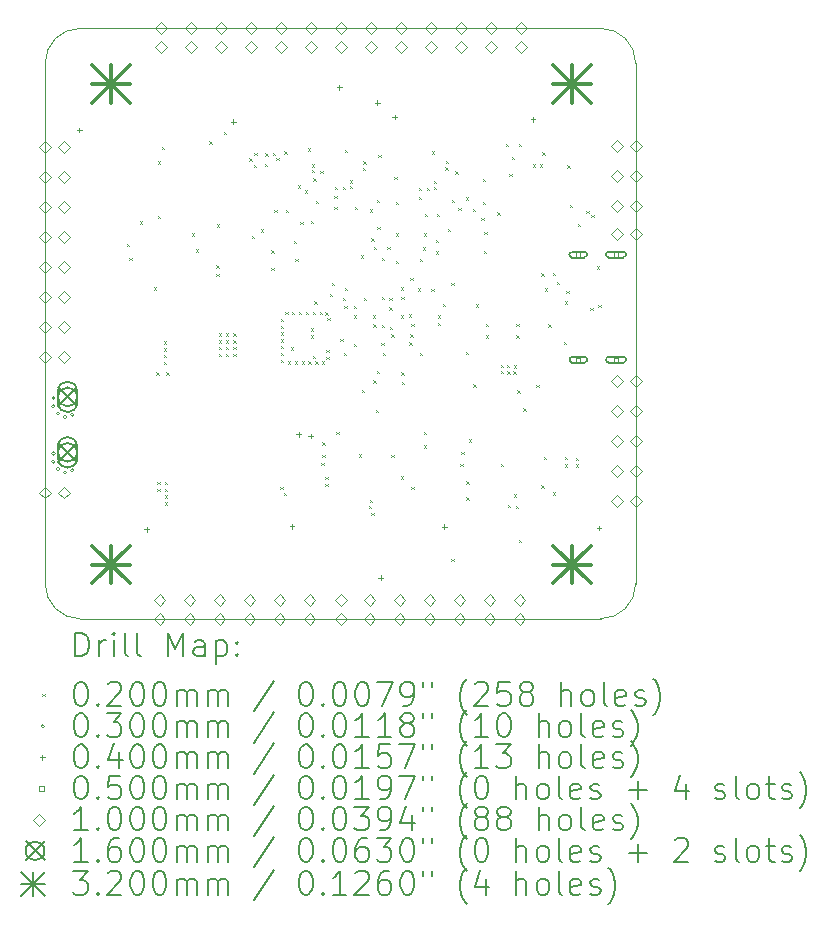
<source format=gbr>
%TF.GenerationSoftware,KiCad,Pcbnew,7.0.8*%
%TF.CreationDate,2024-02-20T09:26:06+00:00*%
%TF.ProjectId,CuttleBoard_8Layers,43757474-6c65-4426-9f61-72645f384c61,rev?*%
%TF.SameCoordinates,Original*%
%TF.FileFunction,Drillmap*%
%TF.FilePolarity,Positive*%
%FSLAX45Y45*%
G04 Gerber Fmt 4.5, Leading zero omitted, Abs format (unit mm)*
G04 Created by KiCad (PCBNEW 7.0.8) date 2024-02-20 09:26:06*
%MOMM*%
%LPD*%
G01*
G04 APERTURE LIST*
%ADD10C,0.100000*%
%ADD11C,0.200000*%
%ADD12C,0.020000*%
%ADD13C,0.030000*%
%ADD14C,0.040000*%
%ADD15C,0.050000*%
%ADD16C,0.160000*%
%ADD17C,0.320000*%
G04 APERTURE END LIST*
D10*
X9750000Y-7695304D02*
X9750000Y-12102696D01*
X10046304Y-7399310D02*
G75*
G03*
X9750000Y-7695304I-154J-296150D01*
G01*
X14750000Y-12102696D02*
X14750000Y-7695000D01*
X10046304Y-12398696D02*
X14453696Y-12398696D01*
X14454000Y-7399000D02*
X10046304Y-7399304D01*
X14453696Y-12398696D02*
G75*
G03*
X14749696Y-12102696I4J295996D01*
G01*
X14750000Y-7695000D02*
G75*
G03*
X14454000Y-7399000I-296000J0D01*
G01*
X9750304Y-12102696D02*
G75*
G03*
X10046304Y-12398696I295996J-4D01*
G01*
D11*
D12*
X10439250Y-9225000D02*
X10459250Y-9245000D01*
X10459250Y-9225000D02*
X10439250Y-9245000D01*
X10461750Y-9345000D02*
X10481750Y-9365000D01*
X10481750Y-9345000D02*
X10461750Y-9365000D01*
X10550000Y-9035000D02*
X10570000Y-9055000D01*
X10570000Y-9035000D02*
X10550000Y-9055000D01*
X10669250Y-9592500D02*
X10689250Y-9612500D01*
X10689250Y-9592500D02*
X10669250Y-9612500D01*
X10692500Y-10312500D02*
X10712500Y-10332500D01*
X10712500Y-10312500D02*
X10692500Y-10332500D01*
X10700500Y-11239000D02*
X10720500Y-11259000D01*
X10720500Y-11239000D02*
X10700500Y-11259000D01*
X10700500Y-11297000D02*
X10720500Y-11317000D01*
X10720500Y-11297000D02*
X10700500Y-11317000D01*
X10705000Y-8525000D02*
X10725000Y-8545000D01*
X10725000Y-8525000D02*
X10705000Y-8545000D01*
X10706320Y-8988680D02*
X10726320Y-9008680D01*
X10726320Y-8988680D02*
X10706320Y-9008680D01*
X10737500Y-8405000D02*
X10757500Y-8425000D01*
X10757500Y-8405000D02*
X10737500Y-8425000D01*
X10752500Y-10050000D02*
X10772500Y-10070000D01*
X10772500Y-10050000D02*
X10752500Y-10070000D01*
X10752500Y-10108000D02*
X10772500Y-10128000D01*
X10772500Y-10108000D02*
X10752500Y-10128000D01*
X10752500Y-10166000D02*
X10772500Y-10186000D01*
X10772500Y-10166000D02*
X10752500Y-10186000D01*
X10752500Y-10224000D02*
X10772500Y-10244000D01*
X10772500Y-10224000D02*
X10752500Y-10244000D01*
X10763000Y-11239000D02*
X10783000Y-11259000D01*
X10783000Y-11239000D02*
X10763000Y-11259000D01*
X10763000Y-11297000D02*
X10783000Y-11317000D01*
X10783000Y-11297000D02*
X10763000Y-11317000D01*
X10763000Y-11355000D02*
X10783000Y-11375000D01*
X10783000Y-11355000D02*
X10763000Y-11375000D01*
X10763000Y-11413000D02*
X10783000Y-11433000D01*
X10783000Y-11413000D02*
X10763000Y-11433000D01*
X10775000Y-10312500D02*
X10795000Y-10332500D01*
X10795000Y-10312500D02*
X10775000Y-10332500D01*
X10992500Y-9135000D02*
X11012500Y-9155000D01*
X11012500Y-9135000D02*
X10992500Y-9155000D01*
X11025001Y-9270000D02*
X11045001Y-9290000D01*
X11045001Y-9270000D02*
X11025001Y-9290000D01*
X11140000Y-8355000D02*
X11160000Y-8375000D01*
X11160000Y-8355000D02*
X11140000Y-8375000D01*
X11199394Y-9475940D02*
X11219394Y-9495940D01*
X11219394Y-9475940D02*
X11199394Y-9495940D01*
X11200000Y-9405000D02*
X11220000Y-9425000D01*
X11220000Y-9405000D02*
X11200000Y-9425000D01*
X11205000Y-9060000D02*
X11225000Y-9080000D01*
X11225000Y-9060000D02*
X11205000Y-9080000D01*
X11220000Y-9982500D02*
X11240000Y-10002500D01*
X11240000Y-9982500D02*
X11220000Y-10002500D01*
X11220000Y-10040500D02*
X11240000Y-10060500D01*
X11240000Y-10040500D02*
X11220000Y-10060500D01*
X11220000Y-10098500D02*
X11240000Y-10118500D01*
X11240000Y-10098500D02*
X11220000Y-10118500D01*
X11220000Y-10156500D02*
X11240000Y-10176500D01*
X11240000Y-10156500D02*
X11220000Y-10176500D01*
X11260883Y-8274000D02*
X11280883Y-8294000D01*
X11280883Y-8274000D02*
X11260883Y-8294000D01*
X11282500Y-9982500D02*
X11302500Y-10002500D01*
X11302500Y-9982500D02*
X11282500Y-10002500D01*
X11282500Y-10040500D02*
X11302500Y-10060500D01*
X11302500Y-10040500D02*
X11282500Y-10060500D01*
X11282500Y-10098500D02*
X11302500Y-10118500D01*
X11302500Y-10098500D02*
X11282500Y-10118500D01*
X11282500Y-10156500D02*
X11302500Y-10176500D01*
X11302500Y-10156500D02*
X11282500Y-10176500D01*
X11345000Y-9982500D02*
X11365000Y-10002500D01*
X11365000Y-9982500D02*
X11345000Y-10002500D01*
X11345000Y-10040500D02*
X11365000Y-10060500D01*
X11365000Y-10040500D02*
X11345000Y-10060500D01*
X11345000Y-10098500D02*
X11365000Y-10118500D01*
X11365000Y-10098500D02*
X11345000Y-10118500D01*
X11345000Y-10156500D02*
X11365000Y-10176500D01*
X11365000Y-10156500D02*
X11345000Y-10176500D01*
X11480000Y-8500000D02*
X11500000Y-8520000D01*
X11500000Y-8500000D02*
X11480000Y-8520000D01*
X11500000Y-9154000D02*
X11520000Y-9174000D01*
X11520000Y-9154000D02*
X11500000Y-9174000D01*
X11515000Y-8557500D02*
X11535000Y-8577500D01*
X11535000Y-8557500D02*
X11515000Y-8577500D01*
X11520000Y-8452450D02*
X11540000Y-8472450D01*
X11540000Y-8452450D02*
X11520000Y-8472450D01*
X11576500Y-9100000D02*
X11596500Y-9120000D01*
X11596500Y-9100000D02*
X11576500Y-9120000D01*
X11610000Y-8544547D02*
X11630000Y-8564547D01*
X11630000Y-8544547D02*
X11610000Y-8564547D01*
X11616000Y-8457000D02*
X11636000Y-8477000D01*
X11636000Y-8457000D02*
X11616000Y-8477000D01*
X11665000Y-9280000D02*
X11685000Y-9300000D01*
X11685000Y-9280000D02*
X11665000Y-9300000D01*
X11665000Y-9425000D02*
X11685000Y-9445000D01*
X11685000Y-9425000D02*
X11665000Y-9445000D01*
X11680000Y-8452450D02*
X11700000Y-8472450D01*
X11700000Y-8452450D02*
X11680000Y-8472450D01*
X11690000Y-8935000D02*
X11710000Y-8955000D01*
X11710000Y-8935000D02*
X11690000Y-8955000D01*
X11708104Y-8495430D02*
X11728104Y-8515430D01*
X11728104Y-8495430D02*
X11708104Y-8515430D01*
X11740000Y-11280000D02*
X11760000Y-11300000D01*
X11760000Y-11280000D02*
X11740000Y-11300000D01*
X11747540Y-9916060D02*
X11767540Y-9936060D01*
X11767540Y-9916060D02*
X11747540Y-9936060D01*
X11747540Y-9974060D02*
X11767540Y-9994060D01*
X11767540Y-9974060D02*
X11747540Y-9994060D01*
X11747540Y-10032060D02*
X11767540Y-10052060D01*
X11767540Y-10032060D02*
X11747540Y-10052060D01*
X11747540Y-10090060D02*
X11767540Y-10110060D01*
X11767540Y-10090060D02*
X11747540Y-10110060D01*
X11747540Y-10148060D02*
X11767540Y-10168060D01*
X11767540Y-10148060D02*
X11747540Y-10168060D01*
X11747540Y-10206060D02*
X11767540Y-10226060D01*
X11767540Y-10206060D02*
X11747540Y-10226060D01*
X11748000Y-9858000D02*
X11768000Y-9878000D01*
X11768000Y-9858000D02*
X11748000Y-9878000D01*
X11770000Y-11330000D02*
X11790000Y-11350000D01*
X11790000Y-11330000D02*
X11770000Y-11350000D01*
X11774000Y-8440000D02*
X11794000Y-8460000D01*
X11794000Y-8440000D02*
X11774000Y-8460000D01*
X11783000Y-9802000D02*
X11803000Y-9822000D01*
X11803000Y-9802000D02*
X11783000Y-9822000D01*
X11790000Y-8935000D02*
X11810000Y-8955000D01*
X11810000Y-8935000D02*
X11790000Y-8955000D01*
X11805280Y-10220000D02*
X11825280Y-10240000D01*
X11825280Y-10220000D02*
X11805280Y-10240000D01*
X11828000Y-10100000D02*
X11848000Y-10120000D01*
X11848000Y-10100000D02*
X11828000Y-10120000D01*
X11841000Y-9802000D02*
X11861000Y-9822000D01*
X11861000Y-9802000D02*
X11841000Y-9822000D01*
X11856250Y-9201250D02*
X11876250Y-9221250D01*
X11876250Y-9201250D02*
X11856250Y-9221250D01*
X11863280Y-10220000D02*
X11883280Y-10240000D01*
X11883280Y-10220000D02*
X11863280Y-10240000D01*
X11870000Y-9351000D02*
X11890000Y-9371000D01*
X11890000Y-9351000D02*
X11870000Y-9371000D01*
X11890000Y-8730000D02*
X11910000Y-8750000D01*
X11910000Y-8730000D02*
X11890000Y-8750000D01*
X11899000Y-9802000D02*
X11919000Y-9822000D01*
X11919000Y-9802000D02*
X11899000Y-9822000D01*
X11910000Y-9040000D02*
X11930000Y-9060000D01*
X11930000Y-9040000D02*
X11910000Y-9060000D01*
X11921280Y-10220000D02*
X11941280Y-10240000D01*
X11941280Y-10220000D02*
X11921280Y-10240000D01*
X11950000Y-8770001D02*
X11970000Y-8790001D01*
X11970000Y-8770001D02*
X11950000Y-8790001D01*
X11957280Y-9802000D02*
X11977280Y-9822000D01*
X11977280Y-9802000D02*
X11957280Y-9822000D01*
X11975000Y-8415000D02*
X11995000Y-8435000D01*
X11995000Y-8415000D02*
X11975000Y-8435000D01*
X11979280Y-10220000D02*
X11999280Y-10240000D01*
X11999280Y-10220000D02*
X11979280Y-10240000D01*
X12000000Y-9030000D02*
X12020000Y-9050000D01*
X12020000Y-9030000D02*
X12000000Y-9050000D01*
X12000000Y-9940000D02*
X12020000Y-9960000D01*
X12020000Y-9940000D02*
X12000000Y-9960000D01*
X12000000Y-10000000D02*
X12020000Y-10020000D01*
X12020000Y-10000000D02*
X12000000Y-10020000D01*
X12010000Y-8550000D02*
X12030000Y-8570000D01*
X12030000Y-8550000D02*
X12010000Y-8570000D01*
X12010000Y-8600000D02*
X12030000Y-8620000D01*
X12030000Y-8600000D02*
X12010000Y-8620000D01*
X12015000Y-10172500D02*
X12035000Y-10192500D01*
X12035000Y-10172500D02*
X12015000Y-10192500D01*
X12015280Y-9802000D02*
X12035280Y-9822000D01*
X12035280Y-9802000D02*
X12015280Y-9822000D01*
X12020000Y-8670000D02*
X12040000Y-8690000D01*
X12040000Y-8670000D02*
X12020000Y-8690000D01*
X12030000Y-9710000D02*
X12050000Y-9730000D01*
X12050000Y-9710000D02*
X12030000Y-9730000D01*
X12037280Y-10220000D02*
X12057280Y-10240000D01*
X12057280Y-10220000D02*
X12037280Y-10240000D01*
X12040000Y-8860000D02*
X12060000Y-8880000D01*
X12060000Y-8860000D02*
X12040000Y-8880000D01*
X12073280Y-9802000D02*
X12093280Y-9822000D01*
X12093280Y-9802000D02*
X12073280Y-9822000D01*
X12080000Y-8605000D02*
X12100000Y-8625000D01*
X12100000Y-8605000D02*
X12080000Y-8625000D01*
X12090000Y-11080000D02*
X12110000Y-11100000D01*
X12110000Y-11080000D02*
X12090000Y-11100000D01*
X12095280Y-10220000D02*
X12115280Y-10240000D01*
X12115280Y-10220000D02*
X12095280Y-10240000D01*
X12097500Y-10905000D02*
X12117500Y-10925000D01*
X12117500Y-10905000D02*
X12097500Y-10925000D01*
X12097500Y-11010000D02*
X12117500Y-11030000D01*
X12117500Y-11010000D02*
X12097500Y-11030000D01*
X12122500Y-11197500D02*
X12142500Y-11217500D01*
X12142500Y-11197500D02*
X12122500Y-11217500D01*
X12122500Y-11257500D02*
X12142500Y-11277500D01*
X12142500Y-11257500D02*
X12122500Y-11277500D01*
X12124000Y-9804000D02*
X12144000Y-9824000D01*
X12144000Y-9804000D02*
X12124000Y-9824000D01*
X12131280Y-10123000D02*
X12151280Y-10143000D01*
X12151280Y-10123000D02*
X12131280Y-10143000D01*
X12131280Y-10181000D02*
X12151280Y-10201000D01*
X12151280Y-10181000D02*
X12131280Y-10201000D01*
X12138000Y-9849000D02*
X12158000Y-9869000D01*
X12158000Y-9849000D02*
X12138000Y-9869000D01*
X12162465Y-9649535D02*
X12182465Y-9669535D01*
X12182465Y-9649535D02*
X12162465Y-9669535D01*
X12180000Y-9555000D02*
X12200000Y-9575000D01*
X12200000Y-9555000D02*
X12180000Y-9575000D01*
X12200000Y-8817500D02*
X12220000Y-8837500D01*
X12220000Y-8817500D02*
X12200000Y-8837500D01*
X12200000Y-8910000D02*
X12220000Y-8930000D01*
X12220000Y-8910000D02*
X12200000Y-8930000D01*
X12202500Y-8742500D02*
X12222500Y-8762500D01*
X12222500Y-8742500D02*
X12202500Y-8762500D01*
X12215000Y-10815000D02*
X12235000Y-10835000D01*
X12235000Y-10815000D02*
X12215000Y-10835000D01*
X12248000Y-10029000D02*
X12268000Y-10049000D01*
X12268000Y-10029000D02*
X12248000Y-10049000D01*
X12270000Y-8742500D02*
X12290000Y-8762500D01*
X12290000Y-8742500D02*
X12270000Y-8762500D01*
X12272053Y-9681095D02*
X12292053Y-9701095D01*
X12292053Y-9681095D02*
X12272053Y-9701095D01*
X12277500Y-10145000D02*
X12297500Y-10165000D01*
X12297500Y-10145000D02*
X12277500Y-10165000D01*
X12282112Y-9751611D02*
X12302112Y-9771611D01*
X12302112Y-9751611D02*
X12282112Y-9771611D01*
X12288797Y-9596573D02*
X12308797Y-9616573D01*
X12308797Y-9596573D02*
X12288797Y-9616573D01*
X12290000Y-8430000D02*
X12310000Y-8450000D01*
X12310000Y-8430000D02*
X12290000Y-8450000D01*
X12330000Y-8685000D02*
X12350000Y-8705000D01*
X12350000Y-8685000D02*
X12330000Y-8705000D01*
X12330000Y-8732500D02*
X12350000Y-8752500D01*
X12350000Y-8732500D02*
X12330000Y-8752500D01*
X12361266Y-9749987D02*
X12381266Y-9769987D01*
X12381266Y-9749987D02*
X12361266Y-9769987D01*
X12362475Y-9830024D02*
X12382475Y-9850024D01*
X12382475Y-9830024D02*
X12362475Y-9850024D01*
X12362500Y-10070000D02*
X12382500Y-10090000D01*
X12382500Y-10070000D02*
X12362500Y-10090000D01*
X12373000Y-8910000D02*
X12393000Y-8930000D01*
X12393000Y-8910000D02*
X12373000Y-8930000D01*
X12406000Y-11005000D02*
X12426000Y-11025000D01*
X12426000Y-11005000D02*
X12406000Y-11025000D01*
X12421000Y-9320000D02*
X12441000Y-9340000D01*
X12441000Y-9320000D02*
X12421000Y-9340000D01*
X12430000Y-10460050D02*
X12450000Y-10480050D01*
X12450000Y-10460050D02*
X12430000Y-10480050D01*
X12437500Y-8580000D02*
X12457500Y-8600000D01*
X12457500Y-8580000D02*
X12437500Y-8600000D01*
X12445000Y-8525000D02*
X12465000Y-8545000D01*
X12465000Y-8525000D02*
X12445000Y-8545000D01*
X12450375Y-9681411D02*
X12470375Y-9701411D01*
X12470375Y-9681411D02*
X12450375Y-9701411D01*
X12492500Y-11442500D02*
X12512500Y-11462500D01*
X12512500Y-11442500D02*
X12492500Y-11462500D01*
X12499999Y-8931999D02*
X12519999Y-8951999D01*
X12519999Y-8931999D02*
X12499999Y-8951999D01*
X12500000Y-11390000D02*
X12520000Y-11410000D01*
X12520000Y-11390000D02*
X12500000Y-11410000D01*
X12512500Y-11500000D02*
X12532500Y-11520000D01*
X12532500Y-11500000D02*
X12512500Y-11520000D01*
X12513000Y-9179000D02*
X12533000Y-9199000D01*
X12533000Y-9179000D02*
X12513000Y-9199000D01*
X12523681Y-9829950D02*
X12543681Y-9849950D01*
X12543681Y-9829950D02*
X12523681Y-9849950D01*
X12530000Y-10380000D02*
X12550000Y-10400000D01*
X12550000Y-10380000D02*
X12530000Y-10400000D01*
X12530017Y-9904977D02*
X12550017Y-9924977D01*
X12550017Y-9904977D02*
X12530017Y-9924977D01*
X12532550Y-9250000D02*
X12552550Y-9270000D01*
X12552550Y-9250000D02*
X12532550Y-9270000D01*
X12550000Y-10630000D02*
X12570000Y-10650000D01*
X12570000Y-10630000D02*
X12550000Y-10650000D01*
X12560000Y-10300000D02*
X12580000Y-10320000D01*
X12580000Y-10300000D02*
X12560000Y-10320000D01*
X12561000Y-8853000D02*
X12581000Y-8873000D01*
X12581000Y-8853000D02*
X12561000Y-8873000D01*
X12562500Y-9080000D02*
X12582500Y-9100000D01*
X12582500Y-9080000D02*
X12562500Y-9100000D01*
X12570000Y-8470000D02*
X12590000Y-8490000D01*
X12590000Y-8470000D02*
X12570000Y-8490000D01*
X12596805Y-10064304D02*
X12616805Y-10084304D01*
X12616805Y-10064304D02*
X12596805Y-10084304D01*
X12600000Y-9345000D02*
X12620000Y-9365000D01*
X12620000Y-9345000D02*
X12600000Y-9365000D01*
X12600539Y-9670830D02*
X12620539Y-9690830D01*
X12620539Y-9670830D02*
X12600539Y-9690830D01*
X12602269Y-9911731D02*
X12622269Y-9931731D01*
X12622269Y-9911731D02*
X12602269Y-9931731D01*
X12607501Y-10145000D02*
X12627501Y-10165000D01*
X12627501Y-10145000D02*
X12607501Y-10165000D01*
X12647000Y-9249000D02*
X12667000Y-9269000D01*
X12667000Y-9249000D02*
X12647000Y-9269000D01*
X12664705Y-9680893D02*
X12684705Y-9700893D01*
X12684705Y-9680893D02*
X12664705Y-9700893D01*
X12665050Y-9760927D02*
X12685050Y-9780927D01*
X12685050Y-9760927D02*
X12665050Y-9780927D01*
X12670666Y-9926137D02*
X12690666Y-9946137D01*
X12690666Y-9926137D02*
X12670666Y-9946137D01*
X12680000Y-11010000D02*
X12700000Y-11030000D01*
X12700000Y-11010000D02*
X12680000Y-11030000D01*
X12682501Y-9990000D02*
X12702501Y-10010000D01*
X12702501Y-9990000D02*
X12682501Y-10010000D01*
X12707500Y-8655000D02*
X12727500Y-8675000D01*
X12727500Y-8655000D02*
X12707500Y-8675000D01*
X12718000Y-8866000D02*
X12738000Y-8886000D01*
X12738000Y-8866000D02*
X12718000Y-8886000D01*
X12718000Y-9136000D02*
X12738000Y-9156000D01*
X12738000Y-9136000D02*
X12718000Y-9156000D01*
X12720000Y-9370000D02*
X12740000Y-9390000D01*
X12740000Y-9370000D02*
X12720000Y-9390000D01*
X12760558Y-9591877D02*
X12780558Y-9611877D01*
X12780558Y-9591877D02*
X12760558Y-9611877D01*
X12762500Y-11192500D02*
X12782500Y-11212500D01*
X12782500Y-11192500D02*
X12762500Y-11212500D01*
X12764000Y-9830000D02*
X12784000Y-9850000D01*
X12784000Y-9830000D02*
X12764000Y-9850000D01*
X12764550Y-9671835D02*
X12784550Y-9691835D01*
X12784550Y-9671835D02*
X12764550Y-9691835D01*
X12765000Y-10312500D02*
X12785000Y-10332500D01*
X12785000Y-10312500D02*
X12765000Y-10332500D01*
X12770000Y-10390000D02*
X12790000Y-10410000D01*
X12790000Y-10390000D02*
X12770000Y-10410000D01*
X12831881Y-9822450D02*
X12851881Y-9842450D01*
X12851881Y-9822450D02*
X12831881Y-9842450D01*
X12834464Y-10059535D02*
X12854464Y-10079535D01*
X12854464Y-10059535D02*
X12834464Y-10079535D01*
X12841000Y-9511119D02*
X12861000Y-9531119D01*
X12861000Y-9511119D02*
X12841000Y-9531119D01*
X12842308Y-9989808D02*
X12862308Y-10009808D01*
X12862308Y-9989808D02*
X12842308Y-10009808D01*
X12849750Y-9904037D02*
X12869750Y-9924037D01*
X12869750Y-9904037D02*
X12849750Y-9924037D01*
X12850000Y-11280000D02*
X12870000Y-11300000D01*
X12870000Y-11280000D02*
X12850000Y-11300000D01*
X12904944Y-9601944D02*
X12924944Y-9621944D01*
X12924944Y-9601944D02*
X12904944Y-9621944D01*
X12912500Y-8750000D02*
X12932500Y-8770000D01*
X12932500Y-8750000D02*
X12912500Y-8770000D01*
X12913018Y-8824482D02*
X12933018Y-8844482D01*
X12933018Y-8824482D02*
X12913018Y-8844482D01*
X12920304Y-10145941D02*
X12940304Y-10165941D01*
X12940304Y-10145941D02*
X12920304Y-10165941D01*
X12921337Y-9351161D02*
X12941337Y-9371161D01*
X12941337Y-9351161D02*
X12921337Y-9371161D01*
X12947000Y-9254000D02*
X12967000Y-9274000D01*
X12967000Y-9254000D02*
X12947000Y-9274000D01*
X12954000Y-9135000D02*
X12974000Y-9155000D01*
X12974000Y-9135000D02*
X12954000Y-9155000D01*
X12955000Y-10815000D02*
X12975000Y-10835000D01*
X12975000Y-10815000D02*
X12955000Y-10835000D01*
X12955000Y-10930000D02*
X12975000Y-10950000D01*
X12975000Y-10930000D02*
X12955000Y-10950000D01*
X12962500Y-8967550D02*
X12982500Y-8987550D01*
X12982500Y-8967550D02*
X12962500Y-8987550D01*
X12980000Y-8750000D02*
X13000000Y-8770000D01*
X13000000Y-8750000D02*
X12980000Y-8770000D01*
X13020469Y-9605531D02*
X13040469Y-9625531D01*
X13040469Y-9605531D02*
X13020469Y-9625531D01*
X13025000Y-8440000D02*
X13045000Y-8460000D01*
X13045000Y-8440000D02*
X13025000Y-8460000D01*
X13040000Y-8692500D02*
X13060000Y-8712500D01*
X13060000Y-8692500D02*
X13040000Y-8712500D01*
X13040000Y-8740000D02*
X13060000Y-8760000D01*
X13060000Y-8740000D02*
X13040000Y-8760000D01*
X13057000Y-9189000D02*
X13077000Y-9209000D01*
X13077000Y-9189000D02*
X13057000Y-9209000D01*
X13057549Y-9288500D02*
X13077549Y-9308500D01*
X13077549Y-9288500D02*
X13057549Y-9308500D01*
X13065000Y-8967500D02*
X13085000Y-8987500D01*
X13085000Y-8967500D02*
X13065000Y-8987500D01*
X13072400Y-9829328D02*
X13092400Y-9849328D01*
X13092400Y-9829328D02*
X13072400Y-9849328D01*
X13072400Y-9894279D02*
X13092400Y-9914279D01*
X13092400Y-9894279D02*
X13072400Y-9914279D01*
X13117857Y-9732490D02*
X13137857Y-9752490D01*
X13137857Y-9732490D02*
X13117857Y-9752490D01*
X13137500Y-8577500D02*
X13157500Y-8597500D01*
X13157500Y-8577500D02*
X13137500Y-8597500D01*
X13145000Y-8522500D02*
X13165000Y-8542500D01*
X13165000Y-8522500D02*
X13145000Y-8542500D01*
X13162180Y-9097180D02*
X13182180Y-9117180D01*
X13182180Y-9097180D02*
X13162180Y-9117180D01*
X13188000Y-9555000D02*
X13208000Y-9575000D01*
X13208000Y-9555000D02*
X13188000Y-9575000D01*
X13190000Y-11890000D02*
X13210000Y-11910000D01*
X13210000Y-11890000D02*
X13190000Y-11910000D01*
X13195000Y-8854000D02*
X13215000Y-8874000D01*
X13215000Y-8854000D02*
X13195000Y-8874000D01*
X13224000Y-8609000D02*
X13244000Y-8629000D01*
X13244000Y-8609000D02*
X13224000Y-8629000D01*
X13250000Y-8919757D02*
X13270000Y-8939757D01*
X13270000Y-8919757D02*
X13250000Y-8939757D01*
X13265000Y-11085000D02*
X13285000Y-11105000D01*
X13285000Y-11085000D02*
X13265000Y-11105000D01*
X13275000Y-10985000D02*
X13295000Y-11005000D01*
X13295000Y-10985000D02*
X13275000Y-11005000D01*
X13310000Y-8829000D02*
X13330000Y-8849000D01*
X13330000Y-8829000D02*
X13310000Y-8849000D01*
X13310000Y-10140000D02*
X13330000Y-10160000D01*
X13330000Y-10140000D02*
X13310000Y-10160000D01*
X13315000Y-11235000D02*
X13335000Y-11255000D01*
X13335000Y-11235000D02*
X13315000Y-11255000D01*
X13315000Y-11370000D02*
X13335000Y-11390000D01*
X13335000Y-11370000D02*
X13315000Y-11390000D01*
X13337500Y-10880000D02*
X13357500Y-10900000D01*
X13357500Y-10880000D02*
X13337500Y-10900000D01*
X13373000Y-8929000D02*
X13393000Y-8949000D01*
X13393000Y-8929000D02*
X13373000Y-8949000D01*
X13376000Y-10413000D02*
X13396000Y-10433000D01*
X13396000Y-10413000D02*
X13376000Y-10433000D01*
X13398000Y-9735050D02*
X13418000Y-9755050D01*
X13418000Y-9735050D02*
X13398000Y-9755050D01*
X13444000Y-9006000D02*
X13464000Y-9026000D01*
X13464000Y-9006000D02*
X13444000Y-9026000D01*
X13455000Y-8672500D02*
X13475000Y-8692500D01*
X13475000Y-8672500D02*
X13455000Y-8692500D01*
X13457450Y-8869000D02*
X13477450Y-8889000D01*
X13477450Y-8869000D02*
X13457450Y-8889000D01*
X13461974Y-9281974D02*
X13481974Y-9301974D01*
X13481974Y-9281974D02*
X13461974Y-9301974D01*
X13470000Y-9120000D02*
X13490000Y-9140000D01*
X13490000Y-9120000D02*
X13470000Y-9140000D01*
X13480000Y-9900000D02*
X13500000Y-9920000D01*
X13500000Y-9900000D02*
X13480000Y-9920000D01*
X13480000Y-10000000D02*
X13500000Y-10020000D01*
X13500000Y-10000000D02*
X13480000Y-10020000D01*
X13580000Y-8957500D02*
X13600000Y-8977500D01*
X13600000Y-8957500D02*
X13580000Y-8977500D01*
X13610000Y-10250000D02*
X13630000Y-10270000D01*
X13630000Y-10250000D02*
X13610000Y-10270000D01*
X13610000Y-10300000D02*
X13630000Y-10320000D01*
X13630000Y-10300000D02*
X13610000Y-10320000D01*
X13610000Y-11087000D02*
X13630000Y-11107000D01*
X13630000Y-11087000D02*
X13610000Y-11107000D01*
X13650000Y-8380000D02*
X13670000Y-8400000D01*
X13670000Y-8380000D02*
X13650000Y-8400000D01*
X13661000Y-10250000D02*
X13681000Y-10270000D01*
X13681000Y-10250000D02*
X13661000Y-10270000D01*
X13663000Y-10303000D02*
X13683000Y-10323000D01*
X13683000Y-10303000D02*
X13663000Y-10323000D01*
X13670000Y-11435000D02*
X13690000Y-11455000D01*
X13690000Y-11435000D02*
X13670000Y-11455000D01*
X13680000Y-8630000D02*
X13700000Y-8650000D01*
X13700000Y-8630000D02*
X13680000Y-8650000D01*
X13700000Y-8490000D02*
X13720000Y-8510000D01*
X13720000Y-8490000D02*
X13700000Y-8510000D01*
X13715000Y-10304000D02*
X13735000Y-10324000D01*
X13735000Y-10304000D02*
X13715000Y-10324000D01*
X13719000Y-10253000D02*
X13739000Y-10273000D01*
X13739000Y-10253000D02*
X13719000Y-10273000D01*
X13720000Y-11345000D02*
X13740000Y-11365000D01*
X13740000Y-11345000D02*
X13720000Y-11365000D01*
X13735000Y-11440000D02*
X13755000Y-11460000D01*
X13755000Y-11440000D02*
X13735000Y-11460000D01*
X13740000Y-9900000D02*
X13760000Y-9920000D01*
X13760000Y-9900000D02*
X13740000Y-9920000D01*
X13740000Y-10000000D02*
X13760000Y-10020000D01*
X13760000Y-10000000D02*
X13740000Y-10020000D01*
X13748000Y-10463000D02*
X13768000Y-10483000D01*
X13768000Y-10463000D02*
X13748000Y-10483000D01*
X13760000Y-8380000D02*
X13780000Y-8400000D01*
X13780000Y-8380000D02*
X13760000Y-8400000D01*
X13760000Y-11730000D02*
X13780000Y-11750000D01*
X13780000Y-11730000D02*
X13760000Y-11750000D01*
X13800000Y-10617000D02*
X13820000Y-10637000D01*
X13820000Y-10617000D02*
X13800000Y-10637000D01*
X13880000Y-8550000D02*
X13900000Y-8570000D01*
X13900000Y-8550000D02*
X13880000Y-8570000D01*
X13910000Y-10420000D02*
X13930000Y-10440000D01*
X13930000Y-10420000D02*
X13910000Y-10440000D01*
X13940000Y-8550000D02*
X13960000Y-8570000D01*
X13960000Y-8550000D02*
X13940000Y-8570000D01*
X13950000Y-9475000D02*
X13970000Y-9495000D01*
X13970000Y-9475000D02*
X13950000Y-9495000D01*
X13950000Y-11270000D02*
X13970000Y-11290000D01*
X13970000Y-11270000D02*
X13950000Y-11290000D01*
X13960000Y-8450000D02*
X13980000Y-8470000D01*
X13980000Y-8450000D02*
X13960000Y-8470000D01*
X13975000Y-11027000D02*
X13995000Y-11047000D01*
X13995000Y-11027000D02*
X13975000Y-11047000D01*
X13980000Y-9600000D02*
X14000000Y-9620000D01*
X14000000Y-9600000D02*
X13980000Y-9620000D01*
X14010000Y-9905000D02*
X14030000Y-9925000D01*
X14030000Y-9905000D02*
X14010000Y-9925000D01*
X14050000Y-9470000D02*
X14070000Y-9490000D01*
X14070000Y-9470000D02*
X14050000Y-9490000D01*
X14051000Y-11327550D02*
X14071000Y-11347550D01*
X14071000Y-11327550D02*
X14051000Y-11347550D01*
X14082500Y-9545000D02*
X14102500Y-9565000D01*
X14102500Y-9545000D02*
X14082500Y-9565000D01*
X14140000Y-10055000D02*
X14160000Y-10075000D01*
X14160000Y-10055000D02*
X14140000Y-10075000D01*
X14149788Y-9710788D02*
X14169788Y-9730788D01*
X14169788Y-9710788D02*
X14149788Y-9730788D01*
X14150000Y-11030000D02*
X14170000Y-11050000D01*
X14170000Y-11030000D02*
X14150000Y-11050000D01*
X14150000Y-11092500D02*
X14170000Y-11112500D01*
X14170000Y-11092500D02*
X14150000Y-11112500D01*
X14162180Y-9624220D02*
X14182180Y-9644220D01*
X14182180Y-9624220D02*
X14162180Y-9644220D01*
X14170000Y-8560000D02*
X14190000Y-8580000D01*
X14190000Y-8560000D02*
X14170000Y-8580000D01*
X14193000Y-8894000D02*
X14213000Y-8914000D01*
X14213000Y-8894000D02*
X14193000Y-8914000D01*
X14245000Y-11035000D02*
X14265000Y-11055000D01*
X14265000Y-11035000D02*
X14245000Y-11055000D01*
X14245000Y-11092500D02*
X14265000Y-11112500D01*
X14265000Y-11092500D02*
X14245000Y-11112500D01*
X14260000Y-9055000D02*
X14280000Y-9075000D01*
X14280000Y-9055000D02*
X14260000Y-9075000D01*
X14333725Y-8942450D02*
X14353725Y-8962450D01*
X14353725Y-8942450D02*
X14333725Y-8962450D01*
X14366970Y-9765954D02*
X14386970Y-9785954D01*
X14386970Y-9765954D02*
X14366970Y-9785954D01*
X14375000Y-8980000D02*
X14395000Y-9000000D01*
X14395000Y-8980000D02*
X14375000Y-9000000D01*
X14420000Y-9415000D02*
X14440000Y-9435000D01*
X14440000Y-9415000D02*
X14420000Y-9435000D01*
X14432591Y-9740713D02*
X14452591Y-9760713D01*
X14452591Y-9740713D02*
X14432591Y-9760713D01*
D13*
X9835000Y-10530000D02*
G75*
G03*
X9835000Y-10530000I-15000J0D01*
G01*
X9835000Y-10600000D02*
G75*
G03*
X9835000Y-10600000I-15000J0D01*
G01*
X9835000Y-11000000D02*
G75*
G03*
X9835000Y-11000000I-15000J0D01*
G01*
X9835000Y-11070000D02*
G75*
G03*
X9835000Y-11070000I-15000J0D01*
G01*
X9875000Y-10660000D02*
G75*
G03*
X9875000Y-10660000I-15000J0D01*
G01*
X9875000Y-11130000D02*
G75*
G03*
X9875000Y-11130000I-15000J0D01*
G01*
X9935000Y-10690000D02*
G75*
G03*
X9935000Y-10690000I-15000J0D01*
G01*
X9935000Y-11160000D02*
G75*
G03*
X9935000Y-11160000I-15000J0D01*
G01*
X9995000Y-10670000D02*
G75*
G03*
X9995000Y-10670000I-15000J0D01*
G01*
X9995000Y-11140000D02*
G75*
G03*
X9995000Y-11140000I-15000J0D01*
G01*
D14*
X10040000Y-8240000D02*
X10040000Y-8280000D01*
X10020000Y-8260000D02*
X10060000Y-8260000D01*
X10610612Y-11620000D02*
X10610612Y-11660000D01*
X10590612Y-11640000D02*
X10630612Y-11640000D01*
X11345000Y-8170000D02*
X11345000Y-8210000D01*
X11325000Y-8190000D02*
X11365000Y-8190000D01*
X11840000Y-11595000D02*
X11840000Y-11635000D01*
X11820000Y-11615000D02*
X11860000Y-11615000D01*
X11897500Y-10817500D02*
X11897500Y-10857500D01*
X11877500Y-10837500D02*
X11917500Y-10837500D01*
X11998750Y-10830250D02*
X11998750Y-10870250D01*
X11978750Y-10850250D02*
X12018750Y-10850250D01*
X12240000Y-7880000D02*
X12240000Y-7920000D01*
X12220000Y-7900000D02*
X12260000Y-7900000D01*
X12562230Y-8009770D02*
X12562230Y-8049770D01*
X12542230Y-8029770D02*
X12582230Y-8029770D01*
X12590000Y-12030000D02*
X12590000Y-12070000D01*
X12570000Y-12050000D02*
X12610000Y-12050000D01*
X12710000Y-8130000D02*
X12710000Y-8170000D01*
X12690000Y-8150000D02*
X12730000Y-8150000D01*
X13131098Y-11598558D02*
X13131098Y-11638558D01*
X13111098Y-11618558D02*
X13151098Y-11618558D01*
X13880000Y-8150000D02*
X13880000Y-8190000D01*
X13860000Y-8170000D02*
X13900000Y-8170000D01*
X14440000Y-11610000D02*
X14440000Y-11650000D01*
X14420000Y-11630000D02*
X14460000Y-11630000D01*
D15*
X14282398Y-9332678D02*
X14282398Y-9297322D01*
X14247042Y-9297322D01*
X14247042Y-9332678D01*
X14282398Y-9332678D01*
D11*
X14214720Y-9340000D02*
X14314720Y-9340000D01*
X14314720Y-9340000D02*
G75*
G03*
X14314720Y-9290000I0J25000D01*
G01*
X14314720Y-9290000D02*
X14214720Y-9290000D01*
X14214720Y-9290000D02*
G75*
G03*
X14214720Y-9340000I0J-25000D01*
G01*
D15*
X14282398Y-10222678D02*
X14282398Y-10187322D01*
X14247042Y-10187322D01*
X14247042Y-10222678D01*
X14282398Y-10222678D01*
D11*
X14214720Y-10230000D02*
X14314720Y-10230000D01*
X14314720Y-10230000D02*
G75*
G03*
X14314720Y-10180000I0J25000D01*
G01*
X14314720Y-10180000D02*
X14214720Y-10180000D01*
X14214720Y-10180000D02*
G75*
G03*
X14214720Y-10230000I0J-25000D01*
G01*
D15*
X14602398Y-9332678D02*
X14602398Y-9297322D01*
X14567042Y-9297322D01*
X14567042Y-9332678D01*
X14602398Y-9332678D01*
D11*
X14524720Y-9340000D02*
X14644720Y-9340000D01*
X14644720Y-9340000D02*
G75*
G03*
X14644720Y-9290000I0J25000D01*
G01*
X14644720Y-9290000D02*
X14524720Y-9290000D01*
X14524720Y-9290000D02*
G75*
G03*
X14524720Y-9340000I0J-25000D01*
G01*
D15*
X14602398Y-10222678D02*
X14602398Y-10187322D01*
X14567042Y-10187322D01*
X14567042Y-10222678D01*
X14602398Y-10222678D01*
D11*
X14524720Y-10230000D02*
X14644720Y-10230000D01*
X14644720Y-10230000D02*
G75*
G03*
X14644720Y-10180000I0J25000D01*
G01*
X14644720Y-10180000D02*
X14524720Y-10180000D01*
X14524720Y-10180000D02*
G75*
G03*
X14524720Y-10230000I0J-25000D01*
G01*
D10*
X9748980Y-8456000D02*
X9798980Y-8406000D01*
X9748980Y-8356000D01*
X9698980Y-8406000D01*
X9748980Y-8456000D01*
X9748980Y-8710000D02*
X9798980Y-8660000D01*
X9748980Y-8610000D01*
X9698980Y-8660000D01*
X9748980Y-8710000D01*
X9748980Y-8964000D02*
X9798980Y-8914000D01*
X9748980Y-8864000D01*
X9698980Y-8914000D01*
X9748980Y-8964000D01*
X9748980Y-9218000D02*
X9798980Y-9168000D01*
X9748980Y-9118000D01*
X9698980Y-9168000D01*
X9748980Y-9218000D01*
X9748980Y-9472000D02*
X9798980Y-9422000D01*
X9748980Y-9372000D01*
X9698980Y-9422000D01*
X9748980Y-9472000D01*
X9748980Y-9726000D02*
X9798980Y-9676000D01*
X9748980Y-9626000D01*
X9698980Y-9676000D01*
X9748980Y-9726000D01*
X9748980Y-9980000D02*
X9798980Y-9930000D01*
X9748980Y-9880000D01*
X9698980Y-9930000D01*
X9748980Y-9980000D01*
X9748980Y-10234000D02*
X9798980Y-10184000D01*
X9748980Y-10134000D01*
X9698980Y-10184000D01*
X9748980Y-10234000D01*
X9748980Y-11380000D02*
X9798980Y-11330000D01*
X9748980Y-11280000D01*
X9698980Y-11330000D01*
X9748980Y-11380000D01*
X9909000Y-8456000D02*
X9959000Y-8406000D01*
X9909000Y-8356000D01*
X9859000Y-8406000D01*
X9909000Y-8456000D01*
X9909000Y-8710000D02*
X9959000Y-8660000D01*
X9909000Y-8610000D01*
X9859000Y-8660000D01*
X9909000Y-8710000D01*
X9909000Y-8964000D02*
X9959000Y-8914000D01*
X9909000Y-8864000D01*
X9859000Y-8914000D01*
X9909000Y-8964000D01*
X9909000Y-9218000D02*
X9959000Y-9168000D01*
X9909000Y-9118000D01*
X9859000Y-9168000D01*
X9909000Y-9218000D01*
X9909000Y-9472000D02*
X9959000Y-9422000D01*
X9909000Y-9372000D01*
X9859000Y-9422000D01*
X9909000Y-9472000D01*
X9909000Y-9726000D02*
X9959000Y-9676000D01*
X9909000Y-9626000D01*
X9859000Y-9676000D01*
X9909000Y-9726000D01*
X9909000Y-9980000D02*
X9959000Y-9930000D01*
X9909000Y-9880000D01*
X9859000Y-9930000D01*
X9909000Y-9980000D01*
X9909000Y-10234000D02*
X9959000Y-10184000D01*
X9909000Y-10134000D01*
X9859000Y-10184000D01*
X9909000Y-10234000D01*
X9909000Y-11380000D02*
X9959000Y-11330000D01*
X9909000Y-11280000D01*
X9859000Y-11330000D01*
X9909000Y-11380000D01*
X10718800Y-12292210D02*
X10768800Y-12242210D01*
X10718800Y-12192210D01*
X10668800Y-12242210D01*
X10718800Y-12292210D01*
X10718800Y-12452230D02*
X10768800Y-12402230D01*
X10718800Y-12352230D01*
X10668800Y-12402230D01*
X10718800Y-12452230D01*
X10730000Y-7446550D02*
X10780000Y-7396550D01*
X10730000Y-7346550D01*
X10680000Y-7396550D01*
X10730000Y-7446550D01*
X10730000Y-7606570D02*
X10780000Y-7556570D01*
X10730000Y-7506570D01*
X10680000Y-7556570D01*
X10730000Y-7606570D01*
X10972800Y-12292210D02*
X11022800Y-12242210D01*
X10972800Y-12192210D01*
X10922800Y-12242210D01*
X10972800Y-12292210D01*
X10972800Y-12452230D02*
X11022800Y-12402230D01*
X10972800Y-12352230D01*
X10922800Y-12402230D01*
X10972800Y-12452230D01*
X10984000Y-7446550D02*
X11034000Y-7396550D01*
X10984000Y-7346550D01*
X10934000Y-7396550D01*
X10984000Y-7446550D01*
X10984000Y-7606570D02*
X11034000Y-7556570D01*
X10984000Y-7506570D01*
X10934000Y-7556570D01*
X10984000Y-7606570D01*
X11226800Y-12292210D02*
X11276800Y-12242210D01*
X11226800Y-12192210D01*
X11176800Y-12242210D01*
X11226800Y-12292210D01*
X11226800Y-12452230D02*
X11276800Y-12402230D01*
X11226800Y-12352230D01*
X11176800Y-12402230D01*
X11226800Y-12452230D01*
X11238000Y-7446550D02*
X11288000Y-7396550D01*
X11238000Y-7346550D01*
X11188000Y-7396550D01*
X11238000Y-7446550D01*
X11238000Y-7606570D02*
X11288000Y-7556570D01*
X11238000Y-7506570D01*
X11188000Y-7556570D01*
X11238000Y-7606570D01*
X11480800Y-12292210D02*
X11530800Y-12242210D01*
X11480800Y-12192210D01*
X11430800Y-12242210D01*
X11480800Y-12292210D01*
X11480800Y-12452230D02*
X11530800Y-12402230D01*
X11480800Y-12352230D01*
X11430800Y-12402230D01*
X11480800Y-12452230D01*
X11492000Y-7446550D02*
X11542000Y-7396550D01*
X11492000Y-7346550D01*
X11442000Y-7396550D01*
X11492000Y-7446550D01*
X11492000Y-7606570D02*
X11542000Y-7556570D01*
X11492000Y-7506570D01*
X11442000Y-7556570D01*
X11492000Y-7606570D01*
X11734800Y-12292210D02*
X11784800Y-12242210D01*
X11734800Y-12192210D01*
X11684800Y-12242210D01*
X11734800Y-12292210D01*
X11734800Y-12452230D02*
X11784800Y-12402230D01*
X11734800Y-12352230D01*
X11684800Y-12402230D01*
X11734800Y-12452230D01*
X11746000Y-7447140D02*
X11796000Y-7397140D01*
X11746000Y-7347140D01*
X11696000Y-7397140D01*
X11746000Y-7447140D01*
X11746000Y-7607160D02*
X11796000Y-7557160D01*
X11746000Y-7507160D01*
X11696000Y-7557160D01*
X11746000Y-7607160D01*
X11988800Y-12292210D02*
X12038800Y-12242210D01*
X11988800Y-12192210D01*
X11938800Y-12242210D01*
X11988800Y-12292210D01*
X11988800Y-12452230D02*
X12038800Y-12402230D01*
X11988800Y-12352230D01*
X11938800Y-12402230D01*
X11988800Y-12452230D01*
X12000000Y-7447810D02*
X12050000Y-7397810D01*
X12000000Y-7347810D01*
X11950000Y-7397810D01*
X12000000Y-7447810D01*
X12000000Y-7607830D02*
X12050000Y-7557830D01*
X12000000Y-7507830D01*
X11950000Y-7557830D01*
X12000000Y-7607830D01*
X12252180Y-12292210D02*
X12302180Y-12242210D01*
X12252180Y-12192210D01*
X12202180Y-12242210D01*
X12252180Y-12292210D01*
X12252180Y-12452230D02*
X12302180Y-12402230D01*
X12252180Y-12352230D01*
X12202180Y-12402230D01*
X12252180Y-12452230D01*
X12254000Y-7447810D02*
X12304000Y-7397810D01*
X12254000Y-7347810D01*
X12204000Y-7397810D01*
X12254000Y-7447810D01*
X12254000Y-7607830D02*
X12304000Y-7557830D01*
X12254000Y-7507830D01*
X12204000Y-7557830D01*
X12254000Y-7607830D01*
X12496800Y-12292210D02*
X12546800Y-12242210D01*
X12496800Y-12192210D01*
X12446800Y-12242210D01*
X12496800Y-12292210D01*
X12496800Y-12452230D02*
X12546800Y-12402230D01*
X12496800Y-12352230D01*
X12446800Y-12402230D01*
X12496800Y-12452230D01*
X12508000Y-7447930D02*
X12558000Y-7397930D01*
X12508000Y-7347930D01*
X12458000Y-7397930D01*
X12508000Y-7447930D01*
X12508000Y-7607950D02*
X12558000Y-7557950D01*
X12508000Y-7507950D01*
X12458000Y-7557950D01*
X12508000Y-7607950D01*
X12750800Y-12292210D02*
X12800800Y-12242210D01*
X12750800Y-12192210D01*
X12700800Y-12242210D01*
X12750800Y-12292210D01*
X12750800Y-12452230D02*
X12800800Y-12402230D01*
X12750800Y-12352230D01*
X12700800Y-12402230D01*
X12750800Y-12452230D01*
X12762000Y-7447260D02*
X12812000Y-7397260D01*
X12762000Y-7347260D01*
X12712000Y-7397260D01*
X12762000Y-7447260D01*
X12762000Y-7607280D02*
X12812000Y-7557280D01*
X12762000Y-7507280D01*
X12712000Y-7557280D01*
X12762000Y-7607280D01*
X13005000Y-12292000D02*
X13055000Y-12242000D01*
X13005000Y-12192000D01*
X12955000Y-12242000D01*
X13005000Y-12292000D01*
X13005000Y-12452020D02*
X13055000Y-12402020D01*
X13005000Y-12352020D01*
X12955000Y-12402020D01*
X13005000Y-12452020D01*
X13016000Y-7446670D02*
X13066000Y-7396670D01*
X13016000Y-7346670D01*
X12966000Y-7396670D01*
X13016000Y-7446670D01*
X13016000Y-7606690D02*
X13066000Y-7556690D01*
X13016000Y-7506690D01*
X12966000Y-7556690D01*
X13016000Y-7606690D01*
X13259000Y-12292000D02*
X13309000Y-12242000D01*
X13259000Y-12192000D01*
X13209000Y-12242000D01*
X13259000Y-12292000D01*
X13259000Y-12452020D02*
X13309000Y-12402020D01*
X13259000Y-12352020D01*
X13209000Y-12402020D01*
X13259000Y-12452020D01*
X13270000Y-7447260D02*
X13320000Y-7397260D01*
X13270000Y-7347260D01*
X13220000Y-7397260D01*
X13270000Y-7447260D01*
X13270000Y-7607280D02*
X13320000Y-7557280D01*
X13270000Y-7507280D01*
X13220000Y-7557280D01*
X13270000Y-7607280D01*
X13512800Y-12291640D02*
X13562800Y-12241640D01*
X13512800Y-12191640D01*
X13462800Y-12241640D01*
X13512800Y-12291640D01*
X13512800Y-12451660D02*
X13562800Y-12401660D01*
X13512800Y-12351660D01*
X13462800Y-12401660D01*
X13512800Y-12451660D01*
X13524000Y-7447260D02*
X13574000Y-7397260D01*
X13524000Y-7347260D01*
X13474000Y-7397260D01*
X13524000Y-7447260D01*
X13524000Y-7607280D02*
X13574000Y-7557280D01*
X13524000Y-7507280D01*
X13474000Y-7557280D01*
X13524000Y-7607280D01*
X13766800Y-12291640D02*
X13816800Y-12241640D01*
X13766800Y-12191640D01*
X13716800Y-12241640D01*
X13766800Y-12291640D01*
X13766800Y-12451660D02*
X13816800Y-12401660D01*
X13766800Y-12351660D01*
X13716800Y-12401660D01*
X13766800Y-12451660D01*
X13778000Y-7448290D02*
X13828000Y-7398290D01*
X13778000Y-7348290D01*
X13728000Y-7398290D01*
X13778000Y-7448290D01*
X13778000Y-7608310D02*
X13828000Y-7558310D01*
X13778000Y-7508310D01*
X13728000Y-7558310D01*
X13778000Y-7608310D01*
X14589980Y-10434000D02*
X14639980Y-10384000D01*
X14589980Y-10334000D01*
X14539980Y-10384000D01*
X14589980Y-10434000D01*
X14589980Y-10688000D02*
X14639980Y-10638000D01*
X14589980Y-10588000D01*
X14539980Y-10638000D01*
X14589980Y-10688000D01*
X14589980Y-10942000D02*
X14639980Y-10892000D01*
X14589980Y-10842000D01*
X14539980Y-10892000D01*
X14589980Y-10942000D01*
X14590000Y-11450000D02*
X14640000Y-11400000D01*
X14590000Y-11350000D01*
X14540000Y-11400000D01*
X14590000Y-11450000D01*
X14590290Y-8446000D02*
X14640290Y-8396000D01*
X14590290Y-8346000D01*
X14540290Y-8396000D01*
X14590290Y-8446000D01*
X14590290Y-11196000D02*
X14640290Y-11146000D01*
X14590290Y-11096000D01*
X14540290Y-11146000D01*
X14590290Y-11196000D01*
X14590600Y-8699500D02*
X14640600Y-8649500D01*
X14590600Y-8599500D01*
X14540600Y-8649500D01*
X14590600Y-8699500D01*
X14590600Y-8953500D02*
X14640600Y-8903500D01*
X14590600Y-8853500D01*
X14540600Y-8903500D01*
X14590600Y-8953500D01*
X14591000Y-9194000D02*
X14641000Y-9144000D01*
X14591000Y-9094000D01*
X14541000Y-9144000D01*
X14591000Y-9194000D01*
X14750000Y-10434000D02*
X14800000Y-10384000D01*
X14750000Y-10334000D01*
X14700000Y-10384000D01*
X14750000Y-10434000D01*
X14750000Y-10688000D02*
X14800000Y-10638000D01*
X14750000Y-10588000D01*
X14700000Y-10638000D01*
X14750000Y-10688000D01*
X14750000Y-10942000D02*
X14800000Y-10892000D01*
X14750000Y-10842000D01*
X14700000Y-10892000D01*
X14750000Y-10942000D01*
X14750020Y-11450000D02*
X14800020Y-11400000D01*
X14750020Y-11350000D01*
X14700020Y-11400000D01*
X14750020Y-11450000D01*
X14750310Y-8446000D02*
X14800310Y-8396000D01*
X14750310Y-8346000D01*
X14700310Y-8396000D01*
X14750310Y-8446000D01*
X14750310Y-11196000D02*
X14800310Y-11146000D01*
X14750310Y-11096000D01*
X14700310Y-11146000D01*
X14750310Y-11196000D01*
X14750620Y-8699500D02*
X14800620Y-8649500D01*
X14750620Y-8599500D01*
X14700620Y-8649500D01*
X14750620Y-8699500D01*
X14750620Y-8953500D02*
X14800620Y-8903500D01*
X14750620Y-8853500D01*
X14700620Y-8903500D01*
X14750620Y-8953500D01*
X14751020Y-9194000D02*
X14801020Y-9144000D01*
X14751020Y-9094000D01*
X14701020Y-9144000D01*
X14751020Y-9194000D01*
D16*
X9860000Y-10440000D02*
X10020000Y-10600000D01*
X10020000Y-10440000D02*
X9860000Y-10600000D01*
X10020000Y-10520000D02*
G75*
G03*
X10020000Y-10520000I-80000J0D01*
G01*
D11*
X10020000Y-10570000D02*
X10020000Y-10470000D01*
X10020000Y-10470000D02*
G75*
G03*
X9860000Y-10470000I-80000J0D01*
G01*
X9860000Y-10470000D02*
X9860000Y-10570000D01*
X9860000Y-10570000D02*
G75*
G03*
X10020000Y-10570000I80000J0D01*
G01*
D16*
X9860000Y-10910000D02*
X10020000Y-11070000D01*
X10020000Y-10910000D02*
X9860000Y-11070000D01*
X10020000Y-10990000D02*
G75*
G03*
X10020000Y-10990000I-80000J0D01*
G01*
D11*
X10020000Y-11040000D02*
X10020000Y-10940000D01*
X10020000Y-10940000D02*
G75*
G03*
X9860000Y-10940000I-80000J0D01*
G01*
X9860000Y-10940000D02*
X9860000Y-11040000D01*
X9860000Y-11040000D02*
G75*
G03*
X10020000Y-11040000I80000J0D01*
G01*
D17*
X10150000Y-7710000D02*
X10470000Y-8030000D01*
X10470000Y-7710000D02*
X10150000Y-8030000D01*
X10310000Y-7710000D02*
X10310000Y-8030000D01*
X10150000Y-7870000D02*
X10470000Y-7870000D01*
X10150000Y-11780000D02*
X10470000Y-12100000D01*
X10470000Y-11780000D02*
X10150000Y-12100000D01*
X10310000Y-11780000D02*
X10310000Y-12100000D01*
X10150000Y-11940000D02*
X10470000Y-11940000D01*
X14050000Y-7710000D02*
X14370000Y-8030000D01*
X14370000Y-7710000D02*
X14050000Y-8030000D01*
X14210000Y-7710000D02*
X14210000Y-8030000D01*
X14050000Y-7870000D02*
X14370000Y-7870000D01*
X14050000Y-11780000D02*
X14370000Y-12100000D01*
X14370000Y-11780000D02*
X14050000Y-12100000D01*
X14210000Y-11780000D02*
X14210000Y-12100000D01*
X14050000Y-11940000D02*
X14370000Y-11940000D01*
D11*
X10005777Y-12715180D02*
X10005777Y-12515180D01*
X10005777Y-12515180D02*
X10053396Y-12515180D01*
X10053396Y-12515180D02*
X10081967Y-12524704D01*
X10081967Y-12524704D02*
X10101015Y-12543752D01*
X10101015Y-12543752D02*
X10110539Y-12562799D01*
X10110539Y-12562799D02*
X10120063Y-12600894D01*
X10120063Y-12600894D02*
X10120063Y-12629466D01*
X10120063Y-12629466D02*
X10110539Y-12667561D01*
X10110539Y-12667561D02*
X10101015Y-12686609D01*
X10101015Y-12686609D02*
X10081967Y-12705656D01*
X10081967Y-12705656D02*
X10053396Y-12715180D01*
X10053396Y-12715180D02*
X10005777Y-12715180D01*
X10205777Y-12715180D02*
X10205777Y-12581847D01*
X10205777Y-12619942D02*
X10215301Y-12600894D01*
X10215301Y-12600894D02*
X10224824Y-12591371D01*
X10224824Y-12591371D02*
X10243872Y-12581847D01*
X10243872Y-12581847D02*
X10262920Y-12581847D01*
X10329586Y-12715180D02*
X10329586Y-12581847D01*
X10329586Y-12515180D02*
X10320063Y-12524704D01*
X10320063Y-12524704D02*
X10329586Y-12534228D01*
X10329586Y-12534228D02*
X10339110Y-12524704D01*
X10339110Y-12524704D02*
X10329586Y-12515180D01*
X10329586Y-12515180D02*
X10329586Y-12534228D01*
X10453396Y-12715180D02*
X10434348Y-12705656D01*
X10434348Y-12705656D02*
X10424824Y-12686609D01*
X10424824Y-12686609D02*
X10424824Y-12515180D01*
X10558158Y-12715180D02*
X10539110Y-12705656D01*
X10539110Y-12705656D02*
X10529586Y-12686609D01*
X10529586Y-12686609D02*
X10529586Y-12515180D01*
X10786729Y-12715180D02*
X10786729Y-12515180D01*
X10786729Y-12515180D02*
X10853396Y-12658037D01*
X10853396Y-12658037D02*
X10920063Y-12515180D01*
X10920063Y-12515180D02*
X10920063Y-12715180D01*
X11101015Y-12715180D02*
X11101015Y-12610418D01*
X11101015Y-12610418D02*
X11091491Y-12591371D01*
X11091491Y-12591371D02*
X11072444Y-12581847D01*
X11072444Y-12581847D02*
X11034348Y-12581847D01*
X11034348Y-12581847D02*
X11015301Y-12591371D01*
X11101015Y-12705656D02*
X11081967Y-12715180D01*
X11081967Y-12715180D02*
X11034348Y-12715180D01*
X11034348Y-12715180D02*
X11015301Y-12705656D01*
X11015301Y-12705656D02*
X11005777Y-12686609D01*
X11005777Y-12686609D02*
X11005777Y-12667561D01*
X11005777Y-12667561D02*
X11015301Y-12648513D01*
X11015301Y-12648513D02*
X11034348Y-12638990D01*
X11034348Y-12638990D02*
X11081967Y-12638990D01*
X11081967Y-12638990D02*
X11101015Y-12629466D01*
X11196253Y-12581847D02*
X11196253Y-12781847D01*
X11196253Y-12591371D02*
X11215301Y-12581847D01*
X11215301Y-12581847D02*
X11253396Y-12581847D01*
X11253396Y-12581847D02*
X11272443Y-12591371D01*
X11272443Y-12591371D02*
X11281967Y-12600894D01*
X11281967Y-12600894D02*
X11291491Y-12619942D01*
X11291491Y-12619942D02*
X11291491Y-12677085D01*
X11291491Y-12677085D02*
X11281967Y-12696132D01*
X11281967Y-12696132D02*
X11272443Y-12705656D01*
X11272443Y-12705656D02*
X11253396Y-12715180D01*
X11253396Y-12715180D02*
X11215301Y-12715180D01*
X11215301Y-12715180D02*
X11196253Y-12705656D01*
X11377205Y-12696132D02*
X11386729Y-12705656D01*
X11386729Y-12705656D02*
X11377205Y-12715180D01*
X11377205Y-12715180D02*
X11367682Y-12705656D01*
X11367682Y-12705656D02*
X11377205Y-12696132D01*
X11377205Y-12696132D02*
X11377205Y-12715180D01*
X11377205Y-12591371D02*
X11386729Y-12600894D01*
X11386729Y-12600894D02*
X11377205Y-12610418D01*
X11377205Y-12610418D02*
X11367682Y-12600894D01*
X11367682Y-12600894D02*
X11377205Y-12591371D01*
X11377205Y-12591371D02*
X11377205Y-12610418D01*
D12*
X9725000Y-13033696D02*
X9745000Y-13053696D01*
X9745000Y-13033696D02*
X9725000Y-13053696D01*
D11*
X10043872Y-12935180D02*
X10062920Y-12935180D01*
X10062920Y-12935180D02*
X10081967Y-12944704D01*
X10081967Y-12944704D02*
X10091491Y-12954228D01*
X10091491Y-12954228D02*
X10101015Y-12973275D01*
X10101015Y-12973275D02*
X10110539Y-13011371D01*
X10110539Y-13011371D02*
X10110539Y-13058990D01*
X10110539Y-13058990D02*
X10101015Y-13097085D01*
X10101015Y-13097085D02*
X10091491Y-13116132D01*
X10091491Y-13116132D02*
X10081967Y-13125656D01*
X10081967Y-13125656D02*
X10062920Y-13135180D01*
X10062920Y-13135180D02*
X10043872Y-13135180D01*
X10043872Y-13135180D02*
X10024824Y-13125656D01*
X10024824Y-13125656D02*
X10015301Y-13116132D01*
X10015301Y-13116132D02*
X10005777Y-13097085D01*
X10005777Y-13097085D02*
X9996253Y-13058990D01*
X9996253Y-13058990D02*
X9996253Y-13011371D01*
X9996253Y-13011371D02*
X10005777Y-12973275D01*
X10005777Y-12973275D02*
X10015301Y-12954228D01*
X10015301Y-12954228D02*
X10024824Y-12944704D01*
X10024824Y-12944704D02*
X10043872Y-12935180D01*
X10196253Y-13116132D02*
X10205777Y-13125656D01*
X10205777Y-13125656D02*
X10196253Y-13135180D01*
X10196253Y-13135180D02*
X10186729Y-13125656D01*
X10186729Y-13125656D02*
X10196253Y-13116132D01*
X10196253Y-13116132D02*
X10196253Y-13135180D01*
X10281967Y-12954228D02*
X10291491Y-12944704D01*
X10291491Y-12944704D02*
X10310539Y-12935180D01*
X10310539Y-12935180D02*
X10358158Y-12935180D01*
X10358158Y-12935180D02*
X10377205Y-12944704D01*
X10377205Y-12944704D02*
X10386729Y-12954228D01*
X10386729Y-12954228D02*
X10396253Y-12973275D01*
X10396253Y-12973275D02*
X10396253Y-12992323D01*
X10396253Y-12992323D02*
X10386729Y-13020894D01*
X10386729Y-13020894D02*
X10272444Y-13135180D01*
X10272444Y-13135180D02*
X10396253Y-13135180D01*
X10520063Y-12935180D02*
X10539110Y-12935180D01*
X10539110Y-12935180D02*
X10558158Y-12944704D01*
X10558158Y-12944704D02*
X10567682Y-12954228D01*
X10567682Y-12954228D02*
X10577205Y-12973275D01*
X10577205Y-12973275D02*
X10586729Y-13011371D01*
X10586729Y-13011371D02*
X10586729Y-13058990D01*
X10586729Y-13058990D02*
X10577205Y-13097085D01*
X10577205Y-13097085D02*
X10567682Y-13116132D01*
X10567682Y-13116132D02*
X10558158Y-13125656D01*
X10558158Y-13125656D02*
X10539110Y-13135180D01*
X10539110Y-13135180D02*
X10520063Y-13135180D01*
X10520063Y-13135180D02*
X10501015Y-13125656D01*
X10501015Y-13125656D02*
X10491491Y-13116132D01*
X10491491Y-13116132D02*
X10481967Y-13097085D01*
X10481967Y-13097085D02*
X10472444Y-13058990D01*
X10472444Y-13058990D02*
X10472444Y-13011371D01*
X10472444Y-13011371D02*
X10481967Y-12973275D01*
X10481967Y-12973275D02*
X10491491Y-12954228D01*
X10491491Y-12954228D02*
X10501015Y-12944704D01*
X10501015Y-12944704D02*
X10520063Y-12935180D01*
X10710539Y-12935180D02*
X10729586Y-12935180D01*
X10729586Y-12935180D02*
X10748634Y-12944704D01*
X10748634Y-12944704D02*
X10758158Y-12954228D01*
X10758158Y-12954228D02*
X10767682Y-12973275D01*
X10767682Y-12973275D02*
X10777205Y-13011371D01*
X10777205Y-13011371D02*
X10777205Y-13058990D01*
X10777205Y-13058990D02*
X10767682Y-13097085D01*
X10767682Y-13097085D02*
X10758158Y-13116132D01*
X10758158Y-13116132D02*
X10748634Y-13125656D01*
X10748634Y-13125656D02*
X10729586Y-13135180D01*
X10729586Y-13135180D02*
X10710539Y-13135180D01*
X10710539Y-13135180D02*
X10691491Y-13125656D01*
X10691491Y-13125656D02*
X10681967Y-13116132D01*
X10681967Y-13116132D02*
X10672444Y-13097085D01*
X10672444Y-13097085D02*
X10662920Y-13058990D01*
X10662920Y-13058990D02*
X10662920Y-13011371D01*
X10662920Y-13011371D02*
X10672444Y-12973275D01*
X10672444Y-12973275D02*
X10681967Y-12954228D01*
X10681967Y-12954228D02*
X10691491Y-12944704D01*
X10691491Y-12944704D02*
X10710539Y-12935180D01*
X10862920Y-13135180D02*
X10862920Y-13001847D01*
X10862920Y-13020894D02*
X10872444Y-13011371D01*
X10872444Y-13011371D02*
X10891491Y-13001847D01*
X10891491Y-13001847D02*
X10920063Y-13001847D01*
X10920063Y-13001847D02*
X10939110Y-13011371D01*
X10939110Y-13011371D02*
X10948634Y-13030418D01*
X10948634Y-13030418D02*
X10948634Y-13135180D01*
X10948634Y-13030418D02*
X10958158Y-13011371D01*
X10958158Y-13011371D02*
X10977205Y-13001847D01*
X10977205Y-13001847D02*
X11005777Y-13001847D01*
X11005777Y-13001847D02*
X11024825Y-13011371D01*
X11024825Y-13011371D02*
X11034348Y-13030418D01*
X11034348Y-13030418D02*
X11034348Y-13135180D01*
X11129586Y-13135180D02*
X11129586Y-13001847D01*
X11129586Y-13020894D02*
X11139110Y-13011371D01*
X11139110Y-13011371D02*
X11158158Y-13001847D01*
X11158158Y-13001847D02*
X11186729Y-13001847D01*
X11186729Y-13001847D02*
X11205777Y-13011371D01*
X11205777Y-13011371D02*
X11215301Y-13030418D01*
X11215301Y-13030418D02*
X11215301Y-13135180D01*
X11215301Y-13030418D02*
X11224824Y-13011371D01*
X11224824Y-13011371D02*
X11243872Y-13001847D01*
X11243872Y-13001847D02*
X11272443Y-13001847D01*
X11272443Y-13001847D02*
X11291491Y-13011371D01*
X11291491Y-13011371D02*
X11301015Y-13030418D01*
X11301015Y-13030418D02*
X11301015Y-13135180D01*
X11691491Y-12925656D02*
X11520063Y-13182799D01*
X11948634Y-12935180D02*
X11967682Y-12935180D01*
X11967682Y-12935180D02*
X11986729Y-12944704D01*
X11986729Y-12944704D02*
X11996253Y-12954228D01*
X11996253Y-12954228D02*
X12005777Y-12973275D01*
X12005777Y-12973275D02*
X12015301Y-13011371D01*
X12015301Y-13011371D02*
X12015301Y-13058990D01*
X12015301Y-13058990D02*
X12005777Y-13097085D01*
X12005777Y-13097085D02*
X11996253Y-13116132D01*
X11996253Y-13116132D02*
X11986729Y-13125656D01*
X11986729Y-13125656D02*
X11967682Y-13135180D01*
X11967682Y-13135180D02*
X11948634Y-13135180D01*
X11948634Y-13135180D02*
X11929586Y-13125656D01*
X11929586Y-13125656D02*
X11920063Y-13116132D01*
X11920063Y-13116132D02*
X11910539Y-13097085D01*
X11910539Y-13097085D02*
X11901015Y-13058990D01*
X11901015Y-13058990D02*
X11901015Y-13011371D01*
X11901015Y-13011371D02*
X11910539Y-12973275D01*
X11910539Y-12973275D02*
X11920063Y-12954228D01*
X11920063Y-12954228D02*
X11929586Y-12944704D01*
X11929586Y-12944704D02*
X11948634Y-12935180D01*
X12101015Y-13116132D02*
X12110539Y-13125656D01*
X12110539Y-13125656D02*
X12101015Y-13135180D01*
X12101015Y-13135180D02*
X12091491Y-13125656D01*
X12091491Y-13125656D02*
X12101015Y-13116132D01*
X12101015Y-13116132D02*
X12101015Y-13135180D01*
X12234348Y-12935180D02*
X12253396Y-12935180D01*
X12253396Y-12935180D02*
X12272444Y-12944704D01*
X12272444Y-12944704D02*
X12281967Y-12954228D01*
X12281967Y-12954228D02*
X12291491Y-12973275D01*
X12291491Y-12973275D02*
X12301015Y-13011371D01*
X12301015Y-13011371D02*
X12301015Y-13058990D01*
X12301015Y-13058990D02*
X12291491Y-13097085D01*
X12291491Y-13097085D02*
X12281967Y-13116132D01*
X12281967Y-13116132D02*
X12272444Y-13125656D01*
X12272444Y-13125656D02*
X12253396Y-13135180D01*
X12253396Y-13135180D02*
X12234348Y-13135180D01*
X12234348Y-13135180D02*
X12215301Y-13125656D01*
X12215301Y-13125656D02*
X12205777Y-13116132D01*
X12205777Y-13116132D02*
X12196253Y-13097085D01*
X12196253Y-13097085D02*
X12186729Y-13058990D01*
X12186729Y-13058990D02*
X12186729Y-13011371D01*
X12186729Y-13011371D02*
X12196253Y-12973275D01*
X12196253Y-12973275D02*
X12205777Y-12954228D01*
X12205777Y-12954228D02*
X12215301Y-12944704D01*
X12215301Y-12944704D02*
X12234348Y-12935180D01*
X12424825Y-12935180D02*
X12443872Y-12935180D01*
X12443872Y-12935180D02*
X12462920Y-12944704D01*
X12462920Y-12944704D02*
X12472444Y-12954228D01*
X12472444Y-12954228D02*
X12481967Y-12973275D01*
X12481967Y-12973275D02*
X12491491Y-13011371D01*
X12491491Y-13011371D02*
X12491491Y-13058990D01*
X12491491Y-13058990D02*
X12481967Y-13097085D01*
X12481967Y-13097085D02*
X12472444Y-13116132D01*
X12472444Y-13116132D02*
X12462920Y-13125656D01*
X12462920Y-13125656D02*
X12443872Y-13135180D01*
X12443872Y-13135180D02*
X12424825Y-13135180D01*
X12424825Y-13135180D02*
X12405777Y-13125656D01*
X12405777Y-13125656D02*
X12396253Y-13116132D01*
X12396253Y-13116132D02*
X12386729Y-13097085D01*
X12386729Y-13097085D02*
X12377206Y-13058990D01*
X12377206Y-13058990D02*
X12377206Y-13011371D01*
X12377206Y-13011371D02*
X12386729Y-12973275D01*
X12386729Y-12973275D02*
X12396253Y-12954228D01*
X12396253Y-12954228D02*
X12405777Y-12944704D01*
X12405777Y-12944704D02*
X12424825Y-12935180D01*
X12558158Y-12935180D02*
X12691491Y-12935180D01*
X12691491Y-12935180D02*
X12605777Y-13135180D01*
X12777206Y-13135180D02*
X12815301Y-13135180D01*
X12815301Y-13135180D02*
X12834348Y-13125656D01*
X12834348Y-13125656D02*
X12843872Y-13116132D01*
X12843872Y-13116132D02*
X12862920Y-13087561D01*
X12862920Y-13087561D02*
X12872444Y-13049466D01*
X12872444Y-13049466D02*
X12872444Y-12973275D01*
X12872444Y-12973275D02*
X12862920Y-12954228D01*
X12862920Y-12954228D02*
X12853396Y-12944704D01*
X12853396Y-12944704D02*
X12834348Y-12935180D01*
X12834348Y-12935180D02*
X12796253Y-12935180D01*
X12796253Y-12935180D02*
X12777206Y-12944704D01*
X12777206Y-12944704D02*
X12767682Y-12954228D01*
X12767682Y-12954228D02*
X12758158Y-12973275D01*
X12758158Y-12973275D02*
X12758158Y-13020894D01*
X12758158Y-13020894D02*
X12767682Y-13039942D01*
X12767682Y-13039942D02*
X12777206Y-13049466D01*
X12777206Y-13049466D02*
X12796253Y-13058990D01*
X12796253Y-13058990D02*
X12834348Y-13058990D01*
X12834348Y-13058990D02*
X12853396Y-13049466D01*
X12853396Y-13049466D02*
X12862920Y-13039942D01*
X12862920Y-13039942D02*
X12872444Y-13020894D01*
X12948634Y-12935180D02*
X12948634Y-12973275D01*
X13024825Y-12935180D02*
X13024825Y-12973275D01*
X13320063Y-13211371D02*
X13310539Y-13201847D01*
X13310539Y-13201847D02*
X13291491Y-13173275D01*
X13291491Y-13173275D02*
X13281968Y-13154228D01*
X13281968Y-13154228D02*
X13272444Y-13125656D01*
X13272444Y-13125656D02*
X13262920Y-13078037D01*
X13262920Y-13078037D02*
X13262920Y-13039942D01*
X13262920Y-13039942D02*
X13272444Y-12992323D01*
X13272444Y-12992323D02*
X13281968Y-12963752D01*
X13281968Y-12963752D02*
X13291491Y-12944704D01*
X13291491Y-12944704D02*
X13310539Y-12916132D01*
X13310539Y-12916132D02*
X13320063Y-12906609D01*
X13386729Y-12954228D02*
X13396253Y-12944704D01*
X13396253Y-12944704D02*
X13415301Y-12935180D01*
X13415301Y-12935180D02*
X13462920Y-12935180D01*
X13462920Y-12935180D02*
X13481968Y-12944704D01*
X13481968Y-12944704D02*
X13491491Y-12954228D01*
X13491491Y-12954228D02*
X13501015Y-12973275D01*
X13501015Y-12973275D02*
X13501015Y-12992323D01*
X13501015Y-12992323D02*
X13491491Y-13020894D01*
X13491491Y-13020894D02*
X13377206Y-13135180D01*
X13377206Y-13135180D02*
X13501015Y-13135180D01*
X13681968Y-12935180D02*
X13586729Y-12935180D01*
X13586729Y-12935180D02*
X13577206Y-13030418D01*
X13577206Y-13030418D02*
X13586729Y-13020894D01*
X13586729Y-13020894D02*
X13605777Y-13011371D01*
X13605777Y-13011371D02*
X13653396Y-13011371D01*
X13653396Y-13011371D02*
X13672444Y-13020894D01*
X13672444Y-13020894D02*
X13681968Y-13030418D01*
X13681968Y-13030418D02*
X13691491Y-13049466D01*
X13691491Y-13049466D02*
X13691491Y-13097085D01*
X13691491Y-13097085D02*
X13681968Y-13116132D01*
X13681968Y-13116132D02*
X13672444Y-13125656D01*
X13672444Y-13125656D02*
X13653396Y-13135180D01*
X13653396Y-13135180D02*
X13605777Y-13135180D01*
X13605777Y-13135180D02*
X13586729Y-13125656D01*
X13586729Y-13125656D02*
X13577206Y-13116132D01*
X13805777Y-13020894D02*
X13786729Y-13011371D01*
X13786729Y-13011371D02*
X13777206Y-13001847D01*
X13777206Y-13001847D02*
X13767682Y-12982799D01*
X13767682Y-12982799D02*
X13767682Y-12973275D01*
X13767682Y-12973275D02*
X13777206Y-12954228D01*
X13777206Y-12954228D02*
X13786729Y-12944704D01*
X13786729Y-12944704D02*
X13805777Y-12935180D01*
X13805777Y-12935180D02*
X13843872Y-12935180D01*
X13843872Y-12935180D02*
X13862920Y-12944704D01*
X13862920Y-12944704D02*
X13872444Y-12954228D01*
X13872444Y-12954228D02*
X13881968Y-12973275D01*
X13881968Y-12973275D02*
X13881968Y-12982799D01*
X13881968Y-12982799D02*
X13872444Y-13001847D01*
X13872444Y-13001847D02*
X13862920Y-13011371D01*
X13862920Y-13011371D02*
X13843872Y-13020894D01*
X13843872Y-13020894D02*
X13805777Y-13020894D01*
X13805777Y-13020894D02*
X13786729Y-13030418D01*
X13786729Y-13030418D02*
X13777206Y-13039942D01*
X13777206Y-13039942D02*
X13767682Y-13058990D01*
X13767682Y-13058990D02*
X13767682Y-13097085D01*
X13767682Y-13097085D02*
X13777206Y-13116132D01*
X13777206Y-13116132D02*
X13786729Y-13125656D01*
X13786729Y-13125656D02*
X13805777Y-13135180D01*
X13805777Y-13135180D02*
X13843872Y-13135180D01*
X13843872Y-13135180D02*
X13862920Y-13125656D01*
X13862920Y-13125656D02*
X13872444Y-13116132D01*
X13872444Y-13116132D02*
X13881968Y-13097085D01*
X13881968Y-13097085D02*
X13881968Y-13058990D01*
X13881968Y-13058990D02*
X13872444Y-13039942D01*
X13872444Y-13039942D02*
X13862920Y-13030418D01*
X13862920Y-13030418D02*
X13843872Y-13020894D01*
X14120063Y-13135180D02*
X14120063Y-12935180D01*
X14205777Y-13135180D02*
X14205777Y-13030418D01*
X14205777Y-13030418D02*
X14196253Y-13011371D01*
X14196253Y-13011371D02*
X14177206Y-13001847D01*
X14177206Y-13001847D02*
X14148634Y-13001847D01*
X14148634Y-13001847D02*
X14129587Y-13011371D01*
X14129587Y-13011371D02*
X14120063Y-13020894D01*
X14329587Y-13135180D02*
X14310539Y-13125656D01*
X14310539Y-13125656D02*
X14301015Y-13116132D01*
X14301015Y-13116132D02*
X14291491Y-13097085D01*
X14291491Y-13097085D02*
X14291491Y-13039942D01*
X14291491Y-13039942D02*
X14301015Y-13020894D01*
X14301015Y-13020894D02*
X14310539Y-13011371D01*
X14310539Y-13011371D02*
X14329587Y-13001847D01*
X14329587Y-13001847D02*
X14358158Y-13001847D01*
X14358158Y-13001847D02*
X14377206Y-13011371D01*
X14377206Y-13011371D02*
X14386730Y-13020894D01*
X14386730Y-13020894D02*
X14396253Y-13039942D01*
X14396253Y-13039942D02*
X14396253Y-13097085D01*
X14396253Y-13097085D02*
X14386730Y-13116132D01*
X14386730Y-13116132D02*
X14377206Y-13125656D01*
X14377206Y-13125656D02*
X14358158Y-13135180D01*
X14358158Y-13135180D02*
X14329587Y-13135180D01*
X14510539Y-13135180D02*
X14491491Y-13125656D01*
X14491491Y-13125656D02*
X14481968Y-13106609D01*
X14481968Y-13106609D02*
X14481968Y-12935180D01*
X14662920Y-13125656D02*
X14643872Y-13135180D01*
X14643872Y-13135180D02*
X14605777Y-13135180D01*
X14605777Y-13135180D02*
X14586730Y-13125656D01*
X14586730Y-13125656D02*
X14577206Y-13106609D01*
X14577206Y-13106609D02*
X14577206Y-13030418D01*
X14577206Y-13030418D02*
X14586730Y-13011371D01*
X14586730Y-13011371D02*
X14605777Y-13001847D01*
X14605777Y-13001847D02*
X14643872Y-13001847D01*
X14643872Y-13001847D02*
X14662920Y-13011371D01*
X14662920Y-13011371D02*
X14672444Y-13030418D01*
X14672444Y-13030418D02*
X14672444Y-13049466D01*
X14672444Y-13049466D02*
X14577206Y-13068513D01*
X14748634Y-13125656D02*
X14767682Y-13135180D01*
X14767682Y-13135180D02*
X14805777Y-13135180D01*
X14805777Y-13135180D02*
X14824825Y-13125656D01*
X14824825Y-13125656D02*
X14834349Y-13106609D01*
X14834349Y-13106609D02*
X14834349Y-13097085D01*
X14834349Y-13097085D02*
X14824825Y-13078037D01*
X14824825Y-13078037D02*
X14805777Y-13068513D01*
X14805777Y-13068513D02*
X14777206Y-13068513D01*
X14777206Y-13068513D02*
X14758158Y-13058990D01*
X14758158Y-13058990D02*
X14748634Y-13039942D01*
X14748634Y-13039942D02*
X14748634Y-13030418D01*
X14748634Y-13030418D02*
X14758158Y-13011371D01*
X14758158Y-13011371D02*
X14777206Y-13001847D01*
X14777206Y-13001847D02*
X14805777Y-13001847D01*
X14805777Y-13001847D02*
X14824825Y-13011371D01*
X14901015Y-13211371D02*
X14910539Y-13201847D01*
X14910539Y-13201847D02*
X14929587Y-13173275D01*
X14929587Y-13173275D02*
X14939111Y-13154228D01*
X14939111Y-13154228D02*
X14948634Y-13125656D01*
X14948634Y-13125656D02*
X14958158Y-13078037D01*
X14958158Y-13078037D02*
X14958158Y-13039942D01*
X14958158Y-13039942D02*
X14948634Y-12992323D01*
X14948634Y-12992323D02*
X14939111Y-12963752D01*
X14939111Y-12963752D02*
X14929587Y-12944704D01*
X14929587Y-12944704D02*
X14910539Y-12916132D01*
X14910539Y-12916132D02*
X14901015Y-12906609D01*
D13*
X9745000Y-13307696D02*
G75*
G03*
X9745000Y-13307696I-15000J0D01*
G01*
D11*
X10043872Y-13199180D02*
X10062920Y-13199180D01*
X10062920Y-13199180D02*
X10081967Y-13208704D01*
X10081967Y-13208704D02*
X10091491Y-13218228D01*
X10091491Y-13218228D02*
X10101015Y-13237275D01*
X10101015Y-13237275D02*
X10110539Y-13275371D01*
X10110539Y-13275371D02*
X10110539Y-13322990D01*
X10110539Y-13322990D02*
X10101015Y-13361085D01*
X10101015Y-13361085D02*
X10091491Y-13380132D01*
X10091491Y-13380132D02*
X10081967Y-13389656D01*
X10081967Y-13389656D02*
X10062920Y-13399180D01*
X10062920Y-13399180D02*
X10043872Y-13399180D01*
X10043872Y-13399180D02*
X10024824Y-13389656D01*
X10024824Y-13389656D02*
X10015301Y-13380132D01*
X10015301Y-13380132D02*
X10005777Y-13361085D01*
X10005777Y-13361085D02*
X9996253Y-13322990D01*
X9996253Y-13322990D02*
X9996253Y-13275371D01*
X9996253Y-13275371D02*
X10005777Y-13237275D01*
X10005777Y-13237275D02*
X10015301Y-13218228D01*
X10015301Y-13218228D02*
X10024824Y-13208704D01*
X10024824Y-13208704D02*
X10043872Y-13199180D01*
X10196253Y-13380132D02*
X10205777Y-13389656D01*
X10205777Y-13389656D02*
X10196253Y-13399180D01*
X10196253Y-13399180D02*
X10186729Y-13389656D01*
X10186729Y-13389656D02*
X10196253Y-13380132D01*
X10196253Y-13380132D02*
X10196253Y-13399180D01*
X10272444Y-13199180D02*
X10396253Y-13199180D01*
X10396253Y-13199180D02*
X10329586Y-13275371D01*
X10329586Y-13275371D02*
X10358158Y-13275371D01*
X10358158Y-13275371D02*
X10377205Y-13284894D01*
X10377205Y-13284894D02*
X10386729Y-13294418D01*
X10386729Y-13294418D02*
X10396253Y-13313466D01*
X10396253Y-13313466D02*
X10396253Y-13361085D01*
X10396253Y-13361085D02*
X10386729Y-13380132D01*
X10386729Y-13380132D02*
X10377205Y-13389656D01*
X10377205Y-13389656D02*
X10358158Y-13399180D01*
X10358158Y-13399180D02*
X10301015Y-13399180D01*
X10301015Y-13399180D02*
X10281967Y-13389656D01*
X10281967Y-13389656D02*
X10272444Y-13380132D01*
X10520063Y-13199180D02*
X10539110Y-13199180D01*
X10539110Y-13199180D02*
X10558158Y-13208704D01*
X10558158Y-13208704D02*
X10567682Y-13218228D01*
X10567682Y-13218228D02*
X10577205Y-13237275D01*
X10577205Y-13237275D02*
X10586729Y-13275371D01*
X10586729Y-13275371D02*
X10586729Y-13322990D01*
X10586729Y-13322990D02*
X10577205Y-13361085D01*
X10577205Y-13361085D02*
X10567682Y-13380132D01*
X10567682Y-13380132D02*
X10558158Y-13389656D01*
X10558158Y-13389656D02*
X10539110Y-13399180D01*
X10539110Y-13399180D02*
X10520063Y-13399180D01*
X10520063Y-13399180D02*
X10501015Y-13389656D01*
X10501015Y-13389656D02*
X10491491Y-13380132D01*
X10491491Y-13380132D02*
X10481967Y-13361085D01*
X10481967Y-13361085D02*
X10472444Y-13322990D01*
X10472444Y-13322990D02*
X10472444Y-13275371D01*
X10472444Y-13275371D02*
X10481967Y-13237275D01*
X10481967Y-13237275D02*
X10491491Y-13218228D01*
X10491491Y-13218228D02*
X10501015Y-13208704D01*
X10501015Y-13208704D02*
X10520063Y-13199180D01*
X10710539Y-13199180D02*
X10729586Y-13199180D01*
X10729586Y-13199180D02*
X10748634Y-13208704D01*
X10748634Y-13208704D02*
X10758158Y-13218228D01*
X10758158Y-13218228D02*
X10767682Y-13237275D01*
X10767682Y-13237275D02*
X10777205Y-13275371D01*
X10777205Y-13275371D02*
X10777205Y-13322990D01*
X10777205Y-13322990D02*
X10767682Y-13361085D01*
X10767682Y-13361085D02*
X10758158Y-13380132D01*
X10758158Y-13380132D02*
X10748634Y-13389656D01*
X10748634Y-13389656D02*
X10729586Y-13399180D01*
X10729586Y-13399180D02*
X10710539Y-13399180D01*
X10710539Y-13399180D02*
X10691491Y-13389656D01*
X10691491Y-13389656D02*
X10681967Y-13380132D01*
X10681967Y-13380132D02*
X10672444Y-13361085D01*
X10672444Y-13361085D02*
X10662920Y-13322990D01*
X10662920Y-13322990D02*
X10662920Y-13275371D01*
X10662920Y-13275371D02*
X10672444Y-13237275D01*
X10672444Y-13237275D02*
X10681967Y-13218228D01*
X10681967Y-13218228D02*
X10691491Y-13208704D01*
X10691491Y-13208704D02*
X10710539Y-13199180D01*
X10862920Y-13399180D02*
X10862920Y-13265847D01*
X10862920Y-13284894D02*
X10872444Y-13275371D01*
X10872444Y-13275371D02*
X10891491Y-13265847D01*
X10891491Y-13265847D02*
X10920063Y-13265847D01*
X10920063Y-13265847D02*
X10939110Y-13275371D01*
X10939110Y-13275371D02*
X10948634Y-13294418D01*
X10948634Y-13294418D02*
X10948634Y-13399180D01*
X10948634Y-13294418D02*
X10958158Y-13275371D01*
X10958158Y-13275371D02*
X10977205Y-13265847D01*
X10977205Y-13265847D02*
X11005777Y-13265847D01*
X11005777Y-13265847D02*
X11024825Y-13275371D01*
X11024825Y-13275371D02*
X11034348Y-13294418D01*
X11034348Y-13294418D02*
X11034348Y-13399180D01*
X11129586Y-13399180D02*
X11129586Y-13265847D01*
X11129586Y-13284894D02*
X11139110Y-13275371D01*
X11139110Y-13275371D02*
X11158158Y-13265847D01*
X11158158Y-13265847D02*
X11186729Y-13265847D01*
X11186729Y-13265847D02*
X11205777Y-13275371D01*
X11205777Y-13275371D02*
X11215301Y-13294418D01*
X11215301Y-13294418D02*
X11215301Y-13399180D01*
X11215301Y-13294418D02*
X11224824Y-13275371D01*
X11224824Y-13275371D02*
X11243872Y-13265847D01*
X11243872Y-13265847D02*
X11272443Y-13265847D01*
X11272443Y-13265847D02*
X11291491Y-13275371D01*
X11291491Y-13275371D02*
X11301015Y-13294418D01*
X11301015Y-13294418D02*
X11301015Y-13399180D01*
X11691491Y-13189656D02*
X11520063Y-13446799D01*
X11948634Y-13199180D02*
X11967682Y-13199180D01*
X11967682Y-13199180D02*
X11986729Y-13208704D01*
X11986729Y-13208704D02*
X11996253Y-13218228D01*
X11996253Y-13218228D02*
X12005777Y-13237275D01*
X12005777Y-13237275D02*
X12015301Y-13275371D01*
X12015301Y-13275371D02*
X12015301Y-13322990D01*
X12015301Y-13322990D02*
X12005777Y-13361085D01*
X12005777Y-13361085D02*
X11996253Y-13380132D01*
X11996253Y-13380132D02*
X11986729Y-13389656D01*
X11986729Y-13389656D02*
X11967682Y-13399180D01*
X11967682Y-13399180D02*
X11948634Y-13399180D01*
X11948634Y-13399180D02*
X11929586Y-13389656D01*
X11929586Y-13389656D02*
X11920063Y-13380132D01*
X11920063Y-13380132D02*
X11910539Y-13361085D01*
X11910539Y-13361085D02*
X11901015Y-13322990D01*
X11901015Y-13322990D02*
X11901015Y-13275371D01*
X11901015Y-13275371D02*
X11910539Y-13237275D01*
X11910539Y-13237275D02*
X11920063Y-13218228D01*
X11920063Y-13218228D02*
X11929586Y-13208704D01*
X11929586Y-13208704D02*
X11948634Y-13199180D01*
X12101015Y-13380132D02*
X12110539Y-13389656D01*
X12110539Y-13389656D02*
X12101015Y-13399180D01*
X12101015Y-13399180D02*
X12091491Y-13389656D01*
X12091491Y-13389656D02*
X12101015Y-13380132D01*
X12101015Y-13380132D02*
X12101015Y-13399180D01*
X12234348Y-13199180D02*
X12253396Y-13199180D01*
X12253396Y-13199180D02*
X12272444Y-13208704D01*
X12272444Y-13208704D02*
X12281967Y-13218228D01*
X12281967Y-13218228D02*
X12291491Y-13237275D01*
X12291491Y-13237275D02*
X12301015Y-13275371D01*
X12301015Y-13275371D02*
X12301015Y-13322990D01*
X12301015Y-13322990D02*
X12291491Y-13361085D01*
X12291491Y-13361085D02*
X12281967Y-13380132D01*
X12281967Y-13380132D02*
X12272444Y-13389656D01*
X12272444Y-13389656D02*
X12253396Y-13399180D01*
X12253396Y-13399180D02*
X12234348Y-13399180D01*
X12234348Y-13399180D02*
X12215301Y-13389656D01*
X12215301Y-13389656D02*
X12205777Y-13380132D01*
X12205777Y-13380132D02*
X12196253Y-13361085D01*
X12196253Y-13361085D02*
X12186729Y-13322990D01*
X12186729Y-13322990D02*
X12186729Y-13275371D01*
X12186729Y-13275371D02*
X12196253Y-13237275D01*
X12196253Y-13237275D02*
X12205777Y-13218228D01*
X12205777Y-13218228D02*
X12215301Y-13208704D01*
X12215301Y-13208704D02*
X12234348Y-13199180D01*
X12491491Y-13399180D02*
X12377206Y-13399180D01*
X12434348Y-13399180D02*
X12434348Y-13199180D01*
X12434348Y-13199180D02*
X12415301Y-13227752D01*
X12415301Y-13227752D02*
X12396253Y-13246799D01*
X12396253Y-13246799D02*
X12377206Y-13256323D01*
X12681967Y-13399180D02*
X12567682Y-13399180D01*
X12624825Y-13399180D02*
X12624825Y-13199180D01*
X12624825Y-13199180D02*
X12605777Y-13227752D01*
X12605777Y-13227752D02*
X12586729Y-13246799D01*
X12586729Y-13246799D02*
X12567682Y-13256323D01*
X12796253Y-13284894D02*
X12777206Y-13275371D01*
X12777206Y-13275371D02*
X12767682Y-13265847D01*
X12767682Y-13265847D02*
X12758158Y-13246799D01*
X12758158Y-13246799D02*
X12758158Y-13237275D01*
X12758158Y-13237275D02*
X12767682Y-13218228D01*
X12767682Y-13218228D02*
X12777206Y-13208704D01*
X12777206Y-13208704D02*
X12796253Y-13199180D01*
X12796253Y-13199180D02*
X12834348Y-13199180D01*
X12834348Y-13199180D02*
X12853396Y-13208704D01*
X12853396Y-13208704D02*
X12862920Y-13218228D01*
X12862920Y-13218228D02*
X12872444Y-13237275D01*
X12872444Y-13237275D02*
X12872444Y-13246799D01*
X12872444Y-13246799D02*
X12862920Y-13265847D01*
X12862920Y-13265847D02*
X12853396Y-13275371D01*
X12853396Y-13275371D02*
X12834348Y-13284894D01*
X12834348Y-13284894D02*
X12796253Y-13284894D01*
X12796253Y-13284894D02*
X12777206Y-13294418D01*
X12777206Y-13294418D02*
X12767682Y-13303942D01*
X12767682Y-13303942D02*
X12758158Y-13322990D01*
X12758158Y-13322990D02*
X12758158Y-13361085D01*
X12758158Y-13361085D02*
X12767682Y-13380132D01*
X12767682Y-13380132D02*
X12777206Y-13389656D01*
X12777206Y-13389656D02*
X12796253Y-13399180D01*
X12796253Y-13399180D02*
X12834348Y-13399180D01*
X12834348Y-13399180D02*
X12853396Y-13389656D01*
X12853396Y-13389656D02*
X12862920Y-13380132D01*
X12862920Y-13380132D02*
X12872444Y-13361085D01*
X12872444Y-13361085D02*
X12872444Y-13322990D01*
X12872444Y-13322990D02*
X12862920Y-13303942D01*
X12862920Y-13303942D02*
X12853396Y-13294418D01*
X12853396Y-13294418D02*
X12834348Y-13284894D01*
X12948634Y-13199180D02*
X12948634Y-13237275D01*
X13024825Y-13199180D02*
X13024825Y-13237275D01*
X13320063Y-13475371D02*
X13310539Y-13465847D01*
X13310539Y-13465847D02*
X13291491Y-13437275D01*
X13291491Y-13437275D02*
X13281968Y-13418228D01*
X13281968Y-13418228D02*
X13272444Y-13389656D01*
X13272444Y-13389656D02*
X13262920Y-13342037D01*
X13262920Y-13342037D02*
X13262920Y-13303942D01*
X13262920Y-13303942D02*
X13272444Y-13256323D01*
X13272444Y-13256323D02*
X13281968Y-13227752D01*
X13281968Y-13227752D02*
X13291491Y-13208704D01*
X13291491Y-13208704D02*
X13310539Y-13180132D01*
X13310539Y-13180132D02*
X13320063Y-13170609D01*
X13501015Y-13399180D02*
X13386729Y-13399180D01*
X13443872Y-13399180D02*
X13443872Y-13199180D01*
X13443872Y-13199180D02*
X13424825Y-13227752D01*
X13424825Y-13227752D02*
X13405777Y-13246799D01*
X13405777Y-13246799D02*
X13386729Y-13256323D01*
X13624825Y-13199180D02*
X13643872Y-13199180D01*
X13643872Y-13199180D02*
X13662920Y-13208704D01*
X13662920Y-13208704D02*
X13672444Y-13218228D01*
X13672444Y-13218228D02*
X13681968Y-13237275D01*
X13681968Y-13237275D02*
X13691491Y-13275371D01*
X13691491Y-13275371D02*
X13691491Y-13322990D01*
X13691491Y-13322990D02*
X13681968Y-13361085D01*
X13681968Y-13361085D02*
X13672444Y-13380132D01*
X13672444Y-13380132D02*
X13662920Y-13389656D01*
X13662920Y-13389656D02*
X13643872Y-13399180D01*
X13643872Y-13399180D02*
X13624825Y-13399180D01*
X13624825Y-13399180D02*
X13605777Y-13389656D01*
X13605777Y-13389656D02*
X13596253Y-13380132D01*
X13596253Y-13380132D02*
X13586729Y-13361085D01*
X13586729Y-13361085D02*
X13577206Y-13322990D01*
X13577206Y-13322990D02*
X13577206Y-13275371D01*
X13577206Y-13275371D02*
X13586729Y-13237275D01*
X13586729Y-13237275D02*
X13596253Y-13218228D01*
X13596253Y-13218228D02*
X13605777Y-13208704D01*
X13605777Y-13208704D02*
X13624825Y-13199180D01*
X13929587Y-13399180D02*
X13929587Y-13199180D01*
X14015301Y-13399180D02*
X14015301Y-13294418D01*
X14015301Y-13294418D02*
X14005777Y-13275371D01*
X14005777Y-13275371D02*
X13986730Y-13265847D01*
X13986730Y-13265847D02*
X13958158Y-13265847D01*
X13958158Y-13265847D02*
X13939110Y-13275371D01*
X13939110Y-13275371D02*
X13929587Y-13284894D01*
X14139110Y-13399180D02*
X14120063Y-13389656D01*
X14120063Y-13389656D02*
X14110539Y-13380132D01*
X14110539Y-13380132D02*
X14101015Y-13361085D01*
X14101015Y-13361085D02*
X14101015Y-13303942D01*
X14101015Y-13303942D02*
X14110539Y-13284894D01*
X14110539Y-13284894D02*
X14120063Y-13275371D01*
X14120063Y-13275371D02*
X14139110Y-13265847D01*
X14139110Y-13265847D02*
X14167682Y-13265847D01*
X14167682Y-13265847D02*
X14186730Y-13275371D01*
X14186730Y-13275371D02*
X14196253Y-13284894D01*
X14196253Y-13284894D02*
X14205777Y-13303942D01*
X14205777Y-13303942D02*
X14205777Y-13361085D01*
X14205777Y-13361085D02*
X14196253Y-13380132D01*
X14196253Y-13380132D02*
X14186730Y-13389656D01*
X14186730Y-13389656D02*
X14167682Y-13399180D01*
X14167682Y-13399180D02*
X14139110Y-13399180D01*
X14320063Y-13399180D02*
X14301015Y-13389656D01*
X14301015Y-13389656D02*
X14291491Y-13370609D01*
X14291491Y-13370609D02*
X14291491Y-13199180D01*
X14472444Y-13389656D02*
X14453396Y-13399180D01*
X14453396Y-13399180D02*
X14415301Y-13399180D01*
X14415301Y-13399180D02*
X14396253Y-13389656D01*
X14396253Y-13389656D02*
X14386730Y-13370609D01*
X14386730Y-13370609D02*
X14386730Y-13294418D01*
X14386730Y-13294418D02*
X14396253Y-13275371D01*
X14396253Y-13275371D02*
X14415301Y-13265847D01*
X14415301Y-13265847D02*
X14453396Y-13265847D01*
X14453396Y-13265847D02*
X14472444Y-13275371D01*
X14472444Y-13275371D02*
X14481968Y-13294418D01*
X14481968Y-13294418D02*
X14481968Y-13313466D01*
X14481968Y-13313466D02*
X14386730Y-13332513D01*
X14558158Y-13389656D02*
X14577206Y-13399180D01*
X14577206Y-13399180D02*
X14615301Y-13399180D01*
X14615301Y-13399180D02*
X14634349Y-13389656D01*
X14634349Y-13389656D02*
X14643872Y-13370609D01*
X14643872Y-13370609D02*
X14643872Y-13361085D01*
X14643872Y-13361085D02*
X14634349Y-13342037D01*
X14634349Y-13342037D02*
X14615301Y-13332513D01*
X14615301Y-13332513D02*
X14586730Y-13332513D01*
X14586730Y-13332513D02*
X14567682Y-13322990D01*
X14567682Y-13322990D02*
X14558158Y-13303942D01*
X14558158Y-13303942D02*
X14558158Y-13294418D01*
X14558158Y-13294418D02*
X14567682Y-13275371D01*
X14567682Y-13275371D02*
X14586730Y-13265847D01*
X14586730Y-13265847D02*
X14615301Y-13265847D01*
X14615301Y-13265847D02*
X14634349Y-13275371D01*
X14710539Y-13475371D02*
X14720063Y-13465847D01*
X14720063Y-13465847D02*
X14739111Y-13437275D01*
X14739111Y-13437275D02*
X14748634Y-13418228D01*
X14748634Y-13418228D02*
X14758158Y-13389656D01*
X14758158Y-13389656D02*
X14767682Y-13342037D01*
X14767682Y-13342037D02*
X14767682Y-13303942D01*
X14767682Y-13303942D02*
X14758158Y-13256323D01*
X14758158Y-13256323D02*
X14748634Y-13227752D01*
X14748634Y-13227752D02*
X14739111Y-13208704D01*
X14739111Y-13208704D02*
X14720063Y-13180132D01*
X14720063Y-13180132D02*
X14710539Y-13170609D01*
D14*
X9725000Y-13551696D02*
X9725000Y-13591696D01*
X9705000Y-13571696D02*
X9745000Y-13571696D01*
D11*
X10043872Y-13463180D02*
X10062920Y-13463180D01*
X10062920Y-13463180D02*
X10081967Y-13472704D01*
X10081967Y-13472704D02*
X10091491Y-13482228D01*
X10091491Y-13482228D02*
X10101015Y-13501275D01*
X10101015Y-13501275D02*
X10110539Y-13539371D01*
X10110539Y-13539371D02*
X10110539Y-13586990D01*
X10110539Y-13586990D02*
X10101015Y-13625085D01*
X10101015Y-13625085D02*
X10091491Y-13644132D01*
X10091491Y-13644132D02*
X10081967Y-13653656D01*
X10081967Y-13653656D02*
X10062920Y-13663180D01*
X10062920Y-13663180D02*
X10043872Y-13663180D01*
X10043872Y-13663180D02*
X10024824Y-13653656D01*
X10024824Y-13653656D02*
X10015301Y-13644132D01*
X10015301Y-13644132D02*
X10005777Y-13625085D01*
X10005777Y-13625085D02*
X9996253Y-13586990D01*
X9996253Y-13586990D02*
X9996253Y-13539371D01*
X9996253Y-13539371D02*
X10005777Y-13501275D01*
X10005777Y-13501275D02*
X10015301Y-13482228D01*
X10015301Y-13482228D02*
X10024824Y-13472704D01*
X10024824Y-13472704D02*
X10043872Y-13463180D01*
X10196253Y-13644132D02*
X10205777Y-13653656D01*
X10205777Y-13653656D02*
X10196253Y-13663180D01*
X10196253Y-13663180D02*
X10186729Y-13653656D01*
X10186729Y-13653656D02*
X10196253Y-13644132D01*
X10196253Y-13644132D02*
X10196253Y-13663180D01*
X10377205Y-13529847D02*
X10377205Y-13663180D01*
X10329586Y-13453656D02*
X10281967Y-13596513D01*
X10281967Y-13596513D02*
X10405777Y-13596513D01*
X10520063Y-13463180D02*
X10539110Y-13463180D01*
X10539110Y-13463180D02*
X10558158Y-13472704D01*
X10558158Y-13472704D02*
X10567682Y-13482228D01*
X10567682Y-13482228D02*
X10577205Y-13501275D01*
X10577205Y-13501275D02*
X10586729Y-13539371D01*
X10586729Y-13539371D02*
X10586729Y-13586990D01*
X10586729Y-13586990D02*
X10577205Y-13625085D01*
X10577205Y-13625085D02*
X10567682Y-13644132D01*
X10567682Y-13644132D02*
X10558158Y-13653656D01*
X10558158Y-13653656D02*
X10539110Y-13663180D01*
X10539110Y-13663180D02*
X10520063Y-13663180D01*
X10520063Y-13663180D02*
X10501015Y-13653656D01*
X10501015Y-13653656D02*
X10491491Y-13644132D01*
X10491491Y-13644132D02*
X10481967Y-13625085D01*
X10481967Y-13625085D02*
X10472444Y-13586990D01*
X10472444Y-13586990D02*
X10472444Y-13539371D01*
X10472444Y-13539371D02*
X10481967Y-13501275D01*
X10481967Y-13501275D02*
X10491491Y-13482228D01*
X10491491Y-13482228D02*
X10501015Y-13472704D01*
X10501015Y-13472704D02*
X10520063Y-13463180D01*
X10710539Y-13463180D02*
X10729586Y-13463180D01*
X10729586Y-13463180D02*
X10748634Y-13472704D01*
X10748634Y-13472704D02*
X10758158Y-13482228D01*
X10758158Y-13482228D02*
X10767682Y-13501275D01*
X10767682Y-13501275D02*
X10777205Y-13539371D01*
X10777205Y-13539371D02*
X10777205Y-13586990D01*
X10777205Y-13586990D02*
X10767682Y-13625085D01*
X10767682Y-13625085D02*
X10758158Y-13644132D01*
X10758158Y-13644132D02*
X10748634Y-13653656D01*
X10748634Y-13653656D02*
X10729586Y-13663180D01*
X10729586Y-13663180D02*
X10710539Y-13663180D01*
X10710539Y-13663180D02*
X10691491Y-13653656D01*
X10691491Y-13653656D02*
X10681967Y-13644132D01*
X10681967Y-13644132D02*
X10672444Y-13625085D01*
X10672444Y-13625085D02*
X10662920Y-13586990D01*
X10662920Y-13586990D02*
X10662920Y-13539371D01*
X10662920Y-13539371D02*
X10672444Y-13501275D01*
X10672444Y-13501275D02*
X10681967Y-13482228D01*
X10681967Y-13482228D02*
X10691491Y-13472704D01*
X10691491Y-13472704D02*
X10710539Y-13463180D01*
X10862920Y-13663180D02*
X10862920Y-13529847D01*
X10862920Y-13548894D02*
X10872444Y-13539371D01*
X10872444Y-13539371D02*
X10891491Y-13529847D01*
X10891491Y-13529847D02*
X10920063Y-13529847D01*
X10920063Y-13529847D02*
X10939110Y-13539371D01*
X10939110Y-13539371D02*
X10948634Y-13558418D01*
X10948634Y-13558418D02*
X10948634Y-13663180D01*
X10948634Y-13558418D02*
X10958158Y-13539371D01*
X10958158Y-13539371D02*
X10977205Y-13529847D01*
X10977205Y-13529847D02*
X11005777Y-13529847D01*
X11005777Y-13529847D02*
X11024825Y-13539371D01*
X11024825Y-13539371D02*
X11034348Y-13558418D01*
X11034348Y-13558418D02*
X11034348Y-13663180D01*
X11129586Y-13663180D02*
X11129586Y-13529847D01*
X11129586Y-13548894D02*
X11139110Y-13539371D01*
X11139110Y-13539371D02*
X11158158Y-13529847D01*
X11158158Y-13529847D02*
X11186729Y-13529847D01*
X11186729Y-13529847D02*
X11205777Y-13539371D01*
X11205777Y-13539371D02*
X11215301Y-13558418D01*
X11215301Y-13558418D02*
X11215301Y-13663180D01*
X11215301Y-13558418D02*
X11224824Y-13539371D01*
X11224824Y-13539371D02*
X11243872Y-13529847D01*
X11243872Y-13529847D02*
X11272443Y-13529847D01*
X11272443Y-13529847D02*
X11291491Y-13539371D01*
X11291491Y-13539371D02*
X11301015Y-13558418D01*
X11301015Y-13558418D02*
X11301015Y-13663180D01*
X11691491Y-13453656D02*
X11520063Y-13710799D01*
X11948634Y-13463180D02*
X11967682Y-13463180D01*
X11967682Y-13463180D02*
X11986729Y-13472704D01*
X11986729Y-13472704D02*
X11996253Y-13482228D01*
X11996253Y-13482228D02*
X12005777Y-13501275D01*
X12005777Y-13501275D02*
X12015301Y-13539371D01*
X12015301Y-13539371D02*
X12015301Y-13586990D01*
X12015301Y-13586990D02*
X12005777Y-13625085D01*
X12005777Y-13625085D02*
X11996253Y-13644132D01*
X11996253Y-13644132D02*
X11986729Y-13653656D01*
X11986729Y-13653656D02*
X11967682Y-13663180D01*
X11967682Y-13663180D02*
X11948634Y-13663180D01*
X11948634Y-13663180D02*
X11929586Y-13653656D01*
X11929586Y-13653656D02*
X11920063Y-13644132D01*
X11920063Y-13644132D02*
X11910539Y-13625085D01*
X11910539Y-13625085D02*
X11901015Y-13586990D01*
X11901015Y-13586990D02*
X11901015Y-13539371D01*
X11901015Y-13539371D02*
X11910539Y-13501275D01*
X11910539Y-13501275D02*
X11920063Y-13482228D01*
X11920063Y-13482228D02*
X11929586Y-13472704D01*
X11929586Y-13472704D02*
X11948634Y-13463180D01*
X12101015Y-13644132D02*
X12110539Y-13653656D01*
X12110539Y-13653656D02*
X12101015Y-13663180D01*
X12101015Y-13663180D02*
X12091491Y-13653656D01*
X12091491Y-13653656D02*
X12101015Y-13644132D01*
X12101015Y-13644132D02*
X12101015Y-13663180D01*
X12234348Y-13463180D02*
X12253396Y-13463180D01*
X12253396Y-13463180D02*
X12272444Y-13472704D01*
X12272444Y-13472704D02*
X12281967Y-13482228D01*
X12281967Y-13482228D02*
X12291491Y-13501275D01*
X12291491Y-13501275D02*
X12301015Y-13539371D01*
X12301015Y-13539371D02*
X12301015Y-13586990D01*
X12301015Y-13586990D02*
X12291491Y-13625085D01*
X12291491Y-13625085D02*
X12281967Y-13644132D01*
X12281967Y-13644132D02*
X12272444Y-13653656D01*
X12272444Y-13653656D02*
X12253396Y-13663180D01*
X12253396Y-13663180D02*
X12234348Y-13663180D01*
X12234348Y-13663180D02*
X12215301Y-13653656D01*
X12215301Y-13653656D02*
X12205777Y-13644132D01*
X12205777Y-13644132D02*
X12196253Y-13625085D01*
X12196253Y-13625085D02*
X12186729Y-13586990D01*
X12186729Y-13586990D02*
X12186729Y-13539371D01*
X12186729Y-13539371D02*
X12196253Y-13501275D01*
X12196253Y-13501275D02*
X12205777Y-13482228D01*
X12205777Y-13482228D02*
X12215301Y-13472704D01*
X12215301Y-13472704D02*
X12234348Y-13463180D01*
X12491491Y-13663180D02*
X12377206Y-13663180D01*
X12434348Y-13663180D02*
X12434348Y-13463180D01*
X12434348Y-13463180D02*
X12415301Y-13491752D01*
X12415301Y-13491752D02*
X12396253Y-13510799D01*
X12396253Y-13510799D02*
X12377206Y-13520323D01*
X12672444Y-13463180D02*
X12577206Y-13463180D01*
X12577206Y-13463180D02*
X12567682Y-13558418D01*
X12567682Y-13558418D02*
X12577206Y-13548894D01*
X12577206Y-13548894D02*
X12596253Y-13539371D01*
X12596253Y-13539371D02*
X12643872Y-13539371D01*
X12643872Y-13539371D02*
X12662920Y-13548894D01*
X12662920Y-13548894D02*
X12672444Y-13558418D01*
X12672444Y-13558418D02*
X12681967Y-13577466D01*
X12681967Y-13577466D02*
X12681967Y-13625085D01*
X12681967Y-13625085D02*
X12672444Y-13644132D01*
X12672444Y-13644132D02*
X12662920Y-13653656D01*
X12662920Y-13653656D02*
X12643872Y-13663180D01*
X12643872Y-13663180D02*
X12596253Y-13663180D01*
X12596253Y-13663180D02*
X12577206Y-13653656D01*
X12577206Y-13653656D02*
X12567682Y-13644132D01*
X12748634Y-13463180D02*
X12881967Y-13463180D01*
X12881967Y-13463180D02*
X12796253Y-13663180D01*
X12948634Y-13463180D02*
X12948634Y-13501275D01*
X13024825Y-13463180D02*
X13024825Y-13501275D01*
X13320063Y-13739371D02*
X13310539Y-13729847D01*
X13310539Y-13729847D02*
X13291491Y-13701275D01*
X13291491Y-13701275D02*
X13281968Y-13682228D01*
X13281968Y-13682228D02*
X13272444Y-13653656D01*
X13272444Y-13653656D02*
X13262920Y-13606037D01*
X13262920Y-13606037D02*
X13262920Y-13567942D01*
X13262920Y-13567942D02*
X13272444Y-13520323D01*
X13272444Y-13520323D02*
X13281968Y-13491752D01*
X13281968Y-13491752D02*
X13291491Y-13472704D01*
X13291491Y-13472704D02*
X13310539Y-13444132D01*
X13310539Y-13444132D02*
X13320063Y-13434609D01*
X13501015Y-13663180D02*
X13386729Y-13663180D01*
X13443872Y-13663180D02*
X13443872Y-13463180D01*
X13443872Y-13463180D02*
X13424825Y-13491752D01*
X13424825Y-13491752D02*
X13405777Y-13510799D01*
X13405777Y-13510799D02*
X13386729Y-13520323D01*
X13567682Y-13463180D02*
X13691491Y-13463180D01*
X13691491Y-13463180D02*
X13624825Y-13539371D01*
X13624825Y-13539371D02*
X13653396Y-13539371D01*
X13653396Y-13539371D02*
X13672444Y-13548894D01*
X13672444Y-13548894D02*
X13681968Y-13558418D01*
X13681968Y-13558418D02*
X13691491Y-13577466D01*
X13691491Y-13577466D02*
X13691491Y-13625085D01*
X13691491Y-13625085D02*
X13681968Y-13644132D01*
X13681968Y-13644132D02*
X13672444Y-13653656D01*
X13672444Y-13653656D02*
X13653396Y-13663180D01*
X13653396Y-13663180D02*
X13596253Y-13663180D01*
X13596253Y-13663180D02*
X13577206Y-13653656D01*
X13577206Y-13653656D02*
X13567682Y-13644132D01*
X13929587Y-13663180D02*
X13929587Y-13463180D01*
X14015301Y-13663180D02*
X14015301Y-13558418D01*
X14015301Y-13558418D02*
X14005777Y-13539371D01*
X14005777Y-13539371D02*
X13986730Y-13529847D01*
X13986730Y-13529847D02*
X13958158Y-13529847D01*
X13958158Y-13529847D02*
X13939110Y-13539371D01*
X13939110Y-13539371D02*
X13929587Y-13548894D01*
X14139110Y-13663180D02*
X14120063Y-13653656D01*
X14120063Y-13653656D02*
X14110539Y-13644132D01*
X14110539Y-13644132D02*
X14101015Y-13625085D01*
X14101015Y-13625085D02*
X14101015Y-13567942D01*
X14101015Y-13567942D02*
X14110539Y-13548894D01*
X14110539Y-13548894D02*
X14120063Y-13539371D01*
X14120063Y-13539371D02*
X14139110Y-13529847D01*
X14139110Y-13529847D02*
X14167682Y-13529847D01*
X14167682Y-13529847D02*
X14186730Y-13539371D01*
X14186730Y-13539371D02*
X14196253Y-13548894D01*
X14196253Y-13548894D02*
X14205777Y-13567942D01*
X14205777Y-13567942D02*
X14205777Y-13625085D01*
X14205777Y-13625085D02*
X14196253Y-13644132D01*
X14196253Y-13644132D02*
X14186730Y-13653656D01*
X14186730Y-13653656D02*
X14167682Y-13663180D01*
X14167682Y-13663180D02*
X14139110Y-13663180D01*
X14320063Y-13663180D02*
X14301015Y-13653656D01*
X14301015Y-13653656D02*
X14291491Y-13634609D01*
X14291491Y-13634609D02*
X14291491Y-13463180D01*
X14472444Y-13653656D02*
X14453396Y-13663180D01*
X14453396Y-13663180D02*
X14415301Y-13663180D01*
X14415301Y-13663180D02*
X14396253Y-13653656D01*
X14396253Y-13653656D02*
X14386730Y-13634609D01*
X14386730Y-13634609D02*
X14386730Y-13558418D01*
X14386730Y-13558418D02*
X14396253Y-13539371D01*
X14396253Y-13539371D02*
X14415301Y-13529847D01*
X14415301Y-13529847D02*
X14453396Y-13529847D01*
X14453396Y-13529847D02*
X14472444Y-13539371D01*
X14472444Y-13539371D02*
X14481968Y-13558418D01*
X14481968Y-13558418D02*
X14481968Y-13577466D01*
X14481968Y-13577466D02*
X14386730Y-13596513D01*
X14558158Y-13653656D02*
X14577206Y-13663180D01*
X14577206Y-13663180D02*
X14615301Y-13663180D01*
X14615301Y-13663180D02*
X14634349Y-13653656D01*
X14634349Y-13653656D02*
X14643872Y-13634609D01*
X14643872Y-13634609D02*
X14643872Y-13625085D01*
X14643872Y-13625085D02*
X14634349Y-13606037D01*
X14634349Y-13606037D02*
X14615301Y-13596513D01*
X14615301Y-13596513D02*
X14586730Y-13596513D01*
X14586730Y-13596513D02*
X14567682Y-13586990D01*
X14567682Y-13586990D02*
X14558158Y-13567942D01*
X14558158Y-13567942D02*
X14558158Y-13558418D01*
X14558158Y-13558418D02*
X14567682Y-13539371D01*
X14567682Y-13539371D02*
X14586730Y-13529847D01*
X14586730Y-13529847D02*
X14615301Y-13529847D01*
X14615301Y-13529847D02*
X14634349Y-13539371D01*
X14710539Y-13739371D02*
X14720063Y-13729847D01*
X14720063Y-13729847D02*
X14739111Y-13701275D01*
X14739111Y-13701275D02*
X14748634Y-13682228D01*
X14748634Y-13682228D02*
X14758158Y-13653656D01*
X14758158Y-13653656D02*
X14767682Y-13606037D01*
X14767682Y-13606037D02*
X14767682Y-13567942D01*
X14767682Y-13567942D02*
X14758158Y-13520323D01*
X14758158Y-13520323D02*
X14748634Y-13491752D01*
X14748634Y-13491752D02*
X14739111Y-13472704D01*
X14739111Y-13472704D02*
X14720063Y-13444132D01*
X14720063Y-13444132D02*
X14710539Y-13434609D01*
D15*
X9737678Y-13853374D02*
X9737678Y-13818019D01*
X9702322Y-13818019D01*
X9702322Y-13853374D01*
X9737678Y-13853374D01*
D11*
X10043872Y-13727180D02*
X10062920Y-13727180D01*
X10062920Y-13727180D02*
X10081967Y-13736704D01*
X10081967Y-13736704D02*
X10091491Y-13746228D01*
X10091491Y-13746228D02*
X10101015Y-13765275D01*
X10101015Y-13765275D02*
X10110539Y-13803371D01*
X10110539Y-13803371D02*
X10110539Y-13850990D01*
X10110539Y-13850990D02*
X10101015Y-13889085D01*
X10101015Y-13889085D02*
X10091491Y-13908132D01*
X10091491Y-13908132D02*
X10081967Y-13917656D01*
X10081967Y-13917656D02*
X10062920Y-13927180D01*
X10062920Y-13927180D02*
X10043872Y-13927180D01*
X10043872Y-13927180D02*
X10024824Y-13917656D01*
X10024824Y-13917656D02*
X10015301Y-13908132D01*
X10015301Y-13908132D02*
X10005777Y-13889085D01*
X10005777Y-13889085D02*
X9996253Y-13850990D01*
X9996253Y-13850990D02*
X9996253Y-13803371D01*
X9996253Y-13803371D02*
X10005777Y-13765275D01*
X10005777Y-13765275D02*
X10015301Y-13746228D01*
X10015301Y-13746228D02*
X10024824Y-13736704D01*
X10024824Y-13736704D02*
X10043872Y-13727180D01*
X10196253Y-13908132D02*
X10205777Y-13917656D01*
X10205777Y-13917656D02*
X10196253Y-13927180D01*
X10196253Y-13927180D02*
X10186729Y-13917656D01*
X10186729Y-13917656D02*
X10196253Y-13908132D01*
X10196253Y-13908132D02*
X10196253Y-13927180D01*
X10386729Y-13727180D02*
X10291491Y-13727180D01*
X10291491Y-13727180D02*
X10281967Y-13822418D01*
X10281967Y-13822418D02*
X10291491Y-13812894D01*
X10291491Y-13812894D02*
X10310539Y-13803371D01*
X10310539Y-13803371D02*
X10358158Y-13803371D01*
X10358158Y-13803371D02*
X10377205Y-13812894D01*
X10377205Y-13812894D02*
X10386729Y-13822418D01*
X10386729Y-13822418D02*
X10396253Y-13841466D01*
X10396253Y-13841466D02*
X10396253Y-13889085D01*
X10396253Y-13889085D02*
X10386729Y-13908132D01*
X10386729Y-13908132D02*
X10377205Y-13917656D01*
X10377205Y-13917656D02*
X10358158Y-13927180D01*
X10358158Y-13927180D02*
X10310539Y-13927180D01*
X10310539Y-13927180D02*
X10291491Y-13917656D01*
X10291491Y-13917656D02*
X10281967Y-13908132D01*
X10520063Y-13727180D02*
X10539110Y-13727180D01*
X10539110Y-13727180D02*
X10558158Y-13736704D01*
X10558158Y-13736704D02*
X10567682Y-13746228D01*
X10567682Y-13746228D02*
X10577205Y-13765275D01*
X10577205Y-13765275D02*
X10586729Y-13803371D01*
X10586729Y-13803371D02*
X10586729Y-13850990D01*
X10586729Y-13850990D02*
X10577205Y-13889085D01*
X10577205Y-13889085D02*
X10567682Y-13908132D01*
X10567682Y-13908132D02*
X10558158Y-13917656D01*
X10558158Y-13917656D02*
X10539110Y-13927180D01*
X10539110Y-13927180D02*
X10520063Y-13927180D01*
X10520063Y-13927180D02*
X10501015Y-13917656D01*
X10501015Y-13917656D02*
X10491491Y-13908132D01*
X10491491Y-13908132D02*
X10481967Y-13889085D01*
X10481967Y-13889085D02*
X10472444Y-13850990D01*
X10472444Y-13850990D02*
X10472444Y-13803371D01*
X10472444Y-13803371D02*
X10481967Y-13765275D01*
X10481967Y-13765275D02*
X10491491Y-13746228D01*
X10491491Y-13746228D02*
X10501015Y-13736704D01*
X10501015Y-13736704D02*
X10520063Y-13727180D01*
X10710539Y-13727180D02*
X10729586Y-13727180D01*
X10729586Y-13727180D02*
X10748634Y-13736704D01*
X10748634Y-13736704D02*
X10758158Y-13746228D01*
X10758158Y-13746228D02*
X10767682Y-13765275D01*
X10767682Y-13765275D02*
X10777205Y-13803371D01*
X10777205Y-13803371D02*
X10777205Y-13850990D01*
X10777205Y-13850990D02*
X10767682Y-13889085D01*
X10767682Y-13889085D02*
X10758158Y-13908132D01*
X10758158Y-13908132D02*
X10748634Y-13917656D01*
X10748634Y-13917656D02*
X10729586Y-13927180D01*
X10729586Y-13927180D02*
X10710539Y-13927180D01*
X10710539Y-13927180D02*
X10691491Y-13917656D01*
X10691491Y-13917656D02*
X10681967Y-13908132D01*
X10681967Y-13908132D02*
X10672444Y-13889085D01*
X10672444Y-13889085D02*
X10662920Y-13850990D01*
X10662920Y-13850990D02*
X10662920Y-13803371D01*
X10662920Y-13803371D02*
X10672444Y-13765275D01*
X10672444Y-13765275D02*
X10681967Y-13746228D01*
X10681967Y-13746228D02*
X10691491Y-13736704D01*
X10691491Y-13736704D02*
X10710539Y-13727180D01*
X10862920Y-13927180D02*
X10862920Y-13793847D01*
X10862920Y-13812894D02*
X10872444Y-13803371D01*
X10872444Y-13803371D02*
X10891491Y-13793847D01*
X10891491Y-13793847D02*
X10920063Y-13793847D01*
X10920063Y-13793847D02*
X10939110Y-13803371D01*
X10939110Y-13803371D02*
X10948634Y-13822418D01*
X10948634Y-13822418D02*
X10948634Y-13927180D01*
X10948634Y-13822418D02*
X10958158Y-13803371D01*
X10958158Y-13803371D02*
X10977205Y-13793847D01*
X10977205Y-13793847D02*
X11005777Y-13793847D01*
X11005777Y-13793847D02*
X11024825Y-13803371D01*
X11024825Y-13803371D02*
X11034348Y-13822418D01*
X11034348Y-13822418D02*
X11034348Y-13927180D01*
X11129586Y-13927180D02*
X11129586Y-13793847D01*
X11129586Y-13812894D02*
X11139110Y-13803371D01*
X11139110Y-13803371D02*
X11158158Y-13793847D01*
X11158158Y-13793847D02*
X11186729Y-13793847D01*
X11186729Y-13793847D02*
X11205777Y-13803371D01*
X11205777Y-13803371D02*
X11215301Y-13822418D01*
X11215301Y-13822418D02*
X11215301Y-13927180D01*
X11215301Y-13822418D02*
X11224824Y-13803371D01*
X11224824Y-13803371D02*
X11243872Y-13793847D01*
X11243872Y-13793847D02*
X11272443Y-13793847D01*
X11272443Y-13793847D02*
X11291491Y-13803371D01*
X11291491Y-13803371D02*
X11301015Y-13822418D01*
X11301015Y-13822418D02*
X11301015Y-13927180D01*
X11691491Y-13717656D02*
X11520063Y-13974799D01*
X11948634Y-13727180D02*
X11967682Y-13727180D01*
X11967682Y-13727180D02*
X11986729Y-13736704D01*
X11986729Y-13736704D02*
X11996253Y-13746228D01*
X11996253Y-13746228D02*
X12005777Y-13765275D01*
X12005777Y-13765275D02*
X12015301Y-13803371D01*
X12015301Y-13803371D02*
X12015301Y-13850990D01*
X12015301Y-13850990D02*
X12005777Y-13889085D01*
X12005777Y-13889085D02*
X11996253Y-13908132D01*
X11996253Y-13908132D02*
X11986729Y-13917656D01*
X11986729Y-13917656D02*
X11967682Y-13927180D01*
X11967682Y-13927180D02*
X11948634Y-13927180D01*
X11948634Y-13927180D02*
X11929586Y-13917656D01*
X11929586Y-13917656D02*
X11920063Y-13908132D01*
X11920063Y-13908132D02*
X11910539Y-13889085D01*
X11910539Y-13889085D02*
X11901015Y-13850990D01*
X11901015Y-13850990D02*
X11901015Y-13803371D01*
X11901015Y-13803371D02*
X11910539Y-13765275D01*
X11910539Y-13765275D02*
X11920063Y-13746228D01*
X11920063Y-13746228D02*
X11929586Y-13736704D01*
X11929586Y-13736704D02*
X11948634Y-13727180D01*
X12101015Y-13908132D02*
X12110539Y-13917656D01*
X12110539Y-13917656D02*
X12101015Y-13927180D01*
X12101015Y-13927180D02*
X12091491Y-13917656D01*
X12091491Y-13917656D02*
X12101015Y-13908132D01*
X12101015Y-13908132D02*
X12101015Y-13927180D01*
X12234348Y-13727180D02*
X12253396Y-13727180D01*
X12253396Y-13727180D02*
X12272444Y-13736704D01*
X12272444Y-13736704D02*
X12281967Y-13746228D01*
X12281967Y-13746228D02*
X12291491Y-13765275D01*
X12291491Y-13765275D02*
X12301015Y-13803371D01*
X12301015Y-13803371D02*
X12301015Y-13850990D01*
X12301015Y-13850990D02*
X12291491Y-13889085D01*
X12291491Y-13889085D02*
X12281967Y-13908132D01*
X12281967Y-13908132D02*
X12272444Y-13917656D01*
X12272444Y-13917656D02*
X12253396Y-13927180D01*
X12253396Y-13927180D02*
X12234348Y-13927180D01*
X12234348Y-13927180D02*
X12215301Y-13917656D01*
X12215301Y-13917656D02*
X12205777Y-13908132D01*
X12205777Y-13908132D02*
X12196253Y-13889085D01*
X12196253Y-13889085D02*
X12186729Y-13850990D01*
X12186729Y-13850990D02*
X12186729Y-13803371D01*
X12186729Y-13803371D02*
X12196253Y-13765275D01*
X12196253Y-13765275D02*
X12205777Y-13746228D01*
X12205777Y-13746228D02*
X12215301Y-13736704D01*
X12215301Y-13736704D02*
X12234348Y-13727180D01*
X12491491Y-13927180D02*
X12377206Y-13927180D01*
X12434348Y-13927180D02*
X12434348Y-13727180D01*
X12434348Y-13727180D02*
X12415301Y-13755752D01*
X12415301Y-13755752D02*
X12396253Y-13774799D01*
X12396253Y-13774799D02*
X12377206Y-13784323D01*
X12586729Y-13927180D02*
X12624825Y-13927180D01*
X12624825Y-13927180D02*
X12643872Y-13917656D01*
X12643872Y-13917656D02*
X12653396Y-13908132D01*
X12653396Y-13908132D02*
X12672444Y-13879561D01*
X12672444Y-13879561D02*
X12681967Y-13841466D01*
X12681967Y-13841466D02*
X12681967Y-13765275D01*
X12681967Y-13765275D02*
X12672444Y-13746228D01*
X12672444Y-13746228D02*
X12662920Y-13736704D01*
X12662920Y-13736704D02*
X12643872Y-13727180D01*
X12643872Y-13727180D02*
X12605777Y-13727180D01*
X12605777Y-13727180D02*
X12586729Y-13736704D01*
X12586729Y-13736704D02*
X12577206Y-13746228D01*
X12577206Y-13746228D02*
X12567682Y-13765275D01*
X12567682Y-13765275D02*
X12567682Y-13812894D01*
X12567682Y-13812894D02*
X12577206Y-13831942D01*
X12577206Y-13831942D02*
X12586729Y-13841466D01*
X12586729Y-13841466D02*
X12605777Y-13850990D01*
X12605777Y-13850990D02*
X12643872Y-13850990D01*
X12643872Y-13850990D02*
X12662920Y-13841466D01*
X12662920Y-13841466D02*
X12672444Y-13831942D01*
X12672444Y-13831942D02*
X12681967Y-13812894D01*
X12748634Y-13727180D02*
X12881967Y-13727180D01*
X12881967Y-13727180D02*
X12796253Y-13927180D01*
X12948634Y-13727180D02*
X12948634Y-13765275D01*
X13024825Y-13727180D02*
X13024825Y-13765275D01*
X13320063Y-14003371D02*
X13310539Y-13993847D01*
X13310539Y-13993847D02*
X13291491Y-13965275D01*
X13291491Y-13965275D02*
X13281968Y-13946228D01*
X13281968Y-13946228D02*
X13272444Y-13917656D01*
X13272444Y-13917656D02*
X13262920Y-13870037D01*
X13262920Y-13870037D02*
X13262920Y-13831942D01*
X13262920Y-13831942D02*
X13272444Y-13784323D01*
X13272444Y-13784323D02*
X13281968Y-13755752D01*
X13281968Y-13755752D02*
X13291491Y-13736704D01*
X13291491Y-13736704D02*
X13310539Y-13708132D01*
X13310539Y-13708132D02*
X13320063Y-13698609D01*
X13434348Y-13727180D02*
X13453396Y-13727180D01*
X13453396Y-13727180D02*
X13472444Y-13736704D01*
X13472444Y-13736704D02*
X13481968Y-13746228D01*
X13481968Y-13746228D02*
X13491491Y-13765275D01*
X13491491Y-13765275D02*
X13501015Y-13803371D01*
X13501015Y-13803371D02*
X13501015Y-13850990D01*
X13501015Y-13850990D02*
X13491491Y-13889085D01*
X13491491Y-13889085D02*
X13481968Y-13908132D01*
X13481968Y-13908132D02*
X13472444Y-13917656D01*
X13472444Y-13917656D02*
X13453396Y-13927180D01*
X13453396Y-13927180D02*
X13434348Y-13927180D01*
X13434348Y-13927180D02*
X13415301Y-13917656D01*
X13415301Y-13917656D02*
X13405777Y-13908132D01*
X13405777Y-13908132D02*
X13396253Y-13889085D01*
X13396253Y-13889085D02*
X13386729Y-13850990D01*
X13386729Y-13850990D02*
X13386729Y-13803371D01*
X13386729Y-13803371D02*
X13396253Y-13765275D01*
X13396253Y-13765275D02*
X13405777Y-13746228D01*
X13405777Y-13746228D02*
X13415301Y-13736704D01*
X13415301Y-13736704D02*
X13434348Y-13727180D01*
X13739110Y-13927180D02*
X13739110Y-13727180D01*
X13824825Y-13927180D02*
X13824825Y-13822418D01*
X13824825Y-13822418D02*
X13815301Y-13803371D01*
X13815301Y-13803371D02*
X13796253Y-13793847D01*
X13796253Y-13793847D02*
X13767682Y-13793847D01*
X13767682Y-13793847D02*
X13748634Y-13803371D01*
X13748634Y-13803371D02*
X13739110Y-13812894D01*
X13948634Y-13927180D02*
X13929587Y-13917656D01*
X13929587Y-13917656D02*
X13920063Y-13908132D01*
X13920063Y-13908132D02*
X13910539Y-13889085D01*
X13910539Y-13889085D02*
X13910539Y-13831942D01*
X13910539Y-13831942D02*
X13920063Y-13812894D01*
X13920063Y-13812894D02*
X13929587Y-13803371D01*
X13929587Y-13803371D02*
X13948634Y-13793847D01*
X13948634Y-13793847D02*
X13977206Y-13793847D01*
X13977206Y-13793847D02*
X13996253Y-13803371D01*
X13996253Y-13803371D02*
X14005777Y-13812894D01*
X14005777Y-13812894D02*
X14015301Y-13831942D01*
X14015301Y-13831942D02*
X14015301Y-13889085D01*
X14015301Y-13889085D02*
X14005777Y-13908132D01*
X14005777Y-13908132D02*
X13996253Y-13917656D01*
X13996253Y-13917656D02*
X13977206Y-13927180D01*
X13977206Y-13927180D02*
X13948634Y-13927180D01*
X14129587Y-13927180D02*
X14110539Y-13917656D01*
X14110539Y-13917656D02*
X14101015Y-13898609D01*
X14101015Y-13898609D02*
X14101015Y-13727180D01*
X14281968Y-13917656D02*
X14262920Y-13927180D01*
X14262920Y-13927180D02*
X14224825Y-13927180D01*
X14224825Y-13927180D02*
X14205777Y-13917656D01*
X14205777Y-13917656D02*
X14196253Y-13898609D01*
X14196253Y-13898609D02*
X14196253Y-13822418D01*
X14196253Y-13822418D02*
X14205777Y-13803371D01*
X14205777Y-13803371D02*
X14224825Y-13793847D01*
X14224825Y-13793847D02*
X14262920Y-13793847D01*
X14262920Y-13793847D02*
X14281968Y-13803371D01*
X14281968Y-13803371D02*
X14291491Y-13822418D01*
X14291491Y-13822418D02*
X14291491Y-13841466D01*
X14291491Y-13841466D02*
X14196253Y-13860513D01*
X14367682Y-13917656D02*
X14386730Y-13927180D01*
X14386730Y-13927180D02*
X14424825Y-13927180D01*
X14424825Y-13927180D02*
X14443872Y-13917656D01*
X14443872Y-13917656D02*
X14453396Y-13898609D01*
X14453396Y-13898609D02*
X14453396Y-13889085D01*
X14453396Y-13889085D02*
X14443872Y-13870037D01*
X14443872Y-13870037D02*
X14424825Y-13860513D01*
X14424825Y-13860513D02*
X14396253Y-13860513D01*
X14396253Y-13860513D02*
X14377206Y-13850990D01*
X14377206Y-13850990D02*
X14367682Y-13831942D01*
X14367682Y-13831942D02*
X14367682Y-13822418D01*
X14367682Y-13822418D02*
X14377206Y-13803371D01*
X14377206Y-13803371D02*
X14396253Y-13793847D01*
X14396253Y-13793847D02*
X14424825Y-13793847D01*
X14424825Y-13793847D02*
X14443872Y-13803371D01*
X14691492Y-13850990D02*
X14843873Y-13850990D01*
X14767682Y-13927180D02*
X14767682Y-13774799D01*
X15177206Y-13793847D02*
X15177206Y-13927180D01*
X15129587Y-13717656D02*
X15081968Y-13860513D01*
X15081968Y-13860513D02*
X15205777Y-13860513D01*
X15424825Y-13917656D02*
X15443873Y-13927180D01*
X15443873Y-13927180D02*
X15481968Y-13927180D01*
X15481968Y-13927180D02*
X15501015Y-13917656D01*
X15501015Y-13917656D02*
X15510539Y-13898609D01*
X15510539Y-13898609D02*
X15510539Y-13889085D01*
X15510539Y-13889085D02*
X15501015Y-13870037D01*
X15501015Y-13870037D02*
X15481968Y-13860513D01*
X15481968Y-13860513D02*
X15453396Y-13860513D01*
X15453396Y-13860513D02*
X15434349Y-13850990D01*
X15434349Y-13850990D02*
X15424825Y-13831942D01*
X15424825Y-13831942D02*
X15424825Y-13822418D01*
X15424825Y-13822418D02*
X15434349Y-13803371D01*
X15434349Y-13803371D02*
X15453396Y-13793847D01*
X15453396Y-13793847D02*
X15481968Y-13793847D01*
X15481968Y-13793847D02*
X15501015Y-13803371D01*
X15624825Y-13927180D02*
X15605777Y-13917656D01*
X15605777Y-13917656D02*
X15596254Y-13898609D01*
X15596254Y-13898609D02*
X15596254Y-13727180D01*
X15729587Y-13927180D02*
X15710539Y-13917656D01*
X15710539Y-13917656D02*
X15701015Y-13908132D01*
X15701015Y-13908132D02*
X15691492Y-13889085D01*
X15691492Y-13889085D02*
X15691492Y-13831942D01*
X15691492Y-13831942D02*
X15701015Y-13812894D01*
X15701015Y-13812894D02*
X15710539Y-13803371D01*
X15710539Y-13803371D02*
X15729587Y-13793847D01*
X15729587Y-13793847D02*
X15758158Y-13793847D01*
X15758158Y-13793847D02*
X15777206Y-13803371D01*
X15777206Y-13803371D02*
X15786730Y-13812894D01*
X15786730Y-13812894D02*
X15796254Y-13831942D01*
X15796254Y-13831942D02*
X15796254Y-13889085D01*
X15796254Y-13889085D02*
X15786730Y-13908132D01*
X15786730Y-13908132D02*
X15777206Y-13917656D01*
X15777206Y-13917656D02*
X15758158Y-13927180D01*
X15758158Y-13927180D02*
X15729587Y-13927180D01*
X15853396Y-13793847D02*
X15929587Y-13793847D01*
X15881968Y-13727180D02*
X15881968Y-13898609D01*
X15881968Y-13898609D02*
X15891492Y-13917656D01*
X15891492Y-13917656D02*
X15910539Y-13927180D01*
X15910539Y-13927180D02*
X15929587Y-13927180D01*
X15986730Y-13917656D02*
X16005777Y-13927180D01*
X16005777Y-13927180D02*
X16043873Y-13927180D01*
X16043873Y-13927180D02*
X16062920Y-13917656D01*
X16062920Y-13917656D02*
X16072444Y-13898609D01*
X16072444Y-13898609D02*
X16072444Y-13889085D01*
X16072444Y-13889085D02*
X16062920Y-13870037D01*
X16062920Y-13870037D02*
X16043873Y-13860513D01*
X16043873Y-13860513D02*
X16015301Y-13860513D01*
X16015301Y-13860513D02*
X15996254Y-13850990D01*
X15996254Y-13850990D02*
X15986730Y-13831942D01*
X15986730Y-13831942D02*
X15986730Y-13822418D01*
X15986730Y-13822418D02*
X15996254Y-13803371D01*
X15996254Y-13803371D02*
X16015301Y-13793847D01*
X16015301Y-13793847D02*
X16043873Y-13793847D01*
X16043873Y-13793847D02*
X16062920Y-13803371D01*
X16139111Y-14003371D02*
X16148635Y-13993847D01*
X16148635Y-13993847D02*
X16167682Y-13965275D01*
X16167682Y-13965275D02*
X16177206Y-13946228D01*
X16177206Y-13946228D02*
X16186730Y-13917656D01*
X16186730Y-13917656D02*
X16196254Y-13870037D01*
X16196254Y-13870037D02*
X16196254Y-13831942D01*
X16196254Y-13831942D02*
X16186730Y-13784323D01*
X16186730Y-13784323D02*
X16177206Y-13755752D01*
X16177206Y-13755752D02*
X16167682Y-13736704D01*
X16167682Y-13736704D02*
X16148635Y-13708132D01*
X16148635Y-13708132D02*
X16139111Y-13698609D01*
D10*
X9695000Y-14149696D02*
X9745000Y-14099696D01*
X9695000Y-14049696D01*
X9645000Y-14099696D01*
X9695000Y-14149696D01*
D11*
X10110539Y-14191180D02*
X9996253Y-14191180D01*
X10053396Y-14191180D02*
X10053396Y-13991180D01*
X10053396Y-13991180D02*
X10034348Y-14019752D01*
X10034348Y-14019752D02*
X10015301Y-14038799D01*
X10015301Y-14038799D02*
X9996253Y-14048323D01*
X10196253Y-14172132D02*
X10205777Y-14181656D01*
X10205777Y-14181656D02*
X10196253Y-14191180D01*
X10196253Y-14191180D02*
X10186729Y-14181656D01*
X10186729Y-14181656D02*
X10196253Y-14172132D01*
X10196253Y-14172132D02*
X10196253Y-14191180D01*
X10329586Y-13991180D02*
X10348634Y-13991180D01*
X10348634Y-13991180D02*
X10367682Y-14000704D01*
X10367682Y-14000704D02*
X10377205Y-14010228D01*
X10377205Y-14010228D02*
X10386729Y-14029275D01*
X10386729Y-14029275D02*
X10396253Y-14067371D01*
X10396253Y-14067371D02*
X10396253Y-14114990D01*
X10396253Y-14114990D02*
X10386729Y-14153085D01*
X10386729Y-14153085D02*
X10377205Y-14172132D01*
X10377205Y-14172132D02*
X10367682Y-14181656D01*
X10367682Y-14181656D02*
X10348634Y-14191180D01*
X10348634Y-14191180D02*
X10329586Y-14191180D01*
X10329586Y-14191180D02*
X10310539Y-14181656D01*
X10310539Y-14181656D02*
X10301015Y-14172132D01*
X10301015Y-14172132D02*
X10291491Y-14153085D01*
X10291491Y-14153085D02*
X10281967Y-14114990D01*
X10281967Y-14114990D02*
X10281967Y-14067371D01*
X10281967Y-14067371D02*
X10291491Y-14029275D01*
X10291491Y-14029275D02*
X10301015Y-14010228D01*
X10301015Y-14010228D02*
X10310539Y-14000704D01*
X10310539Y-14000704D02*
X10329586Y-13991180D01*
X10520063Y-13991180D02*
X10539110Y-13991180D01*
X10539110Y-13991180D02*
X10558158Y-14000704D01*
X10558158Y-14000704D02*
X10567682Y-14010228D01*
X10567682Y-14010228D02*
X10577205Y-14029275D01*
X10577205Y-14029275D02*
X10586729Y-14067371D01*
X10586729Y-14067371D02*
X10586729Y-14114990D01*
X10586729Y-14114990D02*
X10577205Y-14153085D01*
X10577205Y-14153085D02*
X10567682Y-14172132D01*
X10567682Y-14172132D02*
X10558158Y-14181656D01*
X10558158Y-14181656D02*
X10539110Y-14191180D01*
X10539110Y-14191180D02*
X10520063Y-14191180D01*
X10520063Y-14191180D02*
X10501015Y-14181656D01*
X10501015Y-14181656D02*
X10491491Y-14172132D01*
X10491491Y-14172132D02*
X10481967Y-14153085D01*
X10481967Y-14153085D02*
X10472444Y-14114990D01*
X10472444Y-14114990D02*
X10472444Y-14067371D01*
X10472444Y-14067371D02*
X10481967Y-14029275D01*
X10481967Y-14029275D02*
X10491491Y-14010228D01*
X10491491Y-14010228D02*
X10501015Y-14000704D01*
X10501015Y-14000704D02*
X10520063Y-13991180D01*
X10710539Y-13991180D02*
X10729586Y-13991180D01*
X10729586Y-13991180D02*
X10748634Y-14000704D01*
X10748634Y-14000704D02*
X10758158Y-14010228D01*
X10758158Y-14010228D02*
X10767682Y-14029275D01*
X10767682Y-14029275D02*
X10777205Y-14067371D01*
X10777205Y-14067371D02*
X10777205Y-14114990D01*
X10777205Y-14114990D02*
X10767682Y-14153085D01*
X10767682Y-14153085D02*
X10758158Y-14172132D01*
X10758158Y-14172132D02*
X10748634Y-14181656D01*
X10748634Y-14181656D02*
X10729586Y-14191180D01*
X10729586Y-14191180D02*
X10710539Y-14191180D01*
X10710539Y-14191180D02*
X10691491Y-14181656D01*
X10691491Y-14181656D02*
X10681967Y-14172132D01*
X10681967Y-14172132D02*
X10672444Y-14153085D01*
X10672444Y-14153085D02*
X10662920Y-14114990D01*
X10662920Y-14114990D02*
X10662920Y-14067371D01*
X10662920Y-14067371D02*
X10672444Y-14029275D01*
X10672444Y-14029275D02*
X10681967Y-14010228D01*
X10681967Y-14010228D02*
X10691491Y-14000704D01*
X10691491Y-14000704D02*
X10710539Y-13991180D01*
X10862920Y-14191180D02*
X10862920Y-14057847D01*
X10862920Y-14076894D02*
X10872444Y-14067371D01*
X10872444Y-14067371D02*
X10891491Y-14057847D01*
X10891491Y-14057847D02*
X10920063Y-14057847D01*
X10920063Y-14057847D02*
X10939110Y-14067371D01*
X10939110Y-14067371D02*
X10948634Y-14086418D01*
X10948634Y-14086418D02*
X10948634Y-14191180D01*
X10948634Y-14086418D02*
X10958158Y-14067371D01*
X10958158Y-14067371D02*
X10977205Y-14057847D01*
X10977205Y-14057847D02*
X11005777Y-14057847D01*
X11005777Y-14057847D02*
X11024825Y-14067371D01*
X11024825Y-14067371D02*
X11034348Y-14086418D01*
X11034348Y-14086418D02*
X11034348Y-14191180D01*
X11129586Y-14191180D02*
X11129586Y-14057847D01*
X11129586Y-14076894D02*
X11139110Y-14067371D01*
X11139110Y-14067371D02*
X11158158Y-14057847D01*
X11158158Y-14057847D02*
X11186729Y-14057847D01*
X11186729Y-14057847D02*
X11205777Y-14067371D01*
X11205777Y-14067371D02*
X11215301Y-14086418D01*
X11215301Y-14086418D02*
X11215301Y-14191180D01*
X11215301Y-14086418D02*
X11224824Y-14067371D01*
X11224824Y-14067371D02*
X11243872Y-14057847D01*
X11243872Y-14057847D02*
X11272443Y-14057847D01*
X11272443Y-14057847D02*
X11291491Y-14067371D01*
X11291491Y-14067371D02*
X11301015Y-14086418D01*
X11301015Y-14086418D02*
X11301015Y-14191180D01*
X11691491Y-13981656D02*
X11520063Y-14238799D01*
X11948634Y-13991180D02*
X11967682Y-13991180D01*
X11967682Y-13991180D02*
X11986729Y-14000704D01*
X11986729Y-14000704D02*
X11996253Y-14010228D01*
X11996253Y-14010228D02*
X12005777Y-14029275D01*
X12005777Y-14029275D02*
X12015301Y-14067371D01*
X12015301Y-14067371D02*
X12015301Y-14114990D01*
X12015301Y-14114990D02*
X12005777Y-14153085D01*
X12005777Y-14153085D02*
X11996253Y-14172132D01*
X11996253Y-14172132D02*
X11986729Y-14181656D01*
X11986729Y-14181656D02*
X11967682Y-14191180D01*
X11967682Y-14191180D02*
X11948634Y-14191180D01*
X11948634Y-14191180D02*
X11929586Y-14181656D01*
X11929586Y-14181656D02*
X11920063Y-14172132D01*
X11920063Y-14172132D02*
X11910539Y-14153085D01*
X11910539Y-14153085D02*
X11901015Y-14114990D01*
X11901015Y-14114990D02*
X11901015Y-14067371D01*
X11901015Y-14067371D02*
X11910539Y-14029275D01*
X11910539Y-14029275D02*
X11920063Y-14010228D01*
X11920063Y-14010228D02*
X11929586Y-14000704D01*
X11929586Y-14000704D02*
X11948634Y-13991180D01*
X12101015Y-14172132D02*
X12110539Y-14181656D01*
X12110539Y-14181656D02*
X12101015Y-14191180D01*
X12101015Y-14191180D02*
X12091491Y-14181656D01*
X12091491Y-14181656D02*
X12101015Y-14172132D01*
X12101015Y-14172132D02*
X12101015Y-14191180D01*
X12234348Y-13991180D02*
X12253396Y-13991180D01*
X12253396Y-13991180D02*
X12272444Y-14000704D01*
X12272444Y-14000704D02*
X12281967Y-14010228D01*
X12281967Y-14010228D02*
X12291491Y-14029275D01*
X12291491Y-14029275D02*
X12301015Y-14067371D01*
X12301015Y-14067371D02*
X12301015Y-14114990D01*
X12301015Y-14114990D02*
X12291491Y-14153085D01*
X12291491Y-14153085D02*
X12281967Y-14172132D01*
X12281967Y-14172132D02*
X12272444Y-14181656D01*
X12272444Y-14181656D02*
X12253396Y-14191180D01*
X12253396Y-14191180D02*
X12234348Y-14191180D01*
X12234348Y-14191180D02*
X12215301Y-14181656D01*
X12215301Y-14181656D02*
X12205777Y-14172132D01*
X12205777Y-14172132D02*
X12196253Y-14153085D01*
X12196253Y-14153085D02*
X12186729Y-14114990D01*
X12186729Y-14114990D02*
X12186729Y-14067371D01*
X12186729Y-14067371D02*
X12196253Y-14029275D01*
X12196253Y-14029275D02*
X12205777Y-14010228D01*
X12205777Y-14010228D02*
X12215301Y-14000704D01*
X12215301Y-14000704D02*
X12234348Y-13991180D01*
X12367682Y-13991180D02*
X12491491Y-13991180D01*
X12491491Y-13991180D02*
X12424825Y-14067371D01*
X12424825Y-14067371D02*
X12453396Y-14067371D01*
X12453396Y-14067371D02*
X12472444Y-14076894D01*
X12472444Y-14076894D02*
X12481967Y-14086418D01*
X12481967Y-14086418D02*
X12491491Y-14105466D01*
X12491491Y-14105466D02*
X12491491Y-14153085D01*
X12491491Y-14153085D02*
X12481967Y-14172132D01*
X12481967Y-14172132D02*
X12472444Y-14181656D01*
X12472444Y-14181656D02*
X12453396Y-14191180D01*
X12453396Y-14191180D02*
X12396253Y-14191180D01*
X12396253Y-14191180D02*
X12377206Y-14181656D01*
X12377206Y-14181656D02*
X12367682Y-14172132D01*
X12586729Y-14191180D02*
X12624825Y-14191180D01*
X12624825Y-14191180D02*
X12643872Y-14181656D01*
X12643872Y-14181656D02*
X12653396Y-14172132D01*
X12653396Y-14172132D02*
X12672444Y-14143561D01*
X12672444Y-14143561D02*
X12681967Y-14105466D01*
X12681967Y-14105466D02*
X12681967Y-14029275D01*
X12681967Y-14029275D02*
X12672444Y-14010228D01*
X12672444Y-14010228D02*
X12662920Y-14000704D01*
X12662920Y-14000704D02*
X12643872Y-13991180D01*
X12643872Y-13991180D02*
X12605777Y-13991180D01*
X12605777Y-13991180D02*
X12586729Y-14000704D01*
X12586729Y-14000704D02*
X12577206Y-14010228D01*
X12577206Y-14010228D02*
X12567682Y-14029275D01*
X12567682Y-14029275D02*
X12567682Y-14076894D01*
X12567682Y-14076894D02*
X12577206Y-14095942D01*
X12577206Y-14095942D02*
X12586729Y-14105466D01*
X12586729Y-14105466D02*
X12605777Y-14114990D01*
X12605777Y-14114990D02*
X12643872Y-14114990D01*
X12643872Y-14114990D02*
X12662920Y-14105466D01*
X12662920Y-14105466D02*
X12672444Y-14095942D01*
X12672444Y-14095942D02*
X12681967Y-14076894D01*
X12853396Y-14057847D02*
X12853396Y-14191180D01*
X12805777Y-13981656D02*
X12758158Y-14124513D01*
X12758158Y-14124513D02*
X12881967Y-14124513D01*
X12948634Y-13991180D02*
X12948634Y-14029275D01*
X13024825Y-13991180D02*
X13024825Y-14029275D01*
X13320063Y-14267371D02*
X13310539Y-14257847D01*
X13310539Y-14257847D02*
X13291491Y-14229275D01*
X13291491Y-14229275D02*
X13281968Y-14210228D01*
X13281968Y-14210228D02*
X13272444Y-14181656D01*
X13272444Y-14181656D02*
X13262920Y-14134037D01*
X13262920Y-14134037D02*
X13262920Y-14095942D01*
X13262920Y-14095942D02*
X13272444Y-14048323D01*
X13272444Y-14048323D02*
X13281968Y-14019752D01*
X13281968Y-14019752D02*
X13291491Y-14000704D01*
X13291491Y-14000704D02*
X13310539Y-13972132D01*
X13310539Y-13972132D02*
X13320063Y-13962609D01*
X13424825Y-14076894D02*
X13405777Y-14067371D01*
X13405777Y-14067371D02*
X13396253Y-14057847D01*
X13396253Y-14057847D02*
X13386729Y-14038799D01*
X13386729Y-14038799D02*
X13386729Y-14029275D01*
X13386729Y-14029275D02*
X13396253Y-14010228D01*
X13396253Y-14010228D02*
X13405777Y-14000704D01*
X13405777Y-14000704D02*
X13424825Y-13991180D01*
X13424825Y-13991180D02*
X13462920Y-13991180D01*
X13462920Y-13991180D02*
X13481968Y-14000704D01*
X13481968Y-14000704D02*
X13491491Y-14010228D01*
X13491491Y-14010228D02*
X13501015Y-14029275D01*
X13501015Y-14029275D02*
X13501015Y-14038799D01*
X13501015Y-14038799D02*
X13491491Y-14057847D01*
X13491491Y-14057847D02*
X13481968Y-14067371D01*
X13481968Y-14067371D02*
X13462920Y-14076894D01*
X13462920Y-14076894D02*
X13424825Y-14076894D01*
X13424825Y-14076894D02*
X13405777Y-14086418D01*
X13405777Y-14086418D02*
X13396253Y-14095942D01*
X13396253Y-14095942D02*
X13386729Y-14114990D01*
X13386729Y-14114990D02*
X13386729Y-14153085D01*
X13386729Y-14153085D02*
X13396253Y-14172132D01*
X13396253Y-14172132D02*
X13405777Y-14181656D01*
X13405777Y-14181656D02*
X13424825Y-14191180D01*
X13424825Y-14191180D02*
X13462920Y-14191180D01*
X13462920Y-14191180D02*
X13481968Y-14181656D01*
X13481968Y-14181656D02*
X13491491Y-14172132D01*
X13491491Y-14172132D02*
X13501015Y-14153085D01*
X13501015Y-14153085D02*
X13501015Y-14114990D01*
X13501015Y-14114990D02*
X13491491Y-14095942D01*
X13491491Y-14095942D02*
X13481968Y-14086418D01*
X13481968Y-14086418D02*
X13462920Y-14076894D01*
X13615301Y-14076894D02*
X13596253Y-14067371D01*
X13596253Y-14067371D02*
X13586729Y-14057847D01*
X13586729Y-14057847D02*
X13577206Y-14038799D01*
X13577206Y-14038799D02*
X13577206Y-14029275D01*
X13577206Y-14029275D02*
X13586729Y-14010228D01*
X13586729Y-14010228D02*
X13596253Y-14000704D01*
X13596253Y-14000704D02*
X13615301Y-13991180D01*
X13615301Y-13991180D02*
X13653396Y-13991180D01*
X13653396Y-13991180D02*
X13672444Y-14000704D01*
X13672444Y-14000704D02*
X13681968Y-14010228D01*
X13681968Y-14010228D02*
X13691491Y-14029275D01*
X13691491Y-14029275D02*
X13691491Y-14038799D01*
X13691491Y-14038799D02*
X13681968Y-14057847D01*
X13681968Y-14057847D02*
X13672444Y-14067371D01*
X13672444Y-14067371D02*
X13653396Y-14076894D01*
X13653396Y-14076894D02*
X13615301Y-14076894D01*
X13615301Y-14076894D02*
X13596253Y-14086418D01*
X13596253Y-14086418D02*
X13586729Y-14095942D01*
X13586729Y-14095942D02*
X13577206Y-14114990D01*
X13577206Y-14114990D02*
X13577206Y-14153085D01*
X13577206Y-14153085D02*
X13586729Y-14172132D01*
X13586729Y-14172132D02*
X13596253Y-14181656D01*
X13596253Y-14181656D02*
X13615301Y-14191180D01*
X13615301Y-14191180D02*
X13653396Y-14191180D01*
X13653396Y-14191180D02*
X13672444Y-14181656D01*
X13672444Y-14181656D02*
X13681968Y-14172132D01*
X13681968Y-14172132D02*
X13691491Y-14153085D01*
X13691491Y-14153085D02*
X13691491Y-14114990D01*
X13691491Y-14114990D02*
X13681968Y-14095942D01*
X13681968Y-14095942D02*
X13672444Y-14086418D01*
X13672444Y-14086418D02*
X13653396Y-14076894D01*
X13929587Y-14191180D02*
X13929587Y-13991180D01*
X14015301Y-14191180D02*
X14015301Y-14086418D01*
X14015301Y-14086418D02*
X14005777Y-14067371D01*
X14005777Y-14067371D02*
X13986730Y-14057847D01*
X13986730Y-14057847D02*
X13958158Y-14057847D01*
X13958158Y-14057847D02*
X13939110Y-14067371D01*
X13939110Y-14067371D02*
X13929587Y-14076894D01*
X14139110Y-14191180D02*
X14120063Y-14181656D01*
X14120063Y-14181656D02*
X14110539Y-14172132D01*
X14110539Y-14172132D02*
X14101015Y-14153085D01*
X14101015Y-14153085D02*
X14101015Y-14095942D01*
X14101015Y-14095942D02*
X14110539Y-14076894D01*
X14110539Y-14076894D02*
X14120063Y-14067371D01*
X14120063Y-14067371D02*
X14139110Y-14057847D01*
X14139110Y-14057847D02*
X14167682Y-14057847D01*
X14167682Y-14057847D02*
X14186730Y-14067371D01*
X14186730Y-14067371D02*
X14196253Y-14076894D01*
X14196253Y-14076894D02*
X14205777Y-14095942D01*
X14205777Y-14095942D02*
X14205777Y-14153085D01*
X14205777Y-14153085D02*
X14196253Y-14172132D01*
X14196253Y-14172132D02*
X14186730Y-14181656D01*
X14186730Y-14181656D02*
X14167682Y-14191180D01*
X14167682Y-14191180D02*
X14139110Y-14191180D01*
X14320063Y-14191180D02*
X14301015Y-14181656D01*
X14301015Y-14181656D02*
X14291491Y-14162609D01*
X14291491Y-14162609D02*
X14291491Y-13991180D01*
X14472444Y-14181656D02*
X14453396Y-14191180D01*
X14453396Y-14191180D02*
X14415301Y-14191180D01*
X14415301Y-14191180D02*
X14396253Y-14181656D01*
X14396253Y-14181656D02*
X14386730Y-14162609D01*
X14386730Y-14162609D02*
X14386730Y-14086418D01*
X14386730Y-14086418D02*
X14396253Y-14067371D01*
X14396253Y-14067371D02*
X14415301Y-14057847D01*
X14415301Y-14057847D02*
X14453396Y-14057847D01*
X14453396Y-14057847D02*
X14472444Y-14067371D01*
X14472444Y-14067371D02*
X14481968Y-14086418D01*
X14481968Y-14086418D02*
X14481968Y-14105466D01*
X14481968Y-14105466D02*
X14386730Y-14124513D01*
X14558158Y-14181656D02*
X14577206Y-14191180D01*
X14577206Y-14191180D02*
X14615301Y-14191180D01*
X14615301Y-14191180D02*
X14634349Y-14181656D01*
X14634349Y-14181656D02*
X14643872Y-14162609D01*
X14643872Y-14162609D02*
X14643872Y-14153085D01*
X14643872Y-14153085D02*
X14634349Y-14134037D01*
X14634349Y-14134037D02*
X14615301Y-14124513D01*
X14615301Y-14124513D02*
X14586730Y-14124513D01*
X14586730Y-14124513D02*
X14567682Y-14114990D01*
X14567682Y-14114990D02*
X14558158Y-14095942D01*
X14558158Y-14095942D02*
X14558158Y-14086418D01*
X14558158Y-14086418D02*
X14567682Y-14067371D01*
X14567682Y-14067371D02*
X14586730Y-14057847D01*
X14586730Y-14057847D02*
X14615301Y-14057847D01*
X14615301Y-14057847D02*
X14634349Y-14067371D01*
X14710539Y-14267371D02*
X14720063Y-14257847D01*
X14720063Y-14257847D02*
X14739111Y-14229275D01*
X14739111Y-14229275D02*
X14748634Y-14210228D01*
X14748634Y-14210228D02*
X14758158Y-14181656D01*
X14758158Y-14181656D02*
X14767682Y-14134037D01*
X14767682Y-14134037D02*
X14767682Y-14095942D01*
X14767682Y-14095942D02*
X14758158Y-14048323D01*
X14758158Y-14048323D02*
X14748634Y-14019752D01*
X14748634Y-14019752D02*
X14739111Y-14000704D01*
X14739111Y-14000704D02*
X14720063Y-13972132D01*
X14720063Y-13972132D02*
X14710539Y-13962609D01*
D16*
X9585000Y-14283696D02*
X9745000Y-14443696D01*
X9745000Y-14283696D02*
X9585000Y-14443696D01*
X9745000Y-14363696D02*
G75*
G03*
X9745000Y-14363696I-80000J0D01*
G01*
D11*
X10110539Y-14455180D02*
X9996253Y-14455180D01*
X10053396Y-14455180D02*
X10053396Y-14255180D01*
X10053396Y-14255180D02*
X10034348Y-14283752D01*
X10034348Y-14283752D02*
X10015301Y-14302799D01*
X10015301Y-14302799D02*
X9996253Y-14312323D01*
X10196253Y-14436132D02*
X10205777Y-14445656D01*
X10205777Y-14445656D02*
X10196253Y-14455180D01*
X10196253Y-14455180D02*
X10186729Y-14445656D01*
X10186729Y-14445656D02*
X10196253Y-14436132D01*
X10196253Y-14436132D02*
X10196253Y-14455180D01*
X10377205Y-14255180D02*
X10339110Y-14255180D01*
X10339110Y-14255180D02*
X10320063Y-14264704D01*
X10320063Y-14264704D02*
X10310539Y-14274228D01*
X10310539Y-14274228D02*
X10291491Y-14302799D01*
X10291491Y-14302799D02*
X10281967Y-14340894D01*
X10281967Y-14340894D02*
X10281967Y-14417085D01*
X10281967Y-14417085D02*
X10291491Y-14436132D01*
X10291491Y-14436132D02*
X10301015Y-14445656D01*
X10301015Y-14445656D02*
X10320063Y-14455180D01*
X10320063Y-14455180D02*
X10358158Y-14455180D01*
X10358158Y-14455180D02*
X10377205Y-14445656D01*
X10377205Y-14445656D02*
X10386729Y-14436132D01*
X10386729Y-14436132D02*
X10396253Y-14417085D01*
X10396253Y-14417085D02*
X10396253Y-14369466D01*
X10396253Y-14369466D02*
X10386729Y-14350418D01*
X10386729Y-14350418D02*
X10377205Y-14340894D01*
X10377205Y-14340894D02*
X10358158Y-14331371D01*
X10358158Y-14331371D02*
X10320063Y-14331371D01*
X10320063Y-14331371D02*
X10301015Y-14340894D01*
X10301015Y-14340894D02*
X10291491Y-14350418D01*
X10291491Y-14350418D02*
X10281967Y-14369466D01*
X10520063Y-14255180D02*
X10539110Y-14255180D01*
X10539110Y-14255180D02*
X10558158Y-14264704D01*
X10558158Y-14264704D02*
X10567682Y-14274228D01*
X10567682Y-14274228D02*
X10577205Y-14293275D01*
X10577205Y-14293275D02*
X10586729Y-14331371D01*
X10586729Y-14331371D02*
X10586729Y-14378990D01*
X10586729Y-14378990D02*
X10577205Y-14417085D01*
X10577205Y-14417085D02*
X10567682Y-14436132D01*
X10567682Y-14436132D02*
X10558158Y-14445656D01*
X10558158Y-14445656D02*
X10539110Y-14455180D01*
X10539110Y-14455180D02*
X10520063Y-14455180D01*
X10520063Y-14455180D02*
X10501015Y-14445656D01*
X10501015Y-14445656D02*
X10491491Y-14436132D01*
X10491491Y-14436132D02*
X10481967Y-14417085D01*
X10481967Y-14417085D02*
X10472444Y-14378990D01*
X10472444Y-14378990D02*
X10472444Y-14331371D01*
X10472444Y-14331371D02*
X10481967Y-14293275D01*
X10481967Y-14293275D02*
X10491491Y-14274228D01*
X10491491Y-14274228D02*
X10501015Y-14264704D01*
X10501015Y-14264704D02*
X10520063Y-14255180D01*
X10710539Y-14255180D02*
X10729586Y-14255180D01*
X10729586Y-14255180D02*
X10748634Y-14264704D01*
X10748634Y-14264704D02*
X10758158Y-14274228D01*
X10758158Y-14274228D02*
X10767682Y-14293275D01*
X10767682Y-14293275D02*
X10777205Y-14331371D01*
X10777205Y-14331371D02*
X10777205Y-14378990D01*
X10777205Y-14378990D02*
X10767682Y-14417085D01*
X10767682Y-14417085D02*
X10758158Y-14436132D01*
X10758158Y-14436132D02*
X10748634Y-14445656D01*
X10748634Y-14445656D02*
X10729586Y-14455180D01*
X10729586Y-14455180D02*
X10710539Y-14455180D01*
X10710539Y-14455180D02*
X10691491Y-14445656D01*
X10691491Y-14445656D02*
X10681967Y-14436132D01*
X10681967Y-14436132D02*
X10672444Y-14417085D01*
X10672444Y-14417085D02*
X10662920Y-14378990D01*
X10662920Y-14378990D02*
X10662920Y-14331371D01*
X10662920Y-14331371D02*
X10672444Y-14293275D01*
X10672444Y-14293275D02*
X10681967Y-14274228D01*
X10681967Y-14274228D02*
X10691491Y-14264704D01*
X10691491Y-14264704D02*
X10710539Y-14255180D01*
X10862920Y-14455180D02*
X10862920Y-14321847D01*
X10862920Y-14340894D02*
X10872444Y-14331371D01*
X10872444Y-14331371D02*
X10891491Y-14321847D01*
X10891491Y-14321847D02*
X10920063Y-14321847D01*
X10920063Y-14321847D02*
X10939110Y-14331371D01*
X10939110Y-14331371D02*
X10948634Y-14350418D01*
X10948634Y-14350418D02*
X10948634Y-14455180D01*
X10948634Y-14350418D02*
X10958158Y-14331371D01*
X10958158Y-14331371D02*
X10977205Y-14321847D01*
X10977205Y-14321847D02*
X11005777Y-14321847D01*
X11005777Y-14321847D02*
X11024825Y-14331371D01*
X11024825Y-14331371D02*
X11034348Y-14350418D01*
X11034348Y-14350418D02*
X11034348Y-14455180D01*
X11129586Y-14455180D02*
X11129586Y-14321847D01*
X11129586Y-14340894D02*
X11139110Y-14331371D01*
X11139110Y-14331371D02*
X11158158Y-14321847D01*
X11158158Y-14321847D02*
X11186729Y-14321847D01*
X11186729Y-14321847D02*
X11205777Y-14331371D01*
X11205777Y-14331371D02*
X11215301Y-14350418D01*
X11215301Y-14350418D02*
X11215301Y-14455180D01*
X11215301Y-14350418D02*
X11224824Y-14331371D01*
X11224824Y-14331371D02*
X11243872Y-14321847D01*
X11243872Y-14321847D02*
X11272443Y-14321847D01*
X11272443Y-14321847D02*
X11291491Y-14331371D01*
X11291491Y-14331371D02*
X11301015Y-14350418D01*
X11301015Y-14350418D02*
X11301015Y-14455180D01*
X11691491Y-14245656D02*
X11520063Y-14502799D01*
X11948634Y-14255180D02*
X11967682Y-14255180D01*
X11967682Y-14255180D02*
X11986729Y-14264704D01*
X11986729Y-14264704D02*
X11996253Y-14274228D01*
X11996253Y-14274228D02*
X12005777Y-14293275D01*
X12005777Y-14293275D02*
X12015301Y-14331371D01*
X12015301Y-14331371D02*
X12015301Y-14378990D01*
X12015301Y-14378990D02*
X12005777Y-14417085D01*
X12005777Y-14417085D02*
X11996253Y-14436132D01*
X11996253Y-14436132D02*
X11986729Y-14445656D01*
X11986729Y-14445656D02*
X11967682Y-14455180D01*
X11967682Y-14455180D02*
X11948634Y-14455180D01*
X11948634Y-14455180D02*
X11929586Y-14445656D01*
X11929586Y-14445656D02*
X11920063Y-14436132D01*
X11920063Y-14436132D02*
X11910539Y-14417085D01*
X11910539Y-14417085D02*
X11901015Y-14378990D01*
X11901015Y-14378990D02*
X11901015Y-14331371D01*
X11901015Y-14331371D02*
X11910539Y-14293275D01*
X11910539Y-14293275D02*
X11920063Y-14274228D01*
X11920063Y-14274228D02*
X11929586Y-14264704D01*
X11929586Y-14264704D02*
X11948634Y-14255180D01*
X12101015Y-14436132D02*
X12110539Y-14445656D01*
X12110539Y-14445656D02*
X12101015Y-14455180D01*
X12101015Y-14455180D02*
X12091491Y-14445656D01*
X12091491Y-14445656D02*
X12101015Y-14436132D01*
X12101015Y-14436132D02*
X12101015Y-14455180D01*
X12234348Y-14255180D02*
X12253396Y-14255180D01*
X12253396Y-14255180D02*
X12272444Y-14264704D01*
X12272444Y-14264704D02*
X12281967Y-14274228D01*
X12281967Y-14274228D02*
X12291491Y-14293275D01*
X12291491Y-14293275D02*
X12301015Y-14331371D01*
X12301015Y-14331371D02*
X12301015Y-14378990D01*
X12301015Y-14378990D02*
X12291491Y-14417085D01*
X12291491Y-14417085D02*
X12281967Y-14436132D01*
X12281967Y-14436132D02*
X12272444Y-14445656D01*
X12272444Y-14445656D02*
X12253396Y-14455180D01*
X12253396Y-14455180D02*
X12234348Y-14455180D01*
X12234348Y-14455180D02*
X12215301Y-14445656D01*
X12215301Y-14445656D02*
X12205777Y-14436132D01*
X12205777Y-14436132D02*
X12196253Y-14417085D01*
X12196253Y-14417085D02*
X12186729Y-14378990D01*
X12186729Y-14378990D02*
X12186729Y-14331371D01*
X12186729Y-14331371D02*
X12196253Y-14293275D01*
X12196253Y-14293275D02*
X12205777Y-14274228D01*
X12205777Y-14274228D02*
X12215301Y-14264704D01*
X12215301Y-14264704D02*
X12234348Y-14255180D01*
X12472444Y-14255180D02*
X12434348Y-14255180D01*
X12434348Y-14255180D02*
X12415301Y-14264704D01*
X12415301Y-14264704D02*
X12405777Y-14274228D01*
X12405777Y-14274228D02*
X12386729Y-14302799D01*
X12386729Y-14302799D02*
X12377206Y-14340894D01*
X12377206Y-14340894D02*
X12377206Y-14417085D01*
X12377206Y-14417085D02*
X12386729Y-14436132D01*
X12386729Y-14436132D02*
X12396253Y-14445656D01*
X12396253Y-14445656D02*
X12415301Y-14455180D01*
X12415301Y-14455180D02*
X12453396Y-14455180D01*
X12453396Y-14455180D02*
X12472444Y-14445656D01*
X12472444Y-14445656D02*
X12481967Y-14436132D01*
X12481967Y-14436132D02*
X12491491Y-14417085D01*
X12491491Y-14417085D02*
X12491491Y-14369466D01*
X12491491Y-14369466D02*
X12481967Y-14350418D01*
X12481967Y-14350418D02*
X12472444Y-14340894D01*
X12472444Y-14340894D02*
X12453396Y-14331371D01*
X12453396Y-14331371D02*
X12415301Y-14331371D01*
X12415301Y-14331371D02*
X12396253Y-14340894D01*
X12396253Y-14340894D02*
X12386729Y-14350418D01*
X12386729Y-14350418D02*
X12377206Y-14369466D01*
X12558158Y-14255180D02*
X12681967Y-14255180D01*
X12681967Y-14255180D02*
X12615301Y-14331371D01*
X12615301Y-14331371D02*
X12643872Y-14331371D01*
X12643872Y-14331371D02*
X12662920Y-14340894D01*
X12662920Y-14340894D02*
X12672444Y-14350418D01*
X12672444Y-14350418D02*
X12681967Y-14369466D01*
X12681967Y-14369466D02*
X12681967Y-14417085D01*
X12681967Y-14417085D02*
X12672444Y-14436132D01*
X12672444Y-14436132D02*
X12662920Y-14445656D01*
X12662920Y-14445656D02*
X12643872Y-14455180D01*
X12643872Y-14455180D02*
X12586729Y-14455180D01*
X12586729Y-14455180D02*
X12567682Y-14445656D01*
X12567682Y-14445656D02*
X12558158Y-14436132D01*
X12805777Y-14255180D02*
X12824825Y-14255180D01*
X12824825Y-14255180D02*
X12843872Y-14264704D01*
X12843872Y-14264704D02*
X12853396Y-14274228D01*
X12853396Y-14274228D02*
X12862920Y-14293275D01*
X12862920Y-14293275D02*
X12872444Y-14331371D01*
X12872444Y-14331371D02*
X12872444Y-14378990D01*
X12872444Y-14378990D02*
X12862920Y-14417085D01*
X12862920Y-14417085D02*
X12853396Y-14436132D01*
X12853396Y-14436132D02*
X12843872Y-14445656D01*
X12843872Y-14445656D02*
X12824825Y-14455180D01*
X12824825Y-14455180D02*
X12805777Y-14455180D01*
X12805777Y-14455180D02*
X12786729Y-14445656D01*
X12786729Y-14445656D02*
X12777206Y-14436132D01*
X12777206Y-14436132D02*
X12767682Y-14417085D01*
X12767682Y-14417085D02*
X12758158Y-14378990D01*
X12758158Y-14378990D02*
X12758158Y-14331371D01*
X12758158Y-14331371D02*
X12767682Y-14293275D01*
X12767682Y-14293275D02*
X12777206Y-14274228D01*
X12777206Y-14274228D02*
X12786729Y-14264704D01*
X12786729Y-14264704D02*
X12805777Y-14255180D01*
X12948634Y-14255180D02*
X12948634Y-14293275D01*
X13024825Y-14255180D02*
X13024825Y-14293275D01*
X13320063Y-14531371D02*
X13310539Y-14521847D01*
X13310539Y-14521847D02*
X13291491Y-14493275D01*
X13291491Y-14493275D02*
X13281968Y-14474228D01*
X13281968Y-14474228D02*
X13272444Y-14445656D01*
X13272444Y-14445656D02*
X13262920Y-14398037D01*
X13262920Y-14398037D02*
X13262920Y-14359942D01*
X13262920Y-14359942D02*
X13272444Y-14312323D01*
X13272444Y-14312323D02*
X13281968Y-14283752D01*
X13281968Y-14283752D02*
X13291491Y-14264704D01*
X13291491Y-14264704D02*
X13310539Y-14236132D01*
X13310539Y-14236132D02*
X13320063Y-14226609D01*
X13434348Y-14255180D02*
X13453396Y-14255180D01*
X13453396Y-14255180D02*
X13472444Y-14264704D01*
X13472444Y-14264704D02*
X13481968Y-14274228D01*
X13481968Y-14274228D02*
X13491491Y-14293275D01*
X13491491Y-14293275D02*
X13501015Y-14331371D01*
X13501015Y-14331371D02*
X13501015Y-14378990D01*
X13501015Y-14378990D02*
X13491491Y-14417085D01*
X13491491Y-14417085D02*
X13481968Y-14436132D01*
X13481968Y-14436132D02*
X13472444Y-14445656D01*
X13472444Y-14445656D02*
X13453396Y-14455180D01*
X13453396Y-14455180D02*
X13434348Y-14455180D01*
X13434348Y-14455180D02*
X13415301Y-14445656D01*
X13415301Y-14445656D02*
X13405777Y-14436132D01*
X13405777Y-14436132D02*
X13396253Y-14417085D01*
X13396253Y-14417085D02*
X13386729Y-14378990D01*
X13386729Y-14378990D02*
X13386729Y-14331371D01*
X13386729Y-14331371D02*
X13396253Y-14293275D01*
X13396253Y-14293275D02*
X13405777Y-14274228D01*
X13405777Y-14274228D02*
X13415301Y-14264704D01*
X13415301Y-14264704D02*
X13434348Y-14255180D01*
X13739110Y-14455180D02*
X13739110Y-14255180D01*
X13824825Y-14455180D02*
X13824825Y-14350418D01*
X13824825Y-14350418D02*
X13815301Y-14331371D01*
X13815301Y-14331371D02*
X13796253Y-14321847D01*
X13796253Y-14321847D02*
X13767682Y-14321847D01*
X13767682Y-14321847D02*
X13748634Y-14331371D01*
X13748634Y-14331371D02*
X13739110Y-14340894D01*
X13948634Y-14455180D02*
X13929587Y-14445656D01*
X13929587Y-14445656D02*
X13920063Y-14436132D01*
X13920063Y-14436132D02*
X13910539Y-14417085D01*
X13910539Y-14417085D02*
X13910539Y-14359942D01*
X13910539Y-14359942D02*
X13920063Y-14340894D01*
X13920063Y-14340894D02*
X13929587Y-14331371D01*
X13929587Y-14331371D02*
X13948634Y-14321847D01*
X13948634Y-14321847D02*
X13977206Y-14321847D01*
X13977206Y-14321847D02*
X13996253Y-14331371D01*
X13996253Y-14331371D02*
X14005777Y-14340894D01*
X14005777Y-14340894D02*
X14015301Y-14359942D01*
X14015301Y-14359942D02*
X14015301Y-14417085D01*
X14015301Y-14417085D02*
X14005777Y-14436132D01*
X14005777Y-14436132D02*
X13996253Y-14445656D01*
X13996253Y-14445656D02*
X13977206Y-14455180D01*
X13977206Y-14455180D02*
X13948634Y-14455180D01*
X14129587Y-14455180D02*
X14110539Y-14445656D01*
X14110539Y-14445656D02*
X14101015Y-14426609D01*
X14101015Y-14426609D02*
X14101015Y-14255180D01*
X14281968Y-14445656D02*
X14262920Y-14455180D01*
X14262920Y-14455180D02*
X14224825Y-14455180D01*
X14224825Y-14455180D02*
X14205777Y-14445656D01*
X14205777Y-14445656D02*
X14196253Y-14426609D01*
X14196253Y-14426609D02*
X14196253Y-14350418D01*
X14196253Y-14350418D02*
X14205777Y-14331371D01*
X14205777Y-14331371D02*
X14224825Y-14321847D01*
X14224825Y-14321847D02*
X14262920Y-14321847D01*
X14262920Y-14321847D02*
X14281968Y-14331371D01*
X14281968Y-14331371D02*
X14291491Y-14350418D01*
X14291491Y-14350418D02*
X14291491Y-14369466D01*
X14291491Y-14369466D02*
X14196253Y-14388513D01*
X14367682Y-14445656D02*
X14386730Y-14455180D01*
X14386730Y-14455180D02*
X14424825Y-14455180D01*
X14424825Y-14455180D02*
X14443872Y-14445656D01*
X14443872Y-14445656D02*
X14453396Y-14426609D01*
X14453396Y-14426609D02*
X14453396Y-14417085D01*
X14453396Y-14417085D02*
X14443872Y-14398037D01*
X14443872Y-14398037D02*
X14424825Y-14388513D01*
X14424825Y-14388513D02*
X14396253Y-14388513D01*
X14396253Y-14388513D02*
X14377206Y-14378990D01*
X14377206Y-14378990D02*
X14367682Y-14359942D01*
X14367682Y-14359942D02*
X14367682Y-14350418D01*
X14367682Y-14350418D02*
X14377206Y-14331371D01*
X14377206Y-14331371D02*
X14396253Y-14321847D01*
X14396253Y-14321847D02*
X14424825Y-14321847D01*
X14424825Y-14321847D02*
X14443872Y-14331371D01*
X14691492Y-14378990D02*
X14843873Y-14378990D01*
X14767682Y-14455180D02*
X14767682Y-14302799D01*
X15081968Y-14274228D02*
X15091492Y-14264704D01*
X15091492Y-14264704D02*
X15110539Y-14255180D01*
X15110539Y-14255180D02*
X15158158Y-14255180D01*
X15158158Y-14255180D02*
X15177206Y-14264704D01*
X15177206Y-14264704D02*
X15186730Y-14274228D01*
X15186730Y-14274228D02*
X15196253Y-14293275D01*
X15196253Y-14293275D02*
X15196253Y-14312323D01*
X15196253Y-14312323D02*
X15186730Y-14340894D01*
X15186730Y-14340894D02*
X15072444Y-14455180D01*
X15072444Y-14455180D02*
X15196253Y-14455180D01*
X15424825Y-14445656D02*
X15443873Y-14455180D01*
X15443873Y-14455180D02*
X15481968Y-14455180D01*
X15481968Y-14455180D02*
X15501015Y-14445656D01*
X15501015Y-14445656D02*
X15510539Y-14426609D01*
X15510539Y-14426609D02*
X15510539Y-14417085D01*
X15510539Y-14417085D02*
X15501015Y-14398037D01*
X15501015Y-14398037D02*
X15481968Y-14388513D01*
X15481968Y-14388513D02*
X15453396Y-14388513D01*
X15453396Y-14388513D02*
X15434349Y-14378990D01*
X15434349Y-14378990D02*
X15424825Y-14359942D01*
X15424825Y-14359942D02*
X15424825Y-14350418D01*
X15424825Y-14350418D02*
X15434349Y-14331371D01*
X15434349Y-14331371D02*
X15453396Y-14321847D01*
X15453396Y-14321847D02*
X15481968Y-14321847D01*
X15481968Y-14321847D02*
X15501015Y-14331371D01*
X15624825Y-14455180D02*
X15605777Y-14445656D01*
X15605777Y-14445656D02*
X15596254Y-14426609D01*
X15596254Y-14426609D02*
X15596254Y-14255180D01*
X15729587Y-14455180D02*
X15710539Y-14445656D01*
X15710539Y-14445656D02*
X15701015Y-14436132D01*
X15701015Y-14436132D02*
X15691492Y-14417085D01*
X15691492Y-14417085D02*
X15691492Y-14359942D01*
X15691492Y-14359942D02*
X15701015Y-14340894D01*
X15701015Y-14340894D02*
X15710539Y-14331371D01*
X15710539Y-14331371D02*
X15729587Y-14321847D01*
X15729587Y-14321847D02*
X15758158Y-14321847D01*
X15758158Y-14321847D02*
X15777206Y-14331371D01*
X15777206Y-14331371D02*
X15786730Y-14340894D01*
X15786730Y-14340894D02*
X15796254Y-14359942D01*
X15796254Y-14359942D02*
X15796254Y-14417085D01*
X15796254Y-14417085D02*
X15786730Y-14436132D01*
X15786730Y-14436132D02*
X15777206Y-14445656D01*
X15777206Y-14445656D02*
X15758158Y-14455180D01*
X15758158Y-14455180D02*
X15729587Y-14455180D01*
X15853396Y-14321847D02*
X15929587Y-14321847D01*
X15881968Y-14255180D02*
X15881968Y-14426609D01*
X15881968Y-14426609D02*
X15891492Y-14445656D01*
X15891492Y-14445656D02*
X15910539Y-14455180D01*
X15910539Y-14455180D02*
X15929587Y-14455180D01*
X15986730Y-14445656D02*
X16005777Y-14455180D01*
X16005777Y-14455180D02*
X16043873Y-14455180D01*
X16043873Y-14455180D02*
X16062920Y-14445656D01*
X16062920Y-14445656D02*
X16072444Y-14426609D01*
X16072444Y-14426609D02*
X16072444Y-14417085D01*
X16072444Y-14417085D02*
X16062920Y-14398037D01*
X16062920Y-14398037D02*
X16043873Y-14388513D01*
X16043873Y-14388513D02*
X16015301Y-14388513D01*
X16015301Y-14388513D02*
X15996254Y-14378990D01*
X15996254Y-14378990D02*
X15986730Y-14359942D01*
X15986730Y-14359942D02*
X15986730Y-14350418D01*
X15986730Y-14350418D02*
X15996254Y-14331371D01*
X15996254Y-14331371D02*
X16015301Y-14321847D01*
X16015301Y-14321847D02*
X16043873Y-14321847D01*
X16043873Y-14321847D02*
X16062920Y-14331371D01*
X16139111Y-14531371D02*
X16148635Y-14521847D01*
X16148635Y-14521847D02*
X16167682Y-14493275D01*
X16167682Y-14493275D02*
X16177206Y-14474228D01*
X16177206Y-14474228D02*
X16186730Y-14445656D01*
X16186730Y-14445656D02*
X16196254Y-14398037D01*
X16196254Y-14398037D02*
X16196254Y-14359942D01*
X16196254Y-14359942D02*
X16186730Y-14312323D01*
X16186730Y-14312323D02*
X16177206Y-14283752D01*
X16177206Y-14283752D02*
X16167682Y-14264704D01*
X16167682Y-14264704D02*
X16148635Y-14236132D01*
X16148635Y-14236132D02*
X16139111Y-14226609D01*
X9545000Y-14543696D02*
X9745000Y-14743696D01*
X9745000Y-14543696D02*
X9545000Y-14743696D01*
X9645000Y-14543696D02*
X9645000Y-14743696D01*
X9545000Y-14643696D02*
X9745000Y-14643696D01*
X9986729Y-14535180D02*
X10110539Y-14535180D01*
X10110539Y-14535180D02*
X10043872Y-14611371D01*
X10043872Y-14611371D02*
X10072444Y-14611371D01*
X10072444Y-14611371D02*
X10091491Y-14620894D01*
X10091491Y-14620894D02*
X10101015Y-14630418D01*
X10101015Y-14630418D02*
X10110539Y-14649466D01*
X10110539Y-14649466D02*
X10110539Y-14697085D01*
X10110539Y-14697085D02*
X10101015Y-14716132D01*
X10101015Y-14716132D02*
X10091491Y-14725656D01*
X10091491Y-14725656D02*
X10072444Y-14735180D01*
X10072444Y-14735180D02*
X10015301Y-14735180D01*
X10015301Y-14735180D02*
X9996253Y-14725656D01*
X9996253Y-14725656D02*
X9986729Y-14716132D01*
X10196253Y-14716132D02*
X10205777Y-14725656D01*
X10205777Y-14725656D02*
X10196253Y-14735180D01*
X10196253Y-14735180D02*
X10186729Y-14725656D01*
X10186729Y-14725656D02*
X10196253Y-14716132D01*
X10196253Y-14716132D02*
X10196253Y-14735180D01*
X10281967Y-14554228D02*
X10291491Y-14544704D01*
X10291491Y-14544704D02*
X10310539Y-14535180D01*
X10310539Y-14535180D02*
X10358158Y-14535180D01*
X10358158Y-14535180D02*
X10377205Y-14544704D01*
X10377205Y-14544704D02*
X10386729Y-14554228D01*
X10386729Y-14554228D02*
X10396253Y-14573275D01*
X10396253Y-14573275D02*
X10396253Y-14592323D01*
X10396253Y-14592323D02*
X10386729Y-14620894D01*
X10386729Y-14620894D02*
X10272444Y-14735180D01*
X10272444Y-14735180D02*
X10396253Y-14735180D01*
X10520063Y-14535180D02*
X10539110Y-14535180D01*
X10539110Y-14535180D02*
X10558158Y-14544704D01*
X10558158Y-14544704D02*
X10567682Y-14554228D01*
X10567682Y-14554228D02*
X10577205Y-14573275D01*
X10577205Y-14573275D02*
X10586729Y-14611371D01*
X10586729Y-14611371D02*
X10586729Y-14658990D01*
X10586729Y-14658990D02*
X10577205Y-14697085D01*
X10577205Y-14697085D02*
X10567682Y-14716132D01*
X10567682Y-14716132D02*
X10558158Y-14725656D01*
X10558158Y-14725656D02*
X10539110Y-14735180D01*
X10539110Y-14735180D02*
X10520063Y-14735180D01*
X10520063Y-14735180D02*
X10501015Y-14725656D01*
X10501015Y-14725656D02*
X10491491Y-14716132D01*
X10491491Y-14716132D02*
X10481967Y-14697085D01*
X10481967Y-14697085D02*
X10472444Y-14658990D01*
X10472444Y-14658990D02*
X10472444Y-14611371D01*
X10472444Y-14611371D02*
X10481967Y-14573275D01*
X10481967Y-14573275D02*
X10491491Y-14554228D01*
X10491491Y-14554228D02*
X10501015Y-14544704D01*
X10501015Y-14544704D02*
X10520063Y-14535180D01*
X10710539Y-14535180D02*
X10729586Y-14535180D01*
X10729586Y-14535180D02*
X10748634Y-14544704D01*
X10748634Y-14544704D02*
X10758158Y-14554228D01*
X10758158Y-14554228D02*
X10767682Y-14573275D01*
X10767682Y-14573275D02*
X10777205Y-14611371D01*
X10777205Y-14611371D02*
X10777205Y-14658990D01*
X10777205Y-14658990D02*
X10767682Y-14697085D01*
X10767682Y-14697085D02*
X10758158Y-14716132D01*
X10758158Y-14716132D02*
X10748634Y-14725656D01*
X10748634Y-14725656D02*
X10729586Y-14735180D01*
X10729586Y-14735180D02*
X10710539Y-14735180D01*
X10710539Y-14735180D02*
X10691491Y-14725656D01*
X10691491Y-14725656D02*
X10681967Y-14716132D01*
X10681967Y-14716132D02*
X10672444Y-14697085D01*
X10672444Y-14697085D02*
X10662920Y-14658990D01*
X10662920Y-14658990D02*
X10662920Y-14611371D01*
X10662920Y-14611371D02*
X10672444Y-14573275D01*
X10672444Y-14573275D02*
X10681967Y-14554228D01*
X10681967Y-14554228D02*
X10691491Y-14544704D01*
X10691491Y-14544704D02*
X10710539Y-14535180D01*
X10862920Y-14735180D02*
X10862920Y-14601847D01*
X10862920Y-14620894D02*
X10872444Y-14611371D01*
X10872444Y-14611371D02*
X10891491Y-14601847D01*
X10891491Y-14601847D02*
X10920063Y-14601847D01*
X10920063Y-14601847D02*
X10939110Y-14611371D01*
X10939110Y-14611371D02*
X10948634Y-14630418D01*
X10948634Y-14630418D02*
X10948634Y-14735180D01*
X10948634Y-14630418D02*
X10958158Y-14611371D01*
X10958158Y-14611371D02*
X10977205Y-14601847D01*
X10977205Y-14601847D02*
X11005777Y-14601847D01*
X11005777Y-14601847D02*
X11024825Y-14611371D01*
X11024825Y-14611371D02*
X11034348Y-14630418D01*
X11034348Y-14630418D02*
X11034348Y-14735180D01*
X11129586Y-14735180D02*
X11129586Y-14601847D01*
X11129586Y-14620894D02*
X11139110Y-14611371D01*
X11139110Y-14611371D02*
X11158158Y-14601847D01*
X11158158Y-14601847D02*
X11186729Y-14601847D01*
X11186729Y-14601847D02*
X11205777Y-14611371D01*
X11205777Y-14611371D02*
X11215301Y-14630418D01*
X11215301Y-14630418D02*
X11215301Y-14735180D01*
X11215301Y-14630418D02*
X11224824Y-14611371D01*
X11224824Y-14611371D02*
X11243872Y-14601847D01*
X11243872Y-14601847D02*
X11272443Y-14601847D01*
X11272443Y-14601847D02*
X11291491Y-14611371D01*
X11291491Y-14611371D02*
X11301015Y-14630418D01*
X11301015Y-14630418D02*
X11301015Y-14735180D01*
X11691491Y-14525656D02*
X11520063Y-14782799D01*
X11948634Y-14535180D02*
X11967682Y-14535180D01*
X11967682Y-14535180D02*
X11986729Y-14544704D01*
X11986729Y-14544704D02*
X11996253Y-14554228D01*
X11996253Y-14554228D02*
X12005777Y-14573275D01*
X12005777Y-14573275D02*
X12015301Y-14611371D01*
X12015301Y-14611371D02*
X12015301Y-14658990D01*
X12015301Y-14658990D02*
X12005777Y-14697085D01*
X12005777Y-14697085D02*
X11996253Y-14716132D01*
X11996253Y-14716132D02*
X11986729Y-14725656D01*
X11986729Y-14725656D02*
X11967682Y-14735180D01*
X11967682Y-14735180D02*
X11948634Y-14735180D01*
X11948634Y-14735180D02*
X11929586Y-14725656D01*
X11929586Y-14725656D02*
X11920063Y-14716132D01*
X11920063Y-14716132D02*
X11910539Y-14697085D01*
X11910539Y-14697085D02*
X11901015Y-14658990D01*
X11901015Y-14658990D02*
X11901015Y-14611371D01*
X11901015Y-14611371D02*
X11910539Y-14573275D01*
X11910539Y-14573275D02*
X11920063Y-14554228D01*
X11920063Y-14554228D02*
X11929586Y-14544704D01*
X11929586Y-14544704D02*
X11948634Y-14535180D01*
X12101015Y-14716132D02*
X12110539Y-14725656D01*
X12110539Y-14725656D02*
X12101015Y-14735180D01*
X12101015Y-14735180D02*
X12091491Y-14725656D01*
X12091491Y-14725656D02*
X12101015Y-14716132D01*
X12101015Y-14716132D02*
X12101015Y-14735180D01*
X12301015Y-14735180D02*
X12186729Y-14735180D01*
X12243872Y-14735180D02*
X12243872Y-14535180D01*
X12243872Y-14535180D02*
X12224825Y-14563752D01*
X12224825Y-14563752D02*
X12205777Y-14582799D01*
X12205777Y-14582799D02*
X12186729Y-14592323D01*
X12377206Y-14554228D02*
X12386729Y-14544704D01*
X12386729Y-14544704D02*
X12405777Y-14535180D01*
X12405777Y-14535180D02*
X12453396Y-14535180D01*
X12453396Y-14535180D02*
X12472444Y-14544704D01*
X12472444Y-14544704D02*
X12481967Y-14554228D01*
X12481967Y-14554228D02*
X12491491Y-14573275D01*
X12491491Y-14573275D02*
X12491491Y-14592323D01*
X12491491Y-14592323D02*
X12481967Y-14620894D01*
X12481967Y-14620894D02*
X12367682Y-14735180D01*
X12367682Y-14735180D02*
X12491491Y-14735180D01*
X12662920Y-14535180D02*
X12624825Y-14535180D01*
X12624825Y-14535180D02*
X12605777Y-14544704D01*
X12605777Y-14544704D02*
X12596253Y-14554228D01*
X12596253Y-14554228D02*
X12577206Y-14582799D01*
X12577206Y-14582799D02*
X12567682Y-14620894D01*
X12567682Y-14620894D02*
X12567682Y-14697085D01*
X12567682Y-14697085D02*
X12577206Y-14716132D01*
X12577206Y-14716132D02*
X12586729Y-14725656D01*
X12586729Y-14725656D02*
X12605777Y-14735180D01*
X12605777Y-14735180D02*
X12643872Y-14735180D01*
X12643872Y-14735180D02*
X12662920Y-14725656D01*
X12662920Y-14725656D02*
X12672444Y-14716132D01*
X12672444Y-14716132D02*
X12681967Y-14697085D01*
X12681967Y-14697085D02*
X12681967Y-14649466D01*
X12681967Y-14649466D02*
X12672444Y-14630418D01*
X12672444Y-14630418D02*
X12662920Y-14620894D01*
X12662920Y-14620894D02*
X12643872Y-14611371D01*
X12643872Y-14611371D02*
X12605777Y-14611371D01*
X12605777Y-14611371D02*
X12586729Y-14620894D01*
X12586729Y-14620894D02*
X12577206Y-14630418D01*
X12577206Y-14630418D02*
X12567682Y-14649466D01*
X12805777Y-14535180D02*
X12824825Y-14535180D01*
X12824825Y-14535180D02*
X12843872Y-14544704D01*
X12843872Y-14544704D02*
X12853396Y-14554228D01*
X12853396Y-14554228D02*
X12862920Y-14573275D01*
X12862920Y-14573275D02*
X12872444Y-14611371D01*
X12872444Y-14611371D02*
X12872444Y-14658990D01*
X12872444Y-14658990D02*
X12862920Y-14697085D01*
X12862920Y-14697085D02*
X12853396Y-14716132D01*
X12853396Y-14716132D02*
X12843872Y-14725656D01*
X12843872Y-14725656D02*
X12824825Y-14735180D01*
X12824825Y-14735180D02*
X12805777Y-14735180D01*
X12805777Y-14735180D02*
X12786729Y-14725656D01*
X12786729Y-14725656D02*
X12777206Y-14716132D01*
X12777206Y-14716132D02*
X12767682Y-14697085D01*
X12767682Y-14697085D02*
X12758158Y-14658990D01*
X12758158Y-14658990D02*
X12758158Y-14611371D01*
X12758158Y-14611371D02*
X12767682Y-14573275D01*
X12767682Y-14573275D02*
X12777206Y-14554228D01*
X12777206Y-14554228D02*
X12786729Y-14544704D01*
X12786729Y-14544704D02*
X12805777Y-14535180D01*
X12948634Y-14535180D02*
X12948634Y-14573275D01*
X13024825Y-14535180D02*
X13024825Y-14573275D01*
X13320063Y-14811371D02*
X13310539Y-14801847D01*
X13310539Y-14801847D02*
X13291491Y-14773275D01*
X13291491Y-14773275D02*
X13281968Y-14754228D01*
X13281968Y-14754228D02*
X13272444Y-14725656D01*
X13272444Y-14725656D02*
X13262920Y-14678037D01*
X13262920Y-14678037D02*
X13262920Y-14639942D01*
X13262920Y-14639942D02*
X13272444Y-14592323D01*
X13272444Y-14592323D02*
X13281968Y-14563752D01*
X13281968Y-14563752D02*
X13291491Y-14544704D01*
X13291491Y-14544704D02*
X13310539Y-14516132D01*
X13310539Y-14516132D02*
X13320063Y-14506609D01*
X13481968Y-14601847D02*
X13481968Y-14735180D01*
X13434348Y-14525656D02*
X13386729Y-14668513D01*
X13386729Y-14668513D02*
X13510539Y-14668513D01*
X13739110Y-14735180D02*
X13739110Y-14535180D01*
X13824825Y-14735180D02*
X13824825Y-14630418D01*
X13824825Y-14630418D02*
X13815301Y-14611371D01*
X13815301Y-14611371D02*
X13796253Y-14601847D01*
X13796253Y-14601847D02*
X13767682Y-14601847D01*
X13767682Y-14601847D02*
X13748634Y-14611371D01*
X13748634Y-14611371D02*
X13739110Y-14620894D01*
X13948634Y-14735180D02*
X13929587Y-14725656D01*
X13929587Y-14725656D02*
X13920063Y-14716132D01*
X13920063Y-14716132D02*
X13910539Y-14697085D01*
X13910539Y-14697085D02*
X13910539Y-14639942D01*
X13910539Y-14639942D02*
X13920063Y-14620894D01*
X13920063Y-14620894D02*
X13929587Y-14611371D01*
X13929587Y-14611371D02*
X13948634Y-14601847D01*
X13948634Y-14601847D02*
X13977206Y-14601847D01*
X13977206Y-14601847D02*
X13996253Y-14611371D01*
X13996253Y-14611371D02*
X14005777Y-14620894D01*
X14005777Y-14620894D02*
X14015301Y-14639942D01*
X14015301Y-14639942D02*
X14015301Y-14697085D01*
X14015301Y-14697085D02*
X14005777Y-14716132D01*
X14005777Y-14716132D02*
X13996253Y-14725656D01*
X13996253Y-14725656D02*
X13977206Y-14735180D01*
X13977206Y-14735180D02*
X13948634Y-14735180D01*
X14129587Y-14735180D02*
X14110539Y-14725656D01*
X14110539Y-14725656D02*
X14101015Y-14706609D01*
X14101015Y-14706609D02*
X14101015Y-14535180D01*
X14281968Y-14725656D02*
X14262920Y-14735180D01*
X14262920Y-14735180D02*
X14224825Y-14735180D01*
X14224825Y-14735180D02*
X14205777Y-14725656D01*
X14205777Y-14725656D02*
X14196253Y-14706609D01*
X14196253Y-14706609D02*
X14196253Y-14630418D01*
X14196253Y-14630418D02*
X14205777Y-14611371D01*
X14205777Y-14611371D02*
X14224825Y-14601847D01*
X14224825Y-14601847D02*
X14262920Y-14601847D01*
X14262920Y-14601847D02*
X14281968Y-14611371D01*
X14281968Y-14611371D02*
X14291491Y-14630418D01*
X14291491Y-14630418D02*
X14291491Y-14649466D01*
X14291491Y-14649466D02*
X14196253Y-14668513D01*
X14367682Y-14725656D02*
X14386730Y-14735180D01*
X14386730Y-14735180D02*
X14424825Y-14735180D01*
X14424825Y-14735180D02*
X14443872Y-14725656D01*
X14443872Y-14725656D02*
X14453396Y-14706609D01*
X14453396Y-14706609D02*
X14453396Y-14697085D01*
X14453396Y-14697085D02*
X14443872Y-14678037D01*
X14443872Y-14678037D02*
X14424825Y-14668513D01*
X14424825Y-14668513D02*
X14396253Y-14668513D01*
X14396253Y-14668513D02*
X14377206Y-14658990D01*
X14377206Y-14658990D02*
X14367682Y-14639942D01*
X14367682Y-14639942D02*
X14367682Y-14630418D01*
X14367682Y-14630418D02*
X14377206Y-14611371D01*
X14377206Y-14611371D02*
X14396253Y-14601847D01*
X14396253Y-14601847D02*
X14424825Y-14601847D01*
X14424825Y-14601847D02*
X14443872Y-14611371D01*
X14520063Y-14811371D02*
X14529587Y-14801847D01*
X14529587Y-14801847D02*
X14548634Y-14773275D01*
X14548634Y-14773275D02*
X14558158Y-14754228D01*
X14558158Y-14754228D02*
X14567682Y-14725656D01*
X14567682Y-14725656D02*
X14577206Y-14678037D01*
X14577206Y-14678037D02*
X14577206Y-14639942D01*
X14577206Y-14639942D02*
X14567682Y-14592323D01*
X14567682Y-14592323D02*
X14558158Y-14563752D01*
X14558158Y-14563752D02*
X14548634Y-14544704D01*
X14548634Y-14544704D02*
X14529587Y-14516132D01*
X14529587Y-14516132D02*
X14520063Y-14506609D01*
M02*

</source>
